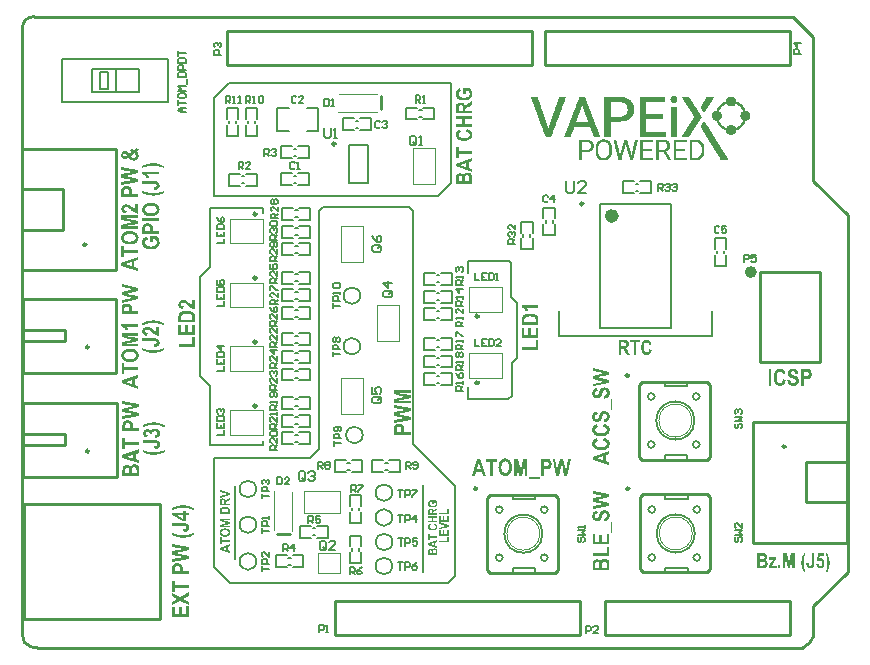
<source format=gto>
G04 Layer_Color=65535*
%FSLAX24Y24*%
%MOIN*%
G70*
G01*
G75*
%ADD32C,0.0118*%
%ADD36C,0.0100*%
%ADD49C,0.0098*%
%ADD50C,0.0059*%
%ADD51C,0.0236*%
%ADD52C,0.0079*%
%ADD53C,0.0039*%
%ADD54C,0.0200*%
%ADD55C,0.0010*%
%ADD56C,0.0060*%
%ADD57C,0.0070*%
G36*
X6961Y3414D02*
X6883Y3389D01*
Y3275D01*
X6961Y3252D01*
Y3191D01*
X6617Y3301D01*
Y3362D01*
X6961Y3475D01*
Y3414D01*
D02*
G37*
G36*
X6675Y3626D02*
X6961D01*
Y3569D01*
X6675D01*
Y3485D01*
X6617D01*
Y3710D01*
X6675D01*
Y3626D01*
D02*
G37*
G36*
X5541Y11265D02*
X5549D01*
X5557Y11265D01*
X5566D01*
X5586Y11262D01*
X5608Y11260D01*
X5630Y11255D01*
X5651Y11250D01*
X5651D01*
X5653Y11249D01*
X5656Y11248D01*
X5660Y11246D01*
X5670Y11243D01*
X5681Y11238D01*
X5696Y11232D01*
X5710Y11225D01*
X5724Y11216D01*
X5736Y11207D01*
X5738Y11206D01*
X5741Y11203D01*
X5747Y11197D01*
X5754Y11190D01*
X5761Y11181D01*
X5769Y11171D01*
X5776Y11160D01*
X5783Y11146D01*
X5784Y11145D01*
X5785Y11140D01*
X5788Y11132D01*
X5790Y11121D01*
X5794Y11108D01*
X5796Y11092D01*
X5798Y11074D01*
X5799Y11054D01*
Y10879D01*
X5236D01*
Y11049D01*
Y11050D01*
Y11051D01*
Y11055D01*
Y11060D01*
X5237Y11065D01*
Y11070D01*
X5237Y11085D01*
X5239Y11100D01*
X5242Y11116D01*
X5246Y11132D01*
X5251Y11145D01*
X5252Y11147D01*
X5253Y11151D01*
X5257Y11157D01*
X5262Y11165D01*
X5269Y11175D01*
X5277Y11185D01*
X5287Y11195D01*
X5299Y11206D01*
X5301Y11208D01*
X5305Y11211D01*
X5312Y11216D01*
X5323Y11222D01*
X5336Y11230D01*
X5351Y11237D01*
X5368Y11244D01*
X5388Y11250D01*
X5389D01*
X5391Y11251D01*
X5394Y11252D01*
X5398Y11253D01*
X5403Y11254D01*
X5410Y11255D01*
X5417Y11257D01*
X5426Y11259D01*
X5435Y11260D01*
X5445Y11261D01*
X5456Y11263D01*
X5468Y11264D01*
X5494Y11265D01*
X5523Y11266D01*
X5536D01*
X5541Y11265D01*
D02*
G37*
G36*
X5799Y11314D02*
X5796D01*
X5793Y11315D01*
X5789D01*
X5784Y11315D01*
X5778Y11317D01*
X5764Y11320D01*
X5748Y11323D01*
X5730Y11329D01*
X5711Y11335D01*
X5691Y11344D01*
X5691D01*
X5689Y11345D01*
X5686Y11346D01*
X5682Y11349D01*
X5677Y11352D01*
X5671Y11355D01*
X5664Y11360D01*
X5656Y11366D01*
X5646Y11372D01*
X5636Y11379D01*
X5626Y11387D01*
X5613Y11396D01*
X5601Y11406D01*
X5587Y11418D01*
X5572Y11429D01*
X5557Y11443D01*
X5556Y11444D01*
X5554Y11445D01*
X5551Y11449D01*
X5546Y11452D01*
X5541Y11457D01*
X5535Y11462D01*
X5521Y11474D01*
X5506Y11486D01*
X5491Y11498D01*
X5478Y11508D01*
X5472Y11512D01*
X5467Y11515D01*
X5466Y11516D01*
X5461Y11519D01*
X5455Y11522D01*
X5446Y11525D01*
X5436Y11529D01*
X5424Y11532D01*
X5411Y11534D01*
X5399Y11535D01*
X5393D01*
X5386Y11534D01*
X5378Y11534D01*
X5369Y11531D01*
X5360Y11529D01*
X5351Y11524D01*
X5343Y11519D01*
X5342Y11518D01*
X5340Y11515D01*
X5337Y11512D01*
X5333Y11507D01*
X5330Y11501D01*
X5327Y11494D01*
X5325Y11484D01*
X5324Y11475D01*
Y11474D01*
Y11473D01*
X5325Y11469D01*
X5326Y11466D01*
X5329Y11456D01*
X5332Y11451D01*
X5335Y11445D01*
X5340Y11439D01*
X5346Y11434D01*
X5352Y11429D01*
X5361Y11424D01*
X5371Y11419D01*
X5383Y11416D01*
X5396Y11414D01*
X5412Y11412D01*
X5401Y11324D01*
X5400D01*
X5396Y11325D01*
X5392D01*
X5386Y11325D01*
X5380Y11327D01*
X5371Y11328D01*
X5362Y11330D01*
X5352Y11333D01*
X5332Y11339D01*
X5312Y11347D01*
X5292Y11358D01*
X5283Y11364D01*
X5275Y11371D01*
X5274Y11372D01*
X5273Y11373D01*
X5271Y11375D01*
X5268Y11379D01*
X5266Y11383D01*
X5262Y11387D01*
X5254Y11399D01*
X5247Y11414D01*
X5241Y11433D01*
X5236Y11454D01*
X5235Y11465D01*
X5234Y11477D01*
Y11478D01*
Y11480D01*
Y11484D01*
X5235Y11489D01*
X5236Y11495D01*
X5237Y11502D01*
X5240Y11519D01*
X5246Y11536D01*
X5249Y11545D01*
X5254Y11554D01*
X5260Y11564D01*
X5266Y11572D01*
X5273Y11579D01*
X5282Y11587D01*
X5282Y11588D01*
X5284Y11589D01*
X5287Y11590D01*
X5290Y11593D01*
X5294Y11595D01*
X5300Y11599D01*
X5313Y11606D01*
X5329Y11613D01*
X5347Y11619D01*
X5367Y11623D01*
X5378Y11624D01*
X5396D01*
X5402Y11624D01*
X5411D01*
X5421Y11622D01*
X5433Y11620D01*
X5445Y11618D01*
X5457Y11614D01*
X5459D01*
X5463Y11613D01*
X5469Y11610D01*
X5477Y11608D01*
X5487Y11604D01*
X5498Y11599D01*
X5510Y11592D01*
X5522Y11585D01*
X5524Y11584D01*
X5528Y11582D01*
X5536Y11577D01*
X5545Y11570D01*
X5557Y11561D01*
X5571Y11549D01*
X5588Y11536D01*
X5606Y11520D01*
X5607Y11519D01*
X5608Y11519D01*
X5611Y11516D01*
X5614Y11514D01*
X5622Y11506D01*
X5632Y11498D01*
X5643Y11489D01*
X5653Y11479D01*
X5662Y11472D01*
X5670Y11466D01*
X5671Y11465D01*
X5672Y11464D01*
X5676Y11462D01*
X5679Y11459D01*
X5688Y11454D01*
X5699Y11448D01*
Y11624D01*
X5799D01*
Y11314D01*
D02*
G37*
G36*
X6804Y4730D02*
X6808D01*
X6814Y4729D01*
X6819D01*
X6831Y4727D01*
X6845Y4726D01*
X6858Y4723D01*
X6871Y4720D01*
X6871D01*
X6872Y4719D01*
X6874Y4719D01*
X6876Y4718D01*
X6882Y4716D01*
X6890Y4713D01*
X6898Y4709D01*
X6907Y4705D01*
X6916Y4699D01*
X6923Y4694D01*
X6924Y4693D01*
X6926Y4691D01*
X6930Y4688D01*
X6934Y4684D01*
X6938Y4678D01*
X6943Y4672D01*
X6948Y4665D01*
X6952Y4657D01*
X6952Y4656D01*
X6953Y4652D01*
X6955Y4648D01*
X6956Y4641D01*
X6958Y4633D01*
X6960Y4623D01*
X6961Y4612D01*
X6961Y4600D01*
Y4493D01*
X6617D01*
Y4597D01*
Y4597D01*
Y4598D01*
Y4600D01*
Y4604D01*
X6617Y4607D01*
Y4610D01*
X6618Y4619D01*
X6619Y4629D01*
X6621Y4638D01*
X6623Y4648D01*
X6626Y4656D01*
X6626Y4657D01*
X6627Y4660D01*
X6630Y4663D01*
X6633Y4668D01*
X6637Y4674D01*
X6642Y4681D01*
X6648Y4687D01*
X6655Y4693D01*
X6656Y4694D01*
X6659Y4696D01*
X6664Y4699D01*
X6670Y4703D01*
X6678Y4708D01*
X6687Y4712D01*
X6698Y4716D01*
X6710Y4720D01*
X6711D01*
X6712Y4721D01*
X6714Y4721D01*
X6716Y4722D01*
X6719Y4722D01*
X6723Y4723D01*
X6728Y4724D01*
X6733Y4725D01*
X6739Y4726D01*
X6745Y4727D01*
X6751Y4728D01*
X6759Y4728D01*
X6775Y4730D01*
X6793Y4730D01*
X6800D01*
X6804Y4730D01*
D02*
G37*
G36*
X6961Y4964D02*
X6886Y4923D01*
X6886D01*
X6884Y4922D01*
X6882Y4921D01*
X6880Y4919D01*
X6877Y4917D01*
X6873Y4915D01*
X6865Y4911D01*
X6856Y4905D01*
X6848Y4900D01*
X6844Y4898D01*
X6841Y4896D01*
X6838Y4894D01*
X6836Y4892D01*
X6835Y4892D01*
X6834Y4891D01*
X6832Y4889D01*
X6830Y4887D01*
X6826Y4882D01*
X6823Y4879D01*
X6822Y4875D01*
Y4875D01*
X6821Y4874D01*
X6820Y4872D01*
X6820Y4869D01*
X6819Y4865D01*
X6818Y4860D01*
X6818Y4854D01*
Y4847D01*
Y4836D01*
X6961D01*
Y4778D01*
X6617D01*
Y4899D01*
Y4899D01*
Y4901D01*
Y4903D01*
Y4906D01*
X6617Y4910D01*
Y4915D01*
X6618Y4924D01*
X6619Y4935D01*
X6621Y4946D01*
X6623Y4956D01*
X6625Y4961D01*
X6626Y4965D01*
X6627Y4966D01*
X6628Y4968D01*
X6630Y4972D01*
X6634Y4976D01*
X6638Y4981D01*
X6644Y4987D01*
X6650Y4992D01*
X6658Y4997D01*
X6660Y4998D01*
X6663Y4999D01*
X6668Y5001D01*
X6674Y5004D01*
X6682Y5006D01*
X6692Y5008D01*
X6702Y5009D01*
X6714Y5010D01*
X6718D01*
X6720Y5009D01*
X6724D01*
X6728Y5009D01*
X6737Y5007D01*
X6747Y5005D01*
X6758Y5002D01*
X6769Y4997D01*
X6779Y4990D01*
X6779D01*
X6780Y4989D01*
X6783Y4987D01*
X6787Y4982D01*
X6792Y4976D01*
X6797Y4968D01*
X6802Y4958D01*
X6806Y4948D01*
X6809Y4935D01*
X6810Y4936D01*
X6812Y4938D01*
X6815Y4942D01*
X6818Y4946D01*
X6822Y4950D01*
X6827Y4955D01*
X6833Y4961D01*
X6839Y4965D01*
X6839Y4966D01*
X6842Y4967D01*
X6846Y4970D01*
X6851Y4974D01*
X6859Y4978D01*
X6863Y4981D01*
X6869Y4984D01*
X6874Y4987D01*
X6880Y4991D01*
X6887Y4994D01*
X6895Y4998D01*
X6961Y5032D01*
Y4964D01*
D02*
G37*
G36*
X6803Y4009D02*
X6810Y4008D01*
X6819Y4007D01*
X6828Y4006D01*
X6839Y4004D01*
X6849Y4002D01*
X6860Y4000D01*
X6871Y3996D01*
X6882Y3992D01*
X6894Y3987D01*
X6904Y3982D01*
X6914Y3976D01*
X6924Y3969D01*
X6925Y3968D01*
X6926Y3967D01*
X6928Y3965D01*
X6931Y3962D01*
X6934Y3958D01*
X6938Y3954D01*
X6942Y3949D01*
X6946Y3943D01*
X6950Y3936D01*
X6953Y3929D01*
X6957Y3922D01*
X6960Y3913D01*
X6963Y3904D01*
X6965Y3894D01*
X6967Y3883D01*
X6967Y3872D01*
Y3872D01*
Y3870D01*
X6967Y3866D01*
Y3862D01*
X6966Y3857D01*
X6965Y3851D01*
X6963Y3844D01*
X6962Y3837D01*
X6959Y3829D01*
X6957Y3822D01*
X6953Y3814D01*
X6949Y3805D01*
X6944Y3798D01*
X6938Y3790D01*
X6932Y3782D01*
X6925Y3775D01*
X6924Y3775D01*
X6923Y3774D01*
X6920Y3772D01*
X6916Y3769D01*
X6911Y3766D01*
X6905Y3763D01*
X6898Y3759D01*
X6890Y3755D01*
X6881Y3751D01*
X6871Y3748D01*
X6860Y3744D01*
X6848Y3741D01*
X6835Y3739D01*
X6822Y3737D01*
X6807Y3736D01*
X6792Y3735D01*
X6785D01*
X6781Y3736D01*
X6776D01*
X6770Y3736D01*
X6763Y3737D01*
X6756Y3737D01*
X6740Y3740D01*
X6723Y3743D01*
X6706Y3747D01*
X6698Y3750D01*
X6690Y3753D01*
X6690D01*
X6689Y3754D01*
X6687Y3755D01*
X6683Y3756D01*
X6680Y3758D01*
X6676Y3760D01*
X6668Y3766D01*
X6658Y3773D01*
X6648Y3780D01*
X6639Y3790D01*
X6631Y3800D01*
Y3801D01*
X6630Y3802D01*
X6629Y3803D01*
X6628Y3805D01*
X6626Y3808D01*
X6625Y3812D01*
X6623Y3816D01*
X6621Y3820D01*
X6617Y3831D01*
X6614Y3843D01*
X6612Y3857D01*
X6611Y3872D01*
Y3873D01*
Y3875D01*
X6612Y3878D01*
Y3882D01*
X6613Y3887D01*
X6614Y3894D01*
X6615Y3900D01*
X6617Y3907D01*
X6619Y3915D01*
X6622Y3923D01*
X6626Y3931D01*
X6630Y3940D01*
X6636Y3948D01*
X6642Y3956D01*
X6649Y3963D01*
X6657Y3971D01*
X6658Y3972D01*
X6660Y3973D01*
X6662Y3975D01*
X6666Y3977D01*
X6671Y3980D01*
X6677Y3983D01*
X6683Y3987D01*
X6691Y3991D01*
X6700Y3994D01*
X6710Y3997D01*
X6721Y4001D01*
X6732Y4003D01*
X6745Y4006D01*
X6759Y4008D01*
X6774Y4009D01*
X6789Y4009D01*
X6797D01*
X6803Y4009D01*
D02*
G37*
G36*
X6961Y4274D02*
X6690D01*
X6961Y4217D01*
Y4162D01*
X6690Y4106D01*
X6961D01*
Y4053D01*
X6617D01*
Y4138D01*
X6853Y4190D01*
X6617Y4241D01*
Y4327D01*
X6961D01*
Y4274D01*
D02*
G37*
G36*
X17237Y9963D02*
X16678D01*
Y10056D01*
X17142D01*
Y10288D01*
X17237D01*
Y9963D01*
D02*
G37*
G36*
Y10355D02*
X16674D01*
Y10699D01*
X16769D01*
Y10449D01*
X16894D01*
Y10681D01*
X16989D01*
Y10449D01*
X17142D01*
Y10707D01*
X17237D01*
Y10355D01*
D02*
G37*
G36*
X5476Y4529D02*
X5589D01*
Y4443D01*
X5476D01*
Y4254D01*
X5382D01*
X5025Y4454D01*
Y4529D01*
X5381D01*
Y4587D01*
X5476D01*
Y4529D01*
D02*
G37*
G36*
X5404Y4782D02*
X5414Y4781D01*
X5426Y4780D01*
X5439Y4779D01*
X5452Y4778D01*
X5467Y4776D01*
X5482Y4774D01*
X5499Y4772D01*
X5534Y4765D01*
X5569Y4757D01*
X5570D01*
X5574Y4756D01*
X5579Y4754D01*
X5586Y4752D01*
X5594Y4749D01*
X5604Y4746D01*
X5616Y4742D01*
X5629Y4738D01*
X5643Y4733D01*
X5657Y4727D01*
X5688Y4715D01*
X5722Y4700D01*
X5755Y4683D01*
Y4623D01*
X5754Y4624D01*
X5751Y4625D01*
X5746Y4627D01*
X5738Y4629D01*
X5730Y4632D01*
X5720Y4636D01*
X5709Y4639D01*
X5698Y4643D01*
X5671Y4652D01*
X5643Y4661D01*
X5614Y4668D01*
X5587Y4675D01*
X5586D01*
X5582Y4676D01*
X5577Y4677D01*
X5569Y4678D01*
X5559Y4680D01*
X5549Y4682D01*
X5536Y4684D01*
X5523Y4687D01*
X5508Y4688D01*
X5492Y4690D01*
X5459Y4694D01*
X5424Y4697D01*
X5388Y4697D01*
X5373D01*
X5364Y4697D01*
X5355D01*
X5344Y4696D01*
X5333D01*
X5320Y4695D01*
X5306Y4693D01*
X5278Y4691D01*
X5248Y4687D01*
X5217Y4682D01*
X5216D01*
X5214Y4681D01*
X5209Y4680D01*
X5203Y4678D01*
X5195Y4677D01*
X5185Y4674D01*
X5174Y4672D01*
X5161Y4668D01*
X5148Y4665D01*
X5133Y4660D01*
X5116Y4656D01*
X5098Y4650D01*
X5080Y4644D01*
X5060Y4637D01*
X5038Y4630D01*
X5016Y4622D01*
Y4682D01*
X5017Y4683D01*
X5020Y4685D01*
X5025Y4687D01*
X5031Y4691D01*
X5040Y4695D01*
X5049Y4699D01*
X5060Y4705D01*
X5071Y4710D01*
X5085Y4716D01*
X5099Y4722D01*
X5114Y4728D01*
X5129Y4734D01*
X5162Y4747D01*
X5196Y4757D01*
X5197D01*
X5200Y4757D01*
X5205Y4759D01*
X5212Y4761D01*
X5220Y4762D01*
X5230Y4765D01*
X5241Y4767D01*
X5254Y4770D01*
X5267Y4772D01*
X5281Y4774D01*
X5313Y4778D01*
X5346Y4782D01*
X5380Y4782D01*
X5396D01*
X5404Y4782D01*
D02*
G37*
G36*
X5799Y10057D02*
X5240D01*
Y10150D01*
X5704D01*
Y10382D01*
X5799D01*
Y10057D01*
D02*
G37*
G36*
Y10449D02*
X5236D01*
Y10792D01*
X5331D01*
Y10542D01*
X5456D01*
Y10775D01*
X5551D01*
Y10542D01*
X5704D01*
Y10801D01*
X5799D01*
Y10449D01*
D02*
G37*
G36*
X16980Y11172D02*
X16987D01*
X16995Y11171D01*
X17005D01*
X17025Y11168D01*
X17046Y11166D01*
X17068Y11162D01*
X17089Y11156D01*
X17090D01*
X17091Y11155D01*
X17094Y11154D01*
X17098Y11153D01*
X17108Y11149D01*
X17120Y11144D01*
X17134Y11138D01*
X17148Y11131D01*
X17162Y11123D01*
X17175Y11113D01*
X17176Y11113D01*
X17180Y11109D01*
X17185Y11103D01*
X17192Y11097D01*
X17200Y11088D01*
X17207Y11078D01*
X17215Y11066D01*
X17221Y11053D01*
X17222Y11051D01*
X17224Y11046D01*
X17226Y11038D01*
X17229Y11028D01*
X17232Y11014D01*
X17235Y10998D01*
X17236Y10980D01*
X17237Y10960D01*
Y10785D01*
X16674D01*
Y10955D01*
Y10956D01*
Y10958D01*
Y10961D01*
Y10966D01*
X16675Y10971D01*
Y10977D01*
X16676Y10991D01*
X16677Y11007D01*
X16681Y11023D01*
X16684Y11038D01*
X16689Y11052D01*
X16690Y11053D01*
X16691Y11058D01*
X16696Y11063D01*
X16701Y11072D01*
X16707Y11081D01*
X16716Y11092D01*
X16726Y11102D01*
X16737Y11113D01*
X16739Y11114D01*
X16743Y11118D01*
X16751Y11123D01*
X16761Y11128D01*
X16774Y11136D01*
X16789Y11143D01*
X16806Y11150D01*
X16826Y11157D01*
X16827D01*
X16829Y11158D01*
X16832Y11158D01*
X16836Y11159D01*
X16841Y11160D01*
X16848Y11162D01*
X16855Y11163D01*
X16864Y11165D01*
X16873Y11166D01*
X16883Y11168D01*
X16894Y11169D01*
X16906Y11170D01*
X16932Y11172D01*
X16961Y11173D01*
X16974D01*
X16980Y11172D01*
D02*
G37*
G36*
X17237Y11370D02*
X16830D01*
X16831Y11369D01*
X16832Y11367D01*
X16835Y11365D01*
X16839Y11361D01*
X16843Y11357D01*
X16849Y11351D01*
X16855Y11344D01*
X16860Y11337D01*
X16874Y11320D01*
X16888Y11301D01*
X16900Y11278D01*
X16911Y11255D01*
X16813D01*
Y11256D01*
X16812Y11257D01*
X16811Y11262D01*
X16806Y11268D01*
X16801Y11278D01*
X16794Y11290D01*
X16785Y11302D01*
X16774Y11317D01*
X16761Y11332D01*
X16760Y11332D01*
X16759Y11333D01*
X16754Y11338D01*
X16746Y11345D01*
X16735Y11353D01*
X16722Y11362D01*
X16707Y11372D01*
X16691Y11380D01*
X16672Y11387D01*
Y11459D01*
X17237D01*
Y11370D01*
D02*
G37*
G36*
X6961Y5197D02*
Y5135D01*
X6617Y5034D01*
Y5096D01*
X6872Y5168D01*
X6617Y5236D01*
Y5298D01*
X6961Y5197D01*
D02*
G37*
G36*
X25774Y2690D02*
X25698D01*
Y3079D01*
X25617Y2690D01*
X25539D01*
X25459Y3079D01*
Y2690D01*
X25383D01*
Y3183D01*
X25505D01*
X25578Y2846D01*
X25651Y3183D01*
X25774D01*
Y2690D01*
D02*
G37*
G36*
X14880Y15872D02*
X14886D01*
X14891Y15871D01*
X14905Y15869D01*
X14921Y15865D01*
X14938Y15860D01*
X14954Y15853D01*
X14970Y15844D01*
X14971D01*
X14972Y15842D01*
X14977Y15839D01*
X14984Y15832D01*
X14992Y15824D01*
X15001Y15815D01*
X15009Y15803D01*
X15016Y15790D01*
X15021Y15776D01*
Y15775D01*
X15022Y15773D01*
Y15771D01*
X15022Y15767D01*
Y15763D01*
X15023Y15757D01*
X15024Y15751D01*
X15025Y15743D01*
Y15734D01*
X15026Y15724D01*
X15027Y15711D01*
Y15699D01*
X15027Y15684D01*
Y15668D01*
Y15651D01*
Y15500D01*
X14486D01*
Y15678D01*
Y15679D01*
Y15681D01*
Y15685D01*
Y15690D01*
Y15695D01*
X14487Y15703D01*
X14487Y15718D01*
X14489Y15735D01*
X14491Y15752D01*
X14495Y15768D01*
X14497Y15774D01*
X14499Y15780D01*
X14500Y15782D01*
X14502Y15785D01*
X14506Y15791D01*
X14511Y15798D01*
X14517Y15805D01*
X14525Y15814D01*
X14535Y15822D01*
X14547Y15830D01*
X14548Y15831D01*
X14552Y15833D01*
X14560Y15836D01*
X14568Y15840D01*
X14580Y15844D01*
X14592Y15848D01*
X14607Y15850D01*
X14622Y15851D01*
X14628D01*
X14636Y15850D01*
X14645Y15848D01*
X14656Y15847D01*
X14668Y15844D01*
X14681Y15839D01*
X14693Y15833D01*
X14695Y15832D01*
X14698Y15830D01*
X14704Y15826D01*
X14711Y15821D01*
X14718Y15814D01*
X14726Y15807D01*
X14733Y15798D01*
X14740Y15788D01*
Y15788D01*
X14741Y15789D01*
X14742Y15794D01*
X14746Y15801D01*
X14751Y15811D01*
X14757Y15820D01*
X14765Y15831D01*
X14776Y15841D01*
X14788Y15850D01*
X14789Y15851D01*
X14793Y15853D01*
X14801Y15857D01*
X14811Y15861D01*
X14823Y15865D01*
X14837Y15869D01*
X14853Y15872D01*
X14870Y15872D01*
X14876D01*
X14880Y15872D01*
D02*
G37*
G36*
X26751Y3088D02*
X26605D01*
X26592Y3004D01*
X26594Y3005D01*
X26597Y3007D01*
X26602Y3009D01*
X26609Y3013D01*
X26617Y3015D01*
X26626Y3018D01*
X26635Y3020D01*
X26645Y3021D01*
X26650D01*
X26653Y3020D01*
X26658Y3019D01*
X26662Y3018D01*
X26674Y3016D01*
X26686Y3011D01*
X26700Y3005D01*
X26707Y3000D01*
X26714Y2995D01*
X26721Y2989D01*
X26727Y2983D01*
X26728Y2982D01*
X26729Y2980D01*
X26731Y2978D01*
X26734Y2974D01*
X26737Y2969D01*
X26740Y2963D01*
X26745Y2956D01*
X26748Y2949D01*
X26752Y2940D01*
X26756Y2931D01*
X26760Y2920D01*
X26763Y2909D01*
X26766Y2897D01*
X26768Y2884D01*
X26769Y2870D01*
X26769Y2856D01*
Y2855D01*
Y2853D01*
Y2849D01*
X26769Y2845D01*
Y2839D01*
X26767Y2833D01*
X26766Y2825D01*
X26765Y2816D01*
X26761Y2798D01*
X26754Y2778D01*
X26750Y2768D01*
X26745Y2757D01*
X26739Y2746D01*
X26733Y2736D01*
X26732Y2736D01*
X26731Y2734D01*
X26729Y2731D01*
X26726Y2728D01*
X26723Y2724D01*
X26718Y2720D01*
X26713Y2714D01*
X26707Y2709D01*
X26700Y2704D01*
X26692Y2699D01*
X26684Y2695D01*
X26675Y2691D01*
X26665Y2687D01*
X26654Y2685D01*
X26643Y2683D01*
X26631Y2682D01*
X26626D01*
X26622Y2683D01*
X26618D01*
X26612Y2685D01*
X26600Y2687D01*
X26586Y2691D01*
X26570Y2697D01*
X26556Y2706D01*
X26548Y2711D01*
X26541Y2717D01*
X26540Y2718D01*
X26540Y2719D01*
X26538Y2721D01*
X26535Y2724D01*
X26532Y2728D01*
X26530Y2732D01*
X26526Y2737D01*
X26522Y2743D01*
X26519Y2749D01*
X26515Y2757D01*
X26511Y2765D01*
X26508Y2774D01*
X26505Y2784D01*
X26502Y2795D01*
X26498Y2817D01*
X26575Y2827D01*
Y2826D01*
X26576Y2822D01*
X26578Y2816D01*
X26579Y2808D01*
X26581Y2800D01*
X26585Y2792D01*
X26589Y2784D01*
X26595Y2776D01*
X26596Y2776D01*
X26598Y2773D01*
X26602Y2771D01*
X26606Y2768D01*
X26611Y2764D01*
X26618Y2761D01*
X26624Y2759D01*
X26632Y2758D01*
X26632D01*
X26636Y2759D01*
X26640Y2760D01*
X26645Y2761D01*
X26652Y2764D01*
X26659Y2768D01*
X26666Y2773D01*
X26672Y2781D01*
X26673Y2783D01*
X26675Y2786D01*
X26678Y2792D01*
X26681Y2799D01*
X26684Y2809D01*
X26687Y2822D01*
X26689Y2837D01*
X26690Y2854D01*
Y2854D01*
Y2856D01*
Y2858D01*
Y2862D01*
X26689Y2870D01*
X26688Y2880D01*
X26686Y2891D01*
X26683Y2902D01*
X26678Y2913D01*
X26672Y2922D01*
X26672Y2923D01*
X26669Y2926D01*
X26666Y2929D01*
X26661Y2934D01*
X26655Y2937D01*
X26647Y2941D01*
X26639Y2944D01*
X26629Y2945D01*
X26628D01*
X26624Y2944D01*
X26618Y2943D01*
X26610Y2940D01*
X26600Y2936D01*
X26590Y2929D01*
X26585Y2926D01*
X26580Y2921D01*
X26575Y2916D01*
X26570Y2909D01*
X26507Y2920D01*
X26546Y3177D01*
X26751D01*
Y3088D01*
D02*
G37*
G36*
X26427Y2871D02*
Y2870D01*
Y2867D01*
Y2864D01*
Y2859D01*
X26426Y2852D01*
Y2845D01*
X26425Y2837D01*
X26425Y2829D01*
X26423Y2810D01*
X26420Y2792D01*
X26417Y2773D01*
X26414Y2765D01*
X26411Y2758D01*
Y2757D01*
X26411Y2757D01*
X26409Y2752D01*
X26405Y2746D01*
X26400Y2738D01*
X26393Y2728D01*
X26386Y2719D01*
X26376Y2710D01*
X26365Y2702D01*
X26364Y2701D01*
X26360Y2699D01*
X26354Y2695D01*
X26345Y2693D01*
X26334Y2689D01*
X26322Y2685D01*
X26308Y2683D01*
X26292Y2682D01*
X26286D01*
X26282Y2683D01*
X26277Y2684D01*
X26271Y2685D01*
X26258Y2687D01*
X26244Y2692D01*
X26229Y2699D01*
X26221Y2704D01*
X26214Y2709D01*
X26207Y2715D01*
X26201Y2722D01*
Y2723D01*
X26199Y2725D01*
X26198Y2727D01*
X26196Y2730D01*
X26193Y2734D01*
X26191Y2739D01*
X26188Y2746D01*
X26185Y2752D01*
X26181Y2760D01*
X26178Y2770D01*
X26175Y2779D01*
X26173Y2790D01*
X26171Y2802D01*
X26169Y2815D01*
X26169Y2829D01*
X26168Y2843D01*
X26245Y2854D01*
Y2854D01*
Y2852D01*
Y2850D01*
Y2847D01*
X26246Y2840D01*
X26247Y2830D01*
X26248Y2820D01*
X26250Y2810D01*
X26253Y2800D01*
X26256Y2792D01*
X26257Y2792D01*
X26258Y2789D01*
X26262Y2784D01*
X26266Y2780D01*
X26271Y2776D01*
X26278Y2771D01*
X26286Y2768D01*
X26295Y2768D01*
X26299D01*
X26304Y2768D01*
X26309Y2770D01*
X26315Y2772D01*
X26322Y2775D01*
X26328Y2779D01*
X26333Y2785D01*
X26333Y2786D01*
X26335Y2789D01*
X26336Y2794D01*
X26339Y2802D01*
X26340Y2807D01*
X26341Y2813D01*
X26342Y2819D01*
X26343Y2827D01*
X26344Y2835D01*
X26344Y2843D01*
X26345Y2854D01*
Y2865D01*
Y3183D01*
X26427D01*
Y2871D01*
D02*
G37*
G36*
X14865Y17318D02*
X14870Y17316D01*
X14876Y17314D01*
X14883Y17312D01*
X14892Y17309D01*
X14902Y17306D01*
X14912Y17302D01*
X14934Y17293D01*
X14956Y17281D01*
X14977Y17267D01*
X14986Y17259D01*
X14994Y17250D01*
X14995Y17249D01*
X14996Y17248D01*
X14998Y17245D01*
X15001Y17241D01*
X15004Y17237D01*
X15007Y17232D01*
X15011Y17225D01*
X15015Y17218D01*
X15019Y17210D01*
X15023Y17201D01*
X15030Y17181D01*
X15035Y17159D01*
X15035Y17147D01*
X15036Y17134D01*
Y17133D01*
Y17130D01*
X15035Y17126D01*
Y17120D01*
X15034Y17112D01*
X15033Y17104D01*
X15031Y17094D01*
X15028Y17084D01*
X15024Y17072D01*
X15020Y17061D01*
X15014Y17050D01*
X15008Y17038D01*
X15000Y17026D01*
X14991Y17015D01*
X14982Y17004D01*
X14970Y16993D01*
X14969Y16992D01*
X14966Y16991D01*
X14962Y16987D01*
X14955Y16983D01*
X14948Y16979D01*
X14938Y16974D01*
X14927Y16968D01*
X14914Y16963D01*
X14901Y16956D01*
X14885Y16951D01*
X14868Y16946D01*
X14849Y16941D01*
X14829Y16937D01*
X14808Y16934D01*
X14785Y16932D01*
X14761Y16931D01*
X14755D01*
X14748Y16932D01*
X14739D01*
X14727Y16933D01*
X14713Y16935D01*
X14699Y16937D01*
X14683Y16939D01*
X14665Y16943D01*
X14648Y16947D01*
X14630Y16951D01*
X14612Y16958D01*
X14594Y16965D01*
X14577Y16973D01*
X14560Y16983D01*
X14545Y16994D01*
X14544Y16995D01*
X14542Y16996D01*
X14539Y16999D01*
X14535Y17004D01*
X14529Y17009D01*
X14523Y17016D01*
X14517Y17024D01*
X14511Y17032D01*
X14505Y17042D01*
X14499Y17053D01*
X14493Y17065D01*
X14487Y17078D01*
X14483Y17092D01*
X14480Y17107D01*
X14478Y17123D01*
X14477Y17140D01*
Y17140D01*
Y17143D01*
Y17147D01*
X14478Y17152D01*
X14479Y17159D01*
X14479Y17166D01*
X14481Y17174D01*
X14483Y17183D01*
X14490Y17203D01*
X14494Y17213D01*
X14499Y17224D01*
X14505Y17234D01*
X14512Y17245D01*
X14520Y17255D01*
X14529Y17265D01*
Y17265D01*
X14531Y17266D01*
X14533Y17268D01*
X14535Y17270D01*
X14540Y17273D01*
X14544Y17277D01*
X14550Y17281D01*
X14556Y17285D01*
X14564Y17289D01*
X14571Y17293D01*
X14580Y17297D01*
X14589Y17302D01*
X14600Y17306D01*
X14612Y17310D01*
X14624Y17314D01*
X14636Y17318D01*
X14662Y17229D01*
X14661D01*
X14660Y17228D01*
X14658D01*
X14655Y17227D01*
X14647Y17225D01*
X14637Y17221D01*
X14626Y17217D01*
X14615Y17210D01*
X14604Y17203D01*
X14595Y17194D01*
X14594Y17193D01*
X14591Y17190D01*
X14587Y17185D01*
X14583Y17177D01*
X14578Y17169D01*
X14575Y17159D01*
X14572Y17148D01*
X14571Y17135D01*
Y17134D01*
Y17132D01*
Y17130D01*
X14572Y17127D01*
X14573Y17118D01*
X14576Y17107D01*
X14581Y17094D01*
X14589Y17080D01*
X14594Y17074D01*
X14600Y17068D01*
X14606Y17061D01*
X14614Y17055D01*
X14615D01*
X14616Y17053D01*
X14619Y17052D01*
X14622Y17050D01*
X14627Y17048D01*
X14632Y17045D01*
X14640Y17043D01*
X14648Y17040D01*
X14656Y17036D01*
X14667Y17034D01*
X14679Y17032D01*
X14692Y17029D01*
X14705Y17028D01*
X14721Y17026D01*
X14737Y17024D01*
X14765D01*
X14772Y17025D01*
X14780D01*
X14789Y17026D01*
X14800Y17027D01*
X14811Y17028D01*
X14835Y17032D01*
X14859Y17037D01*
X14870Y17040D01*
X14882Y17044D01*
X14891Y17049D01*
X14900Y17054D01*
X14901D01*
X14902Y17056D01*
X14906Y17060D01*
X14914Y17066D01*
X14921Y17076D01*
X14929Y17087D01*
X14936Y17100D01*
X14941Y17116D01*
X14942Y17124D01*
X14942Y17132D01*
Y17133D01*
Y17134D01*
X14942Y17138D01*
X14941Y17145D01*
X14939Y17153D01*
X14936Y17163D01*
X14931Y17173D01*
X14924Y17184D01*
X14915Y17193D01*
X14914Y17194D01*
X14910Y17197D01*
X14903Y17202D01*
X14894Y17208D01*
X14882Y17214D01*
X14866Y17220D01*
X14849Y17226D01*
X14827Y17231D01*
X14861Y17318D01*
X14862D01*
X14865Y17318D01*
D02*
G37*
G36*
X15027Y17660D02*
X14790D01*
Y17485D01*
X15027D01*
Y17395D01*
X14486D01*
Y17485D01*
X14699D01*
Y17660D01*
X14486D01*
Y17750D01*
X15027D01*
Y17660D01*
D02*
G37*
G36*
Y16252D02*
X14905Y16214D01*
Y16034D01*
X15027Y15998D01*
Y15903D01*
X14486Y16075D01*
Y16170D01*
X15027Y16349D01*
Y16252D01*
D02*
G37*
G36*
X14577Y16586D02*
X15027D01*
Y16496D01*
X14577D01*
Y16364D01*
X14486D01*
Y16718D01*
X14577D01*
Y16586D01*
D02*
G37*
G36*
X20860Y10299D02*
X20866Y10298D01*
X20873Y10297D01*
X20880Y10296D01*
X20888Y10293D01*
X20906Y10288D01*
X20916Y10284D01*
X20925Y10280D01*
X20935Y10274D01*
X20944Y10267D01*
X20954Y10260D01*
X20962Y10252D01*
X20963D01*
X20964Y10250D01*
X20965Y10248D01*
X20967Y10246D01*
X20970Y10242D01*
X20973Y10238D01*
X20977Y10233D01*
X20981Y10227D01*
X20984Y10221D01*
X20989Y10214D01*
X20992Y10206D01*
X20997Y10197D01*
X21000Y10187D01*
X21004Y10177D01*
X21007Y10166D01*
X21010Y10154D01*
X20929Y10131D01*
Y10132D01*
X20929Y10132D01*
Y10134D01*
X20928Y10137D01*
X20926Y10145D01*
X20923Y10153D01*
X20919Y10164D01*
X20913Y10174D01*
X20906Y10183D01*
X20898Y10192D01*
X20897Y10193D01*
X20894Y10196D01*
X20889Y10199D01*
X20883Y10203D01*
X20875Y10207D01*
X20866Y10210D01*
X20856Y10213D01*
X20844Y10214D01*
X20840D01*
X20837Y10213D01*
X20829Y10212D01*
X20819Y10209D01*
X20807Y10204D01*
X20795Y10197D01*
X20789Y10193D01*
X20783Y10188D01*
X20777Y10182D01*
X20771Y10175D01*
Y10174D01*
X20770Y10173D01*
X20769Y10170D01*
X20767Y10167D01*
X20765Y10163D01*
X20763Y10158D01*
X20760Y10151D01*
X20757Y10144D01*
X20755Y10136D01*
X20752Y10126D01*
X20750Y10116D01*
X20748Y10104D01*
X20746Y10091D01*
X20745Y10078D01*
X20744Y10062D01*
Y10046D01*
Y10046D01*
Y10042D01*
Y10038D01*
X20744Y10031D01*
Y10024D01*
X20745Y10015D01*
X20746Y10005D01*
X20747Y9995D01*
X20750Y9973D01*
X20755Y9952D01*
X20758Y9941D01*
X20762Y9931D01*
X20766Y9922D01*
X20771Y9914D01*
Y9914D01*
X20772Y9913D01*
X20776Y9909D01*
X20781Y9902D01*
X20790Y9895D01*
X20800Y9888D01*
X20812Y9882D01*
X20827Y9877D01*
X20834Y9876D01*
X20842Y9876D01*
X20843D01*
X20847Y9876D01*
X20854Y9877D01*
X20861Y9879D01*
X20870Y9882D01*
X20879Y9886D01*
X20889Y9892D01*
X20897Y9900D01*
X20898Y9902D01*
X20901Y9906D01*
X20905Y9911D01*
X20911Y9920D01*
X20916Y9931D01*
X20921Y9945D01*
X20927Y9961D01*
X20932Y9981D01*
X21011Y9950D01*
Y9949D01*
X21010Y9946D01*
X21009Y9942D01*
X21007Y9936D01*
X21005Y9930D01*
X21003Y9922D01*
X21000Y9913D01*
X20997Y9903D01*
X20988Y9884D01*
X20977Y9863D01*
X20964Y9844D01*
X20957Y9836D01*
X20949Y9828D01*
X20948Y9828D01*
X20947Y9827D01*
X20945Y9825D01*
X20941Y9822D01*
X20937Y9820D01*
X20932Y9817D01*
X20927Y9813D01*
X20920Y9809D01*
X20913Y9806D01*
X20905Y9802D01*
X20886Y9796D01*
X20866Y9792D01*
X20855Y9791D01*
X20843Y9790D01*
X20840D01*
X20836Y9791D01*
X20830D01*
X20824Y9793D01*
X20816Y9793D01*
X20807Y9796D01*
X20798Y9798D01*
X20787Y9801D01*
X20777Y9805D01*
X20767Y9810D01*
X20756Y9816D01*
X20745Y9823D01*
X20735Y9831D01*
X20725Y9840D01*
X20715Y9851D01*
X20714Y9852D01*
X20713Y9854D01*
X20710Y9858D01*
X20706Y9864D01*
X20702Y9871D01*
X20698Y9879D01*
X20693Y9890D01*
X20687Y9901D01*
X20682Y9914D01*
X20677Y9928D01*
X20672Y9944D01*
X20668Y9960D01*
X20664Y9978D01*
X20661Y9998D01*
X20660Y10019D01*
X20659Y10040D01*
Y10041D01*
Y10042D01*
Y10046D01*
X20660Y10053D01*
Y10061D01*
X20660Y10072D01*
X20662Y10084D01*
X20664Y10097D01*
X20666Y10112D01*
X20669Y10128D01*
X20673Y10144D01*
X20677Y10160D01*
X20683Y10177D01*
X20690Y10193D01*
X20697Y10208D01*
X20706Y10223D01*
X20716Y10237D01*
X20717Y10238D01*
X20718Y10240D01*
X20721Y10243D01*
X20725Y10247D01*
X20730Y10252D01*
X20736Y10257D01*
X20743Y10263D01*
X20751Y10269D01*
X20760Y10274D01*
X20770Y10280D01*
X20781Y10285D01*
X20792Y10290D01*
X20806Y10293D01*
X20819Y10296D01*
X20833Y10299D01*
X20849Y10299D01*
X20855D01*
X20860Y10299D01*
D02*
G37*
G36*
X26139Y3190D02*
X26138Y3188D01*
X26136Y3182D01*
X26133Y3174D01*
X26130Y3166D01*
X26126Y3155D01*
X26123Y3143D01*
X26118Y3131D01*
X26114Y3117D01*
X26110Y3103D01*
X26101Y3074D01*
X26094Y3044D01*
X26090Y3030D01*
X26087Y3016D01*
Y3015D01*
X26086Y3013D01*
X26086Y3009D01*
X26085Y3004D01*
X26084Y2997D01*
X26083Y2990D01*
X26082Y2981D01*
X26080Y2971D01*
X26079Y2960D01*
X26078Y2948D01*
X26077Y2936D01*
X26076Y2924D01*
X26075Y2896D01*
X26074Y2867D01*
Y2866D01*
Y2863D01*
Y2859D01*
Y2853D01*
X26075Y2845D01*
Y2836D01*
X26075Y2826D01*
X26076Y2814D01*
X26078Y2802D01*
X26078Y2789D01*
X26080Y2774D01*
X26082Y2760D01*
X26086Y2728D01*
X26093Y2694D01*
Y2693D01*
X26094Y2691D01*
X26094Y2687D01*
X26096Y2683D01*
X26097Y2677D01*
X26099Y2670D01*
X26101Y2661D01*
X26104Y2652D01*
X26107Y2642D01*
X26110Y2630D01*
X26113Y2618D01*
X26118Y2605D01*
X26123Y2591D01*
X26127Y2577D01*
X26139Y2545D01*
X26086D01*
X26086Y2546D01*
X26084Y2549D01*
X26082Y2553D01*
X26079Y2558D01*
X26076Y2566D01*
X26072Y2574D01*
X26067Y2583D01*
X26062Y2593D01*
X26057Y2605D01*
X26052Y2617D01*
X26046Y2631D01*
X26041Y2644D01*
X26031Y2674D01*
X26021Y2705D01*
Y2706D01*
X26021Y2709D01*
X26019Y2713D01*
X26018Y2720D01*
X26016Y2727D01*
X26015Y2736D01*
X26013Y2746D01*
X26010Y2757D01*
X26008Y2769D01*
X26007Y2782D01*
X26003Y2810D01*
X26000Y2839D01*
X26000Y2869D01*
Y2870D01*
Y2873D01*
Y2878D01*
X26000Y2884D01*
Y2892D01*
X26001Y2900D01*
X26002Y2911D01*
X26002Y2922D01*
X26003Y2935D01*
X26005Y2948D01*
X26009Y2976D01*
X26014Y3006D01*
X26021Y3037D01*
Y3037D01*
X26022Y3040D01*
X26024Y3045D01*
X26026Y3050D01*
X26028Y3058D01*
X26031Y3067D01*
X26035Y3076D01*
X26038Y3087D01*
X26043Y3098D01*
X26048Y3110D01*
X26059Y3137D01*
X26072Y3164D01*
X26087Y3192D01*
X26140D01*
X26139Y3190D01*
D02*
G37*
G36*
X20109Y10290D02*
X20116D01*
X20130Y10290D01*
X20145Y10288D01*
X20160Y10285D01*
X20175Y10282D01*
X20182Y10280D01*
X20187Y10277D01*
X20189Y10277D01*
X20192Y10275D01*
X20198Y10272D01*
X20204Y10266D01*
X20211Y10261D01*
X20219Y10253D01*
X20227Y10243D01*
X20234Y10231D01*
X20235Y10230D01*
X20237Y10226D01*
X20240Y10218D01*
X20243Y10210D01*
X20246Y10198D01*
X20249Y10184D01*
X20252Y10169D01*
X20252Y10153D01*
Y10152D01*
Y10151D01*
Y10147D01*
X20252Y10143D01*
Y10138D01*
X20251Y10132D01*
X20249Y10119D01*
X20246Y10105D01*
X20241Y10089D01*
X20233Y10074D01*
X20224Y10059D01*
Y10059D01*
X20222Y10058D01*
X20219Y10054D01*
X20212Y10048D01*
X20203Y10041D01*
X20192Y10033D01*
X20179Y10026D01*
X20163Y10020D01*
X20145Y10016D01*
X20147Y10015D01*
X20149Y10012D01*
X20155Y10008D01*
X20160Y10003D01*
X20167Y9997D01*
X20174Y9990D01*
X20182Y9982D01*
X20188Y9974D01*
X20189Y9973D01*
X20191Y9970D01*
X20195Y9964D01*
X20200Y9956D01*
X20207Y9945D01*
X20211Y9938D01*
X20215Y9931D01*
X20219Y9923D01*
X20225Y9914D01*
X20230Y9904D01*
X20235Y9894D01*
X20284Y9798D01*
X20186D01*
X20128Y9906D01*
Y9906D01*
X20126Y9909D01*
X20125Y9911D01*
X20122Y9915D01*
X20120Y9919D01*
X20117Y9925D01*
X20110Y9936D01*
X20103Y9949D01*
X20095Y9961D01*
X20093Y9966D01*
X20089Y9970D01*
X20086Y9975D01*
X20084Y9978D01*
X20083Y9978D01*
X20082Y9980D01*
X20079Y9983D01*
X20077Y9986D01*
X20069Y9992D01*
X20065Y9996D01*
X20060Y9998D01*
X20059D01*
X20058Y9999D01*
X20055Y10000D01*
X20050Y10001D01*
X20044Y10003D01*
X20037Y10003D01*
X20029Y10004D01*
X20003D01*
Y9798D01*
X19921D01*
Y10291D01*
X20104D01*
X20109Y10290D01*
D02*
G37*
G36*
X20621Y10208D02*
X20502D01*
Y9798D01*
X20420D01*
Y10208D01*
X20300D01*
Y10291D01*
X20621D01*
Y10208D01*
D02*
G37*
G36*
X25166Y2980D02*
X25053Y2823D01*
X25013Y2771D01*
X25015D01*
X25018Y2771D01*
X25024D01*
X25031Y2772D01*
X25037Y2773D01*
X25044D01*
X25050Y2773D01*
X25174D01*
Y2690D01*
X24913D01*
Y2764D01*
X25023Y2917D01*
Y2918D01*
X25024Y2919D01*
X25027Y2923D01*
X25032Y2929D01*
X25038Y2937D01*
X25044Y2946D01*
X25050Y2955D01*
X25057Y2964D01*
X25062Y2970D01*
X25053D01*
X25047Y2970D01*
X25026D01*
X24924Y2969D01*
Y3048D01*
X25166D01*
Y2980D01*
D02*
G37*
G36*
X25303Y2690D02*
X25226D01*
Y2785D01*
X25303D01*
Y2690D01*
D02*
G37*
G36*
X26858Y3191D02*
X26860Y3188D01*
X26862Y3185D01*
X26865Y3179D01*
X26869Y3171D01*
X26872Y3163D01*
X26877Y3154D01*
X26882Y3144D01*
X26887Y3132D01*
X26893Y3120D01*
X26898Y3107D01*
X26903Y3093D01*
X26914Y3064D01*
X26922Y3034D01*
Y3034D01*
X26923Y3031D01*
X26925Y3026D01*
X26926Y3021D01*
X26928Y3013D01*
X26930Y3005D01*
X26932Y2995D01*
X26934Y2984D01*
X26936Y2972D01*
X26938Y2960D01*
X26941Y2932D01*
X26944Y2903D01*
X26945Y2873D01*
Y2873D01*
Y2870D01*
Y2865D01*
Y2859D01*
X26944Y2852D01*
X26944Y2843D01*
X26943Y2833D01*
X26942Y2822D01*
X26941Y2811D01*
X26939Y2798D01*
X26938Y2784D01*
X26936Y2770D01*
X26930Y2739D01*
X26922Y2708D01*
Y2707D01*
X26922Y2704D01*
X26920Y2700D01*
X26918Y2693D01*
X26916Y2686D01*
X26913Y2677D01*
X26910Y2667D01*
X26906Y2656D01*
X26902Y2644D01*
X26897Y2631D01*
X26886Y2604D01*
X26873Y2574D01*
X26858Y2545D01*
X26806D01*
X26807Y2546D01*
X26807Y2549D01*
X26809Y2553D01*
X26811Y2560D01*
X26814Y2567D01*
X26817Y2576D01*
X26820Y2585D01*
X26823Y2596D01*
X26831Y2619D01*
X26839Y2644D01*
X26845Y2668D01*
X26851Y2693D01*
Y2693D01*
X26852Y2697D01*
X26853Y2701D01*
X26854Y2708D01*
X26855Y2717D01*
X26858Y2726D01*
X26859Y2737D01*
X26861Y2749D01*
X26863Y2762D01*
X26864Y2776D01*
X26868Y2805D01*
X26870Y2835D01*
X26871Y2867D01*
Y2867D01*
Y2870D01*
Y2875D01*
Y2880D01*
X26870Y2887D01*
Y2895D01*
X26869Y2905D01*
Y2915D01*
X26869Y2926D01*
X26867Y2938D01*
X26865Y2963D01*
X26861Y2989D01*
X26857Y3016D01*
Y3017D01*
X26856Y3019D01*
X26855Y3024D01*
X26854Y3029D01*
X26852Y3036D01*
X26850Y3044D01*
X26848Y3054D01*
X26845Y3065D01*
X26842Y3077D01*
X26838Y3090D01*
X26834Y3104D01*
X26829Y3120D01*
X26824Y3137D01*
X26818Y3154D01*
X26812Y3173D01*
X26805Y3192D01*
X26858D01*
X26858Y3191D01*
D02*
G37*
G36*
X24721Y3182D02*
X24735Y3182D01*
X24750Y3180D01*
X24765Y3178D01*
X24780Y3175D01*
X24786Y3173D01*
X24792Y3171D01*
X24793Y3170D01*
X24796Y3169D01*
X24801Y3165D01*
X24808Y3161D01*
X24814Y3155D01*
X24822Y3147D01*
X24829Y3139D01*
X24837Y3128D01*
X24838Y3126D01*
X24840Y3123D01*
X24843Y3116D01*
X24846Y3108D01*
X24850Y3098D01*
X24853Y3086D01*
X24855Y3073D01*
X24856Y3059D01*
Y3058D01*
Y3058D01*
Y3053D01*
X24855Y3046D01*
X24854Y3038D01*
X24852Y3028D01*
X24849Y3017D01*
X24845Y3005D01*
X24840Y2994D01*
X24839Y2993D01*
X24837Y2990D01*
X24833Y2985D01*
X24829Y2978D01*
X24822Y2972D01*
X24816Y2964D01*
X24808Y2958D01*
X24798Y2952D01*
X24799D01*
X24800Y2951D01*
X24804Y2950D01*
X24811Y2946D01*
X24819Y2942D01*
X24828Y2936D01*
X24838Y2929D01*
X24847Y2919D01*
X24855Y2908D01*
X24856Y2907D01*
X24858Y2903D01*
X24862Y2897D01*
X24865Y2887D01*
X24869Y2876D01*
X24873Y2864D01*
X24875Y2849D01*
X24875Y2833D01*
Y2833D01*
Y2831D01*
Y2828D01*
X24875Y2824D01*
Y2819D01*
X24874Y2814D01*
X24873Y2802D01*
X24869Y2787D01*
X24864Y2772D01*
X24858Y2757D01*
X24849Y2742D01*
Y2741D01*
X24848Y2741D01*
X24845Y2736D01*
X24839Y2730D01*
X24832Y2722D01*
X24823Y2714D01*
X24812Y2707D01*
X24800Y2701D01*
X24788Y2696D01*
X24786D01*
X24785Y2695D01*
X24783D01*
X24779Y2695D01*
X24776D01*
X24770Y2694D01*
X24765Y2693D01*
X24757Y2693D01*
X24749D01*
X24740Y2692D01*
X24729Y2691D01*
X24717D01*
X24704Y2690D01*
X24536D01*
Y3183D01*
X24714D01*
X24721Y3182D01*
D02*
G37*
G36*
X5404Y4189D02*
X5413D01*
X5422Y4188D01*
X5431Y4188D01*
X5453Y4186D01*
X5474Y4183D01*
X5494Y4178D01*
X5504Y4176D01*
X5512Y4173D01*
X5513D01*
X5514Y4172D01*
X5519Y4169D01*
X5526Y4165D01*
X5535Y4159D01*
X5546Y4152D01*
X5557Y4143D01*
X5567Y4133D01*
X5576Y4120D01*
X5577Y4118D01*
X5579Y4114D01*
X5584Y4107D01*
X5587Y4097D01*
X5591Y4084D01*
X5595Y4070D01*
X5598Y4054D01*
X5599Y4036D01*
Y4035D01*
Y4033D01*
Y4029D01*
X5598Y4025D01*
X5597Y4019D01*
X5596Y4013D01*
X5593Y3998D01*
X5588Y3981D01*
X5579Y3964D01*
X5574Y3955D01*
X5568Y3947D01*
X5561Y3939D01*
X5553Y3932D01*
X5552D01*
X5550Y3930D01*
X5548Y3929D01*
X5544Y3926D01*
X5539Y3924D01*
X5534Y3920D01*
X5526Y3917D01*
X5519Y3914D01*
X5509Y3909D01*
X5499Y3906D01*
X5488Y3903D01*
X5475Y3900D01*
X5462Y3898D01*
X5447Y3896D01*
X5431Y3895D01*
X5414Y3894D01*
X5402Y3983D01*
X5410D01*
X5419Y3983D01*
X5429Y3984D01*
X5441Y3986D01*
X5453Y3988D01*
X5464Y3991D01*
X5473Y3995D01*
X5474Y3996D01*
X5477Y3998D01*
X5482Y4002D01*
X5487Y4006D01*
X5492Y4013D01*
X5497Y4020D01*
X5500Y4029D01*
X5501Y4039D01*
Y4041D01*
Y4044D01*
X5500Y4049D01*
X5499Y4056D01*
X5496Y4063D01*
X5493Y4070D01*
X5488Y4077D01*
X5481Y4083D01*
X5480Y4083D01*
X5477Y4085D01*
X5471Y4087D01*
X5462Y4090D01*
X5456Y4091D01*
X5449Y4093D01*
X5442Y4093D01*
X5434Y4094D01*
X5424Y4095D01*
X5414Y4096D01*
X5403Y4097D01*
X5026D01*
Y4190D01*
X5397D01*
X5404Y4189D01*
D02*
G37*
G36*
X19450Y3001D02*
X19456D01*
X19462Y3000D01*
X19476Y2998D01*
X19493Y2994D01*
X19510Y2989D01*
X19528Y2982D01*
X19544Y2972D01*
X19545D01*
X19546Y2970D01*
X19551Y2967D01*
X19559Y2960D01*
X19567Y2952D01*
X19576Y2942D01*
X19584Y2929D01*
X19592Y2916D01*
X19597Y2902D01*
Y2900D01*
X19598Y2898D01*
Y2896D01*
X19599Y2892D01*
Y2887D01*
X19599Y2882D01*
X19600Y2875D01*
X19601Y2867D01*
Y2857D01*
X19602Y2847D01*
X19603Y2834D01*
Y2821D01*
X19604Y2806D01*
Y2789D01*
Y2771D01*
Y2614D01*
X19040D01*
Y2799D01*
Y2800D01*
Y2802D01*
Y2807D01*
Y2812D01*
Y2817D01*
X19041Y2825D01*
X19042Y2841D01*
X19044Y2858D01*
X19046Y2876D01*
X19050Y2892D01*
X19052Y2899D01*
X19055Y2906D01*
X19055Y2907D01*
X19057Y2911D01*
X19061Y2917D01*
X19066Y2924D01*
X19073Y2932D01*
X19081Y2941D01*
X19091Y2949D01*
X19104Y2957D01*
X19105Y2958D01*
X19110Y2961D01*
X19117Y2964D01*
X19126Y2968D01*
X19138Y2972D01*
X19151Y2976D01*
X19166Y2978D01*
X19182Y2979D01*
X19189D01*
X19197Y2978D01*
X19206Y2977D01*
X19218Y2975D01*
X19230Y2972D01*
X19244Y2967D01*
X19256Y2961D01*
X19258Y2960D01*
X19261Y2957D01*
X19267Y2953D01*
X19274Y2948D01*
X19282Y2941D01*
X19290Y2933D01*
X19298Y2924D01*
X19304Y2913D01*
Y2914D01*
X19305Y2915D01*
X19307Y2920D01*
X19311Y2927D01*
X19316Y2937D01*
X19323Y2947D01*
X19331Y2958D01*
X19342Y2969D01*
X19354Y2978D01*
X19356Y2979D01*
X19360Y2982D01*
X19368Y2986D01*
X19379Y2990D01*
X19391Y2994D01*
X19405Y2998D01*
X19422Y3001D01*
X19440Y3002D01*
X19446D01*
X19450Y3001D01*
D02*
G37*
G36*
X19604Y3082D02*
X19045D01*
Y3176D01*
X19509D01*
Y3407D01*
X19604D01*
Y3082D01*
D02*
G37*
G36*
X19453Y8709D02*
X19459Y8708D01*
X19466Y8707D01*
X19474Y8705D01*
X19483Y8704D01*
X19503Y8699D01*
X19524Y8690D01*
X19534Y8685D01*
X19544Y8679D01*
X19554Y8672D01*
X19564Y8664D01*
X19564Y8663D01*
X19566Y8661D01*
X19568Y8659D01*
X19571Y8656D01*
X19575Y8651D01*
X19579Y8645D01*
X19584Y8637D01*
X19588Y8630D01*
X19593Y8621D01*
X19597Y8610D01*
X19601Y8598D01*
X19605Y8586D01*
X19609Y8571D01*
X19610Y8556D01*
X19612Y8541D01*
X19613Y8523D01*
Y8522D01*
Y8521D01*
Y8519D01*
Y8516D01*
X19611Y8507D01*
X19609Y8496D01*
X19607Y8483D01*
X19603Y8468D01*
X19597Y8452D01*
X19589Y8436D01*
X19579Y8419D01*
X19565Y8402D01*
X19550Y8386D01*
X19541Y8379D01*
X19531Y8371D01*
X19520Y8365D01*
X19509Y8359D01*
X19497Y8353D01*
X19484Y8347D01*
X19469Y8343D01*
X19454Y8339D01*
X19437Y8336D01*
X19419Y8334D01*
X19409Y8425D01*
X19409D01*
X19414Y8426D01*
X19419Y8426D01*
X19425Y8428D01*
X19434Y8431D01*
X19443Y8434D01*
X19453Y8438D01*
X19463Y8443D01*
X19473Y8449D01*
X19483Y8456D01*
X19492Y8464D01*
X19500Y8474D01*
X19507Y8485D01*
X19512Y8496D01*
X19516Y8511D01*
X19517Y8526D01*
Y8526D01*
Y8527D01*
Y8532D01*
X19516Y8540D01*
X19514Y8550D01*
X19512Y8560D01*
X19508Y8571D01*
X19503Y8581D01*
X19495Y8591D01*
X19494Y8592D01*
X19491Y8596D01*
X19486Y8600D01*
X19480Y8604D01*
X19472Y8609D01*
X19463Y8612D01*
X19452Y8616D01*
X19440Y8616D01*
X19437D01*
X19434Y8616D01*
X19429D01*
X19419Y8612D01*
X19413Y8611D01*
X19408Y8607D01*
X19407D01*
X19405Y8606D01*
X19400Y8601D01*
X19397Y8597D01*
X19393Y8593D01*
X19389Y8587D01*
X19386Y8581D01*
X19385Y8581D01*
X19384Y8578D01*
X19382Y8572D01*
X19379Y8565D01*
X19377Y8560D01*
X19375Y8554D01*
X19373Y8547D01*
X19370Y8539D01*
X19367Y8531D01*
X19364Y8521D01*
X19360Y8510D01*
X19357Y8498D01*
Y8497D01*
X19356Y8496D01*
X19355Y8492D01*
X19354Y8488D01*
X19352Y8483D01*
X19350Y8478D01*
X19345Y8465D01*
X19339Y8451D01*
X19333Y8436D01*
X19325Y8422D01*
X19318Y8411D01*
X19317Y8410D01*
X19314Y8406D01*
X19309Y8401D01*
X19303Y8395D01*
X19295Y8388D01*
X19286Y8381D01*
X19275Y8373D01*
X19263Y8366D01*
X19261Y8366D01*
X19257Y8364D01*
X19250Y8361D01*
X19240Y8359D01*
X19230Y8356D01*
X19217Y8353D01*
X19203Y8351D01*
X19189Y8351D01*
X19181D01*
X19172Y8351D01*
X19161Y8353D01*
X19149Y8356D01*
X19135Y8360D01*
X19120Y8365D01*
X19106Y8371D01*
X19105D01*
X19105Y8372D01*
X19100Y8376D01*
X19094Y8380D01*
X19085Y8386D01*
X19076Y8395D01*
X19067Y8405D01*
X19058Y8416D01*
X19050Y8429D01*
Y8430D01*
X19050Y8431D01*
X19047Y8436D01*
X19045Y8444D01*
X19040Y8455D01*
X19037Y8468D01*
X19035Y8483D01*
X19032Y8501D01*
X19031Y8521D01*
Y8521D01*
Y8524D01*
Y8528D01*
X19032Y8534D01*
X19033Y8541D01*
X19034Y8549D01*
X19035Y8557D01*
X19037Y8567D01*
X19042Y8587D01*
X19050Y8609D01*
X19055Y8619D01*
X19061Y8630D01*
X19068Y8639D01*
X19076Y8648D01*
X19077Y8649D01*
X19078Y8650D01*
X19081Y8652D01*
X19085Y8656D01*
X19089Y8659D01*
X19095Y8663D01*
X19101Y8667D01*
X19109Y8671D01*
X19117Y8676D01*
X19126Y8680D01*
X19137Y8685D01*
X19148Y8688D01*
X19160Y8691D01*
X19173Y8694D01*
X19187Y8696D01*
X19202Y8697D01*
X19207Y8604D01*
X19205D01*
X19203Y8603D01*
X19200Y8602D01*
X19192Y8601D01*
X19182Y8598D01*
X19172Y8594D01*
X19161Y8590D01*
X19152Y8584D01*
X19144Y8576D01*
X19143Y8576D01*
X19141Y8573D01*
X19138Y8568D01*
X19135Y8561D01*
X19131Y8553D01*
X19128Y8543D01*
X19126Y8531D01*
X19125Y8518D01*
Y8516D01*
Y8512D01*
X19126Y8505D01*
X19127Y8496D01*
X19130Y8487D01*
X19132Y8478D01*
X19136Y8468D01*
X19141Y8460D01*
X19142Y8459D01*
X19144Y8456D01*
X19147Y8453D01*
X19152Y8450D01*
X19158Y8446D01*
X19165Y8443D01*
X19172Y8441D01*
X19180Y8440D01*
X19184D01*
X19188Y8441D01*
X19194Y8442D01*
X19200Y8444D01*
X19205Y8447D01*
X19212Y8452D01*
X19218Y8458D01*
X19219Y8459D01*
X19220Y8462D01*
X19224Y8467D01*
X19228Y8476D01*
X19230Y8481D01*
X19234Y8487D01*
X19236Y8494D01*
X19240Y8502D01*
X19243Y8511D01*
X19246Y8521D01*
X19250Y8531D01*
X19253Y8543D01*
Y8544D01*
X19254Y8546D01*
X19255Y8550D01*
X19256Y8555D01*
X19259Y8561D01*
X19260Y8567D01*
X19266Y8582D01*
X19273Y8599D01*
X19280Y8616D01*
X19288Y8631D01*
X19292Y8639D01*
X19296Y8645D01*
X19297Y8646D01*
X19300Y8650D01*
X19304Y8656D01*
X19311Y8663D01*
X19319Y8670D01*
X19329Y8679D01*
X19341Y8686D01*
X19354Y8693D01*
X19355Y8694D01*
X19360Y8695D01*
X19368Y8698D01*
X19378Y8701D01*
X19390Y8705D01*
X19405Y8707D01*
X19422Y8709D01*
X19440Y8710D01*
X19447D01*
X19453Y8709D01*
D02*
G37*
G36*
X19604Y9237D02*
Y9138D01*
X19183Y9045D01*
X19604Y8954D01*
Y8852D01*
X19040Y8743D01*
Y8838D01*
X19428Y8907D01*
X19040Y8991D01*
Y9102D01*
X19434Y9184D01*
X19040Y9254D01*
Y9349D01*
X19604Y9237D01*
D02*
G37*
G36*
X19453Y4615D02*
X19459Y4614D01*
X19466Y4613D01*
X19474Y4612D01*
X19483Y4610D01*
X19503Y4605D01*
X19524Y4597D01*
X19534Y4592D01*
X19544Y4585D01*
X19554Y4578D01*
X19564Y4570D01*
X19564Y4569D01*
X19566Y4568D01*
X19568Y4565D01*
X19571Y4562D01*
X19575Y4557D01*
X19579Y4551D01*
X19584Y4543D01*
X19588Y4536D01*
X19593Y4527D01*
X19597Y4516D01*
X19601Y4504D01*
X19605Y4492D01*
X19609Y4478D01*
X19610Y4463D01*
X19612Y4447D01*
X19613Y4429D01*
Y4428D01*
Y4428D01*
Y4425D01*
Y4422D01*
X19611Y4413D01*
X19609Y4403D01*
X19607Y4389D01*
X19603Y4374D01*
X19597Y4358D01*
X19589Y4342D01*
X19579Y4325D01*
X19565Y4308D01*
X19550Y4293D01*
X19541Y4285D01*
X19531Y4278D01*
X19520Y4271D01*
X19509Y4265D01*
X19497Y4259D01*
X19484Y4254D01*
X19469Y4249D01*
X19454Y4245D01*
X19437Y4243D01*
X19419Y4240D01*
X19409Y4331D01*
X19409D01*
X19414Y4332D01*
X19419Y4333D01*
X19425Y4334D01*
X19434Y4337D01*
X19443Y4340D01*
X19453Y4344D01*
X19463Y4349D01*
X19473Y4355D01*
X19483Y4362D01*
X19492Y4370D01*
X19500Y4380D01*
X19507Y4391D01*
X19512Y4403D01*
X19516Y4417D01*
X19517Y4432D01*
Y4433D01*
Y4433D01*
Y4438D01*
X19516Y4446D01*
X19514Y4456D01*
X19512Y4466D01*
X19508Y4477D01*
X19503Y4488D01*
X19495Y4498D01*
X19494Y4498D01*
X19491Y4502D01*
X19486Y4506D01*
X19480Y4510D01*
X19472Y4515D01*
X19463Y4518D01*
X19452Y4522D01*
X19440Y4523D01*
X19437D01*
X19434Y4522D01*
X19429D01*
X19419Y4518D01*
X19413Y4517D01*
X19408Y4513D01*
X19407D01*
X19405Y4512D01*
X19400Y4507D01*
X19397Y4503D01*
X19393Y4499D01*
X19389Y4493D01*
X19386Y4488D01*
X19385Y4487D01*
X19384Y4484D01*
X19382Y4478D01*
X19379Y4471D01*
X19377Y4466D01*
X19375Y4460D01*
X19373Y4453D01*
X19370Y4445D01*
X19367Y4437D01*
X19364Y4427D01*
X19360Y4416D01*
X19357Y4404D01*
Y4403D01*
X19356Y4402D01*
X19355Y4398D01*
X19354Y4394D01*
X19352Y4389D01*
X19350Y4384D01*
X19345Y4371D01*
X19339Y4357D01*
X19333Y4342D01*
X19325Y4328D01*
X19318Y4317D01*
X19317Y4316D01*
X19314Y4313D01*
X19309Y4308D01*
X19303Y4301D01*
X19295Y4294D01*
X19286Y4287D01*
X19275Y4279D01*
X19263Y4273D01*
X19261Y4272D01*
X19257Y4270D01*
X19250Y4268D01*
X19240Y4265D01*
X19230Y4262D01*
X19217Y4259D01*
X19203Y4258D01*
X19189Y4257D01*
X19181D01*
X19172Y4258D01*
X19161Y4259D01*
X19149Y4262D01*
X19135Y4266D01*
X19120Y4271D01*
X19106Y4278D01*
X19105D01*
X19105Y4279D01*
X19100Y4282D01*
X19094Y4286D01*
X19085Y4293D01*
X19076Y4301D01*
X19067Y4311D01*
X19058Y4322D01*
X19050Y4335D01*
Y4336D01*
X19050Y4337D01*
X19047Y4342D01*
X19045Y4350D01*
X19040Y4361D01*
X19037Y4374D01*
X19035Y4389D01*
X19032Y4408D01*
X19031Y4427D01*
Y4428D01*
Y4430D01*
Y4434D01*
X19032Y4440D01*
X19033Y4447D01*
X19034Y4455D01*
X19035Y4463D01*
X19037Y4473D01*
X19042Y4493D01*
X19050Y4515D01*
X19055Y4525D01*
X19061Y4536D01*
X19068Y4545D01*
X19076Y4554D01*
X19077Y4555D01*
X19078Y4556D01*
X19081Y4558D01*
X19085Y4562D01*
X19089Y4565D01*
X19095Y4569D01*
X19101Y4573D01*
X19109Y4578D01*
X19117Y4582D01*
X19126Y4587D01*
X19137Y4591D01*
X19148Y4594D01*
X19160Y4598D01*
X19173Y4600D01*
X19187Y4603D01*
X19202Y4603D01*
X19207Y4510D01*
X19205D01*
X19203Y4509D01*
X19200Y4508D01*
X19192Y4507D01*
X19182Y4504D01*
X19172Y4500D01*
X19161Y4496D01*
X19152Y4490D01*
X19144Y4483D01*
X19143Y4482D01*
X19141Y4479D01*
X19138Y4474D01*
X19135Y4468D01*
X19131Y4459D01*
X19128Y4449D01*
X19126Y4438D01*
X19125Y4424D01*
Y4423D01*
Y4418D01*
X19126Y4411D01*
X19127Y4403D01*
X19130Y4393D01*
X19132Y4384D01*
X19136Y4374D01*
X19141Y4366D01*
X19142Y4365D01*
X19144Y4363D01*
X19147Y4359D01*
X19152Y4356D01*
X19158Y4353D01*
X19165Y4349D01*
X19172Y4347D01*
X19180Y4346D01*
X19184D01*
X19188Y4347D01*
X19194Y4348D01*
X19200Y4350D01*
X19205Y4353D01*
X19212Y4358D01*
X19218Y4364D01*
X19219Y4365D01*
X19220Y4368D01*
X19224Y4373D01*
X19228Y4382D01*
X19230Y4388D01*
X19234Y4393D01*
X19236Y4400D01*
X19240Y4408D01*
X19243Y4417D01*
X19246Y4427D01*
X19250Y4438D01*
X19253Y4449D01*
Y4450D01*
X19254Y4453D01*
X19255Y4456D01*
X19256Y4461D01*
X19259Y4467D01*
X19260Y4473D01*
X19266Y4488D01*
X19273Y4505D01*
X19280Y4522D01*
X19288Y4538D01*
X19292Y4545D01*
X19296Y4551D01*
X19297Y4553D01*
X19300Y4556D01*
X19304Y4562D01*
X19311Y4569D01*
X19319Y4577D01*
X19329Y4585D01*
X19341Y4593D01*
X19354Y4599D01*
X19355Y4600D01*
X19360Y4602D01*
X19368Y4604D01*
X19378Y4608D01*
X19390Y4611D01*
X19405Y4613D01*
X19422Y4615D01*
X19440Y4616D01*
X19447D01*
X19453Y4615D01*
D02*
G37*
G36*
X19604Y5143D02*
Y5044D01*
X19183Y4952D01*
X19604Y4860D01*
Y4758D01*
X19040Y4649D01*
Y4744D01*
X19428Y4813D01*
X19040Y4897D01*
Y5008D01*
X19434Y5090D01*
X19040Y5161D01*
Y5255D01*
X19604Y5143D01*
D02*
G37*
G36*
Y3475D02*
X19040D01*
Y3818D01*
X19135D01*
Y3568D01*
X19260D01*
Y3800D01*
X19355D01*
Y3568D01*
X19509D01*
Y3826D01*
X19604D01*
Y3475D01*
D02*
G37*
G36*
X19702Y3853D02*
X19663D01*
Y4222D01*
X19702D01*
Y3853D01*
D02*
G37*
G36*
X12976Y8536D02*
X12532D01*
X12976Y8443D01*
Y8354D01*
X12532Y8262D01*
X12976D01*
Y8176D01*
X12413D01*
Y8315D01*
X12799Y8399D01*
X12413Y8482D01*
Y8623D01*
X12976D01*
Y8536D01*
D02*
G37*
G36*
X19604Y6487D02*
X19476Y6447D01*
Y6261D01*
X19604Y6223D01*
Y6124D01*
X19040Y6303D01*
Y6402D01*
X19604Y6588D01*
Y6487D01*
D02*
G37*
G36*
X12602Y7490D02*
X12609D01*
X12623Y7489D01*
X12639Y7485D01*
X12657Y7481D01*
X12673Y7475D01*
X12690Y7468D01*
X12691D01*
X12691Y7467D01*
X12696Y7464D01*
X12704Y7459D01*
X12712Y7452D01*
X12721Y7444D01*
X12731Y7434D01*
X12740Y7422D01*
X12747Y7409D01*
X12748Y7408D01*
X12749Y7406D01*
X12750Y7403D01*
X12751Y7399D01*
X12752Y7394D01*
X12754Y7389D01*
X12756Y7382D01*
X12757Y7374D01*
X12759Y7365D01*
X12760Y7356D01*
X12761Y7345D01*
X12762Y7334D01*
X12763Y7320D01*
X12764Y7306D01*
Y7291D01*
Y7230D01*
X12976D01*
Y7137D01*
X12413D01*
Y7286D01*
Y7287D01*
Y7289D01*
Y7294D01*
Y7299D01*
Y7306D01*
Y7314D01*
X12414Y7331D01*
X12415Y7350D01*
X12417Y7368D01*
X12417Y7376D01*
X12419Y7384D01*
X12420Y7390D01*
X12422Y7396D01*
Y7397D01*
X12422Y7398D01*
X12424Y7403D01*
X12428Y7410D01*
X12433Y7420D01*
X12441Y7430D01*
X12451Y7442D01*
X12462Y7453D01*
X12477Y7464D01*
X12478D01*
X12479Y7464D01*
X12482Y7466D01*
X12485Y7468D01*
X12489Y7470D01*
X12494Y7472D01*
X12500Y7474D01*
X12507Y7478D01*
X12523Y7483D01*
X12542Y7487D01*
X12563Y7490D01*
X12587Y7491D01*
X12597D01*
X12602Y7490D01*
D02*
G37*
G36*
X12976Y8017D02*
Y7918D01*
X12556Y7825D01*
X12976Y7733D01*
Y7632D01*
X12413Y7523D01*
Y7618D01*
X12801Y7687D01*
X12413Y7771D01*
Y7882D01*
X12807Y7963D01*
X12413Y8034D01*
Y8128D01*
X12976Y8017D01*
D02*
G37*
G36*
X19453Y7919D02*
X19459Y7918D01*
X19466Y7917D01*
X19474Y7916D01*
X19483Y7914D01*
X19503Y7909D01*
X19524Y7901D01*
X19534Y7896D01*
X19544Y7889D01*
X19554Y7882D01*
X19564Y7874D01*
X19564Y7873D01*
X19566Y7872D01*
X19568Y7869D01*
X19571Y7866D01*
X19575Y7861D01*
X19579Y7855D01*
X19584Y7847D01*
X19588Y7840D01*
X19593Y7831D01*
X19597Y7820D01*
X19601Y7808D01*
X19605Y7796D01*
X19609Y7782D01*
X19610Y7767D01*
X19612Y7751D01*
X19613Y7733D01*
Y7733D01*
Y7732D01*
Y7729D01*
Y7726D01*
X19611Y7718D01*
X19609Y7707D01*
X19607Y7693D01*
X19603Y7678D01*
X19597Y7663D01*
X19589Y7646D01*
X19579Y7629D01*
X19565Y7613D01*
X19550Y7597D01*
X19541Y7589D01*
X19531Y7582D01*
X19520Y7575D01*
X19509Y7569D01*
X19497Y7563D01*
X19484Y7558D01*
X19469Y7553D01*
X19454Y7549D01*
X19437Y7547D01*
X19419Y7544D01*
X19409Y7635D01*
X19409D01*
X19414Y7636D01*
X19419Y7637D01*
X19425Y7638D01*
X19434Y7641D01*
X19443Y7644D01*
X19453Y7648D01*
X19463Y7653D01*
X19473Y7659D01*
X19483Y7666D01*
X19492Y7674D01*
X19500Y7684D01*
X19507Y7695D01*
X19512Y7707D01*
X19516Y7721D01*
X19517Y7736D01*
Y7737D01*
Y7738D01*
Y7743D01*
X19516Y7750D01*
X19514Y7760D01*
X19512Y7770D01*
X19508Y7781D01*
X19503Y7792D01*
X19495Y7802D01*
X19494Y7803D01*
X19491Y7806D01*
X19486Y7810D01*
X19480Y7814D01*
X19472Y7819D01*
X19463Y7823D01*
X19452Y7826D01*
X19440Y7827D01*
X19437D01*
X19434Y7826D01*
X19429D01*
X19419Y7823D01*
X19413Y7821D01*
X19408Y7818D01*
X19407D01*
X19405Y7816D01*
X19400Y7811D01*
X19397Y7808D01*
X19393Y7803D01*
X19389Y7798D01*
X19386Y7792D01*
X19385Y7791D01*
X19384Y7788D01*
X19382Y7783D01*
X19379Y7775D01*
X19377Y7770D01*
X19375Y7764D01*
X19373Y7758D01*
X19370Y7749D01*
X19367Y7741D01*
X19364Y7731D01*
X19360Y7720D01*
X19357Y7708D01*
Y7708D01*
X19356Y7706D01*
X19355Y7703D01*
X19354Y7698D01*
X19352Y7693D01*
X19350Y7688D01*
X19345Y7675D01*
X19339Y7661D01*
X19333Y7646D01*
X19325Y7633D01*
X19318Y7621D01*
X19317Y7620D01*
X19314Y7617D01*
X19309Y7612D01*
X19303Y7605D01*
X19295Y7598D01*
X19286Y7591D01*
X19275Y7583D01*
X19263Y7577D01*
X19261Y7576D01*
X19257Y7574D01*
X19250Y7572D01*
X19240Y7569D01*
X19230Y7566D01*
X19217Y7563D01*
X19203Y7562D01*
X19189Y7561D01*
X19181D01*
X19172Y7562D01*
X19161Y7563D01*
X19149Y7566D01*
X19135Y7570D01*
X19120Y7575D01*
X19106Y7582D01*
X19105D01*
X19105Y7583D01*
X19100Y7586D01*
X19094Y7590D01*
X19085Y7597D01*
X19076Y7605D01*
X19067Y7615D01*
X19058Y7626D01*
X19050Y7639D01*
Y7640D01*
X19050Y7641D01*
X19047Y7646D01*
X19045Y7654D01*
X19040Y7665D01*
X19037Y7678D01*
X19035Y7693D01*
X19032Y7712D01*
X19031Y7731D01*
Y7732D01*
Y7734D01*
Y7738D01*
X19032Y7744D01*
X19033Y7751D01*
X19034Y7759D01*
X19035Y7768D01*
X19037Y7778D01*
X19042Y7798D01*
X19050Y7819D01*
X19055Y7829D01*
X19061Y7840D01*
X19068Y7849D01*
X19076Y7858D01*
X19077Y7859D01*
X19078Y7860D01*
X19081Y7862D01*
X19085Y7866D01*
X19089Y7869D01*
X19095Y7873D01*
X19101Y7877D01*
X19109Y7882D01*
X19117Y7886D01*
X19126Y7891D01*
X19137Y7895D01*
X19148Y7898D01*
X19160Y7902D01*
X19173Y7904D01*
X19187Y7907D01*
X19202Y7907D01*
X19207Y7814D01*
X19205D01*
X19203Y7813D01*
X19200Y7813D01*
X19192Y7811D01*
X19182Y7808D01*
X19172Y7804D01*
X19161Y7800D01*
X19152Y7794D01*
X19144Y7787D01*
X19143Y7786D01*
X19141Y7783D01*
X19138Y7778D01*
X19135Y7772D01*
X19131Y7763D01*
X19128Y7753D01*
X19126Y7742D01*
X19125Y7728D01*
Y7727D01*
Y7723D01*
X19126Y7715D01*
X19127Y7707D01*
X19130Y7698D01*
X19132Y7688D01*
X19136Y7678D01*
X19141Y7670D01*
X19142Y7669D01*
X19144Y7667D01*
X19147Y7663D01*
X19152Y7660D01*
X19158Y7657D01*
X19165Y7653D01*
X19172Y7651D01*
X19180Y7650D01*
X19184D01*
X19188Y7651D01*
X19194Y7653D01*
X19200Y7654D01*
X19205Y7658D01*
X19212Y7663D01*
X19218Y7668D01*
X19219Y7669D01*
X19220Y7673D01*
X19224Y7678D01*
X19228Y7686D01*
X19230Y7692D01*
X19234Y7698D01*
X19236Y7704D01*
X19240Y7713D01*
X19243Y7721D01*
X19246Y7731D01*
X19250Y7742D01*
X19253Y7753D01*
Y7754D01*
X19254Y7757D01*
X19255Y7760D01*
X19256Y7765D01*
X19259Y7771D01*
X19260Y7778D01*
X19266Y7793D01*
X19273Y7809D01*
X19280Y7826D01*
X19288Y7842D01*
X19292Y7849D01*
X19296Y7855D01*
X19297Y7857D01*
X19300Y7860D01*
X19304Y7866D01*
X19311Y7873D01*
X19319Y7881D01*
X19329Y7889D01*
X19341Y7897D01*
X19354Y7903D01*
X19355Y7904D01*
X19360Y7906D01*
X19368Y7908D01*
X19378Y7912D01*
X19390Y7915D01*
X19405Y7917D01*
X19422Y7919D01*
X19440Y7920D01*
X19447D01*
X19453Y7919D01*
D02*
G37*
G36*
X19702Y7947D02*
X19663D01*
Y8316D01*
X19702D01*
Y7947D01*
D02*
G37*
G36*
X19434Y7022D02*
X19439Y7020D01*
X19446Y7019D01*
X19454Y7016D01*
X19463Y7014D01*
X19473Y7010D01*
X19484Y7006D01*
X19506Y6996D01*
X19529Y6984D01*
X19551Y6970D01*
X19560Y6961D01*
X19569Y6952D01*
X19570Y6951D01*
X19571Y6950D01*
X19574Y6947D01*
X19576Y6943D01*
X19579Y6939D01*
X19583Y6933D01*
X19587Y6926D01*
X19591Y6919D01*
X19595Y6910D01*
X19599Y6901D01*
X19606Y6880D01*
X19611Y6857D01*
X19612Y6845D01*
X19613Y6831D01*
Y6830D01*
Y6827D01*
X19612Y6823D01*
Y6816D01*
X19610Y6809D01*
X19609Y6800D01*
X19607Y6790D01*
X19604Y6779D01*
X19600Y6767D01*
X19596Y6755D01*
X19590Y6744D01*
X19584Y6731D01*
X19575Y6719D01*
X19566Y6707D01*
X19556Y6695D01*
X19544Y6685D01*
X19543Y6684D01*
X19540Y6682D01*
X19535Y6679D01*
X19529Y6675D01*
X19521Y6670D01*
X19511Y6665D01*
X19499Y6659D01*
X19486Y6653D01*
X19472Y6646D01*
X19455Y6640D01*
X19438Y6635D01*
X19419Y6630D01*
X19398Y6626D01*
X19375Y6623D01*
X19352Y6621D01*
X19327Y6620D01*
X19320D01*
X19313Y6621D01*
X19304D01*
X19291Y6622D01*
X19277Y6624D01*
X19262Y6626D01*
X19245Y6629D01*
X19227Y6632D01*
X19209Y6636D01*
X19190Y6641D01*
X19171Y6648D01*
X19153Y6655D01*
X19135Y6664D01*
X19118Y6674D01*
X19102Y6685D01*
X19101Y6686D01*
X19099Y6688D01*
X19095Y6691D01*
X19091Y6695D01*
X19085Y6701D01*
X19080Y6708D01*
X19073Y6716D01*
X19066Y6725D01*
X19060Y6735D01*
X19054Y6747D01*
X19048Y6760D01*
X19042Y6773D01*
X19038Y6788D01*
X19035Y6803D01*
X19032Y6820D01*
X19031Y6837D01*
Y6838D01*
Y6840D01*
Y6845D01*
X19032Y6850D01*
X19033Y6857D01*
X19034Y6865D01*
X19035Y6873D01*
X19038Y6882D01*
X19045Y6903D01*
X19049Y6914D01*
X19054Y6925D01*
X19060Y6935D01*
X19068Y6946D01*
X19076Y6957D01*
X19085Y6967D01*
Y6968D01*
X19087Y6969D01*
X19090Y6970D01*
X19092Y6973D01*
X19096Y6976D01*
X19101Y6980D01*
X19107Y6984D01*
X19114Y6988D01*
X19121Y6992D01*
X19129Y6997D01*
X19138Y7001D01*
X19148Y7006D01*
X19160Y7010D01*
X19171Y7014D01*
X19184Y7019D01*
X19197Y7022D01*
X19224Y6930D01*
X19223D01*
X19222Y6929D01*
X19220D01*
X19216Y6928D01*
X19208Y6925D01*
X19198Y6922D01*
X19186Y6917D01*
X19175Y6910D01*
X19164Y6903D01*
X19154Y6894D01*
X19153Y6893D01*
X19150Y6890D01*
X19145Y6884D01*
X19141Y6876D01*
X19136Y6867D01*
X19133Y6857D01*
X19130Y6845D01*
X19129Y6832D01*
Y6831D01*
Y6830D01*
Y6827D01*
X19130Y6824D01*
X19131Y6815D01*
X19135Y6803D01*
X19140Y6790D01*
X19148Y6775D01*
X19153Y6769D01*
X19159Y6762D01*
X19165Y6755D01*
X19174Y6749D01*
X19175D01*
X19175Y6747D01*
X19179Y6746D01*
X19182Y6744D01*
X19187Y6741D01*
X19193Y6739D01*
X19200Y6736D01*
X19209Y6733D01*
X19218Y6730D01*
X19229Y6727D01*
X19241Y6725D01*
X19255Y6722D01*
X19269Y6720D01*
X19284Y6719D01*
X19302Y6717D01*
X19330D01*
X19338Y6718D01*
X19346D01*
X19356Y6719D01*
X19367Y6720D01*
X19379Y6721D01*
X19404Y6725D01*
X19429Y6730D01*
X19440Y6734D01*
X19452Y6738D01*
X19462Y6743D01*
X19471Y6748D01*
X19472D01*
X19473Y6750D01*
X19478Y6754D01*
X19485Y6760D01*
X19493Y6770D01*
X19501Y6782D01*
X19509Y6795D01*
X19514Y6812D01*
X19514Y6820D01*
X19515Y6830D01*
Y6830D01*
Y6831D01*
X19514Y6835D01*
X19514Y6843D01*
X19512Y6851D01*
X19509Y6861D01*
X19504Y6872D01*
X19496Y6883D01*
X19487Y6893D01*
X19485Y6894D01*
X19481Y6897D01*
X19474Y6902D01*
X19464Y6908D01*
X19452Y6915D01*
X19436Y6920D01*
X19418Y6927D01*
X19395Y6932D01*
X19430Y7023D01*
X19431D01*
X19434Y7022D01*
D02*
G37*
G36*
Y7488D02*
X19439Y7486D01*
X19446Y7484D01*
X19454Y7482D01*
X19463Y7479D01*
X19473Y7476D01*
X19484Y7472D01*
X19506Y7462D01*
X19529Y7449D01*
X19551Y7435D01*
X19560Y7427D01*
X19569Y7418D01*
X19570Y7417D01*
X19571Y7415D01*
X19574Y7413D01*
X19576Y7409D01*
X19579Y7404D01*
X19583Y7399D01*
X19587Y7392D01*
X19591Y7384D01*
X19595Y7376D01*
X19599Y7367D01*
X19606Y7346D01*
X19611Y7323D01*
X19612Y7310D01*
X19613Y7297D01*
Y7296D01*
Y7293D01*
X19612Y7289D01*
Y7282D01*
X19610Y7274D01*
X19609Y7265D01*
X19607Y7255D01*
X19604Y7244D01*
X19600Y7233D01*
X19596Y7221D01*
X19590Y7209D01*
X19584Y7197D01*
X19575Y7184D01*
X19566Y7173D01*
X19556Y7161D01*
X19544Y7150D01*
X19543Y7149D01*
X19540Y7148D01*
X19535Y7144D01*
X19529Y7140D01*
X19521Y7135D01*
X19511Y7130D01*
X19499Y7124D01*
X19486Y7119D01*
X19472Y7112D01*
X19455Y7106D01*
X19438Y7101D01*
X19419Y7096D01*
X19398Y7092D01*
X19375Y7089D01*
X19352Y7087D01*
X19327Y7086D01*
X19320D01*
X19313Y7087D01*
X19304D01*
X19291Y7088D01*
X19277Y7089D01*
X19262Y7092D01*
X19245Y7094D01*
X19227Y7098D01*
X19209Y7102D01*
X19190Y7107D01*
X19171Y7114D01*
X19153Y7121D01*
X19135Y7129D01*
X19118Y7139D01*
X19102Y7151D01*
X19101Y7152D01*
X19099Y7154D01*
X19095Y7157D01*
X19091Y7161D01*
X19085Y7167D01*
X19080Y7174D01*
X19073Y7182D01*
X19066Y7191D01*
X19060Y7201D01*
X19054Y7213D01*
X19048Y7225D01*
X19042Y7239D01*
X19038Y7254D01*
X19035Y7269D01*
X19032Y7285D01*
X19031Y7303D01*
Y7304D01*
Y7306D01*
Y7310D01*
X19032Y7316D01*
X19033Y7323D01*
X19034Y7330D01*
X19035Y7339D01*
X19038Y7348D01*
X19045Y7369D01*
X19049Y7379D01*
X19054Y7390D01*
X19060Y7401D01*
X19068Y7412D01*
X19076Y7423D01*
X19085Y7433D01*
Y7434D01*
X19087Y7434D01*
X19090Y7436D01*
X19092Y7438D01*
X19096Y7442D01*
X19101Y7445D01*
X19107Y7449D01*
X19114Y7453D01*
X19121Y7458D01*
X19129Y7463D01*
X19138Y7467D01*
X19148Y7472D01*
X19160Y7476D01*
X19171Y7480D01*
X19184Y7484D01*
X19197Y7488D01*
X19224Y7395D01*
X19223D01*
X19222Y7394D01*
X19220D01*
X19216Y7394D01*
X19208Y7391D01*
X19198Y7388D01*
X19186Y7383D01*
X19175Y7376D01*
X19164Y7369D01*
X19154Y7359D01*
X19153Y7359D01*
X19150Y7355D01*
X19145Y7349D01*
X19141Y7342D01*
X19136Y7333D01*
X19133Y7323D01*
X19130Y7311D01*
X19129Y7298D01*
Y7297D01*
Y7295D01*
Y7293D01*
X19130Y7289D01*
X19131Y7280D01*
X19135Y7269D01*
X19140Y7255D01*
X19148Y7241D01*
X19153Y7234D01*
X19159Y7228D01*
X19165Y7221D01*
X19174Y7214D01*
X19175D01*
X19175Y7213D01*
X19179Y7212D01*
X19182Y7209D01*
X19187Y7207D01*
X19193Y7204D01*
X19200Y7202D01*
X19209Y7199D01*
X19218Y7195D01*
X19229Y7193D01*
X19241Y7190D01*
X19255Y7188D01*
X19269Y7186D01*
X19284Y7184D01*
X19302Y7183D01*
X19330D01*
X19338Y7184D01*
X19346D01*
X19356Y7184D01*
X19367Y7185D01*
X19379Y7187D01*
X19404Y7190D01*
X19429Y7196D01*
X19440Y7199D01*
X19452Y7204D01*
X19462Y7209D01*
X19471Y7214D01*
X19472D01*
X19473Y7215D01*
X19478Y7219D01*
X19485Y7226D01*
X19493Y7236D01*
X19501Y7248D01*
X19509Y7261D01*
X19514Y7278D01*
X19514Y7286D01*
X19515Y7295D01*
Y7296D01*
Y7297D01*
X19514Y7301D01*
X19514Y7309D01*
X19512Y7317D01*
X19509Y7327D01*
X19504Y7338D01*
X19496Y7349D01*
X19487Y7359D01*
X19485Y7359D01*
X19481Y7363D01*
X19474Y7368D01*
X19464Y7374D01*
X19452Y7380D01*
X19436Y7386D01*
X19418Y7393D01*
X19395Y7398D01*
X19430Y7488D01*
X19431D01*
X19434Y7488D01*
D02*
G37*
G36*
X17280Y5673D02*
X16911D01*
Y5712D01*
X17280D01*
Y5673D01*
D02*
G37*
G36*
X5589Y1063D02*
X5026D01*
Y1406D01*
X5121D01*
Y1156D01*
X5246D01*
Y1389D01*
X5341D01*
Y1156D01*
X5494D01*
Y1415D01*
X5589D01*
Y1063D01*
D02*
G37*
G36*
Y1764D02*
X5398Y1661D01*
X5589Y1558D01*
Y1446D01*
X5296Y1606D01*
X5026Y1461D01*
Y1569D01*
X5195Y1661D01*
X5026Y1753D01*
Y1861D01*
X5296Y1716D01*
X5589Y1876D01*
Y1764D01*
D02*
G37*
G36*
X25307Y9339D02*
X25314Y9339D01*
X25321Y9338D01*
X25329Y9336D01*
X25338Y9334D01*
X25359Y9327D01*
X25370Y9323D01*
X25381Y9318D01*
X25392Y9311D01*
X25403Y9304D01*
X25413Y9295D01*
X25423Y9286D01*
X25424D01*
X25425Y9284D01*
X25427Y9282D01*
X25429Y9279D01*
X25433Y9275D01*
X25436Y9270D01*
X25440Y9264D01*
X25444Y9258D01*
X25448Y9250D01*
X25453Y9243D01*
X25458Y9234D01*
X25463Y9224D01*
X25467Y9212D01*
X25471Y9200D01*
X25475Y9188D01*
X25478Y9175D01*
X25386Y9148D01*
Y9149D01*
X25385Y9150D01*
Y9152D01*
X25384Y9155D01*
X25382Y9164D01*
X25378Y9174D01*
X25373Y9185D01*
X25367Y9197D01*
X25359Y9208D01*
X25350Y9218D01*
X25349Y9219D01*
X25346Y9222D01*
X25340Y9226D01*
X25333Y9230D01*
X25324Y9235D01*
X25314Y9239D01*
X25302Y9242D01*
X25289Y9243D01*
X25284D01*
X25280Y9242D01*
X25271Y9240D01*
X25259Y9237D01*
X25246Y9232D01*
X25232Y9224D01*
X25225Y9219D01*
X25219Y9213D01*
X25212Y9206D01*
X25205Y9198D01*
Y9197D01*
X25204Y9196D01*
X25203Y9193D01*
X25200Y9190D01*
X25198Y9185D01*
X25195Y9179D01*
X25193Y9171D01*
X25189Y9163D01*
X25186Y9154D01*
X25184Y9143D01*
X25181Y9130D01*
X25179Y9117D01*
X25177Y9103D01*
X25175Y9087D01*
X25174Y9070D01*
Y9051D01*
Y9050D01*
Y9046D01*
Y9041D01*
X25174Y9034D01*
Y9025D01*
X25175Y9015D01*
X25176Y9005D01*
X25178Y8993D01*
X25181Y8968D01*
X25187Y8943D01*
X25190Y8931D01*
X25194Y8920D01*
X25199Y8910D01*
X25204Y8900D01*
Y8900D01*
X25206Y8899D01*
X25210Y8894D01*
X25217Y8886D01*
X25227Y8879D01*
X25239Y8870D01*
X25252Y8863D01*
X25269Y8858D01*
X25277Y8857D01*
X25286Y8856D01*
X25288D01*
X25292Y8857D01*
X25299Y8858D01*
X25308Y8860D01*
X25318Y8863D01*
X25329Y8868D01*
X25339Y8875D01*
X25349Y8885D01*
X25350Y8886D01*
X25353Y8890D01*
X25358Y8897D01*
X25364Y8907D01*
X25371Y8920D01*
X25377Y8935D01*
X25383Y8954D01*
X25388Y8976D01*
X25479Y8941D01*
Y8940D01*
X25478Y8937D01*
X25477Y8932D01*
X25475Y8925D01*
X25473Y8918D01*
X25470Y8909D01*
X25467Y8899D01*
X25463Y8888D01*
X25453Y8865D01*
X25440Y8842D01*
X25426Y8820D01*
X25418Y8811D01*
X25408Y8802D01*
X25408Y8801D01*
X25406Y8801D01*
X25403Y8798D01*
X25399Y8796D01*
X25395Y8792D01*
X25389Y8789D01*
X25383Y8785D01*
X25375Y8781D01*
X25367Y8776D01*
X25358Y8772D01*
X25337Y8766D01*
X25314Y8761D01*
X25301Y8760D01*
X25288Y8759D01*
X25284D01*
X25279Y8760D01*
X25273D01*
X25265Y8761D01*
X25256Y8762D01*
X25246Y8765D01*
X25235Y8767D01*
X25224Y8771D01*
X25212Y8776D01*
X25200Y8781D01*
X25188Y8788D01*
X25175Y8796D01*
X25164Y8806D01*
X25152Y8816D01*
X25141Y8828D01*
X25140Y8829D01*
X25139Y8831D01*
X25135Y8836D01*
X25131Y8843D01*
X25126Y8850D01*
X25121Y8860D01*
X25115Y8872D01*
X25109Y8885D01*
X25103Y8900D01*
X25097Y8916D01*
X25092Y8934D01*
X25087Y8953D01*
X25083Y8974D01*
X25079Y8996D01*
X25078Y9020D01*
X25077Y9045D01*
Y9045D01*
Y9046D01*
Y9051D01*
X25078Y9059D01*
Y9068D01*
X25079Y9080D01*
X25080Y9095D01*
X25083Y9110D01*
X25085Y9126D01*
X25089Y9145D01*
X25093Y9163D01*
X25098Y9181D01*
X25104Y9200D01*
X25112Y9219D01*
X25120Y9236D01*
X25130Y9254D01*
X25142Y9269D01*
X25143Y9270D01*
X25144Y9273D01*
X25148Y9276D01*
X25152Y9280D01*
X25158Y9286D01*
X25164Y9292D01*
X25173Y9299D01*
X25182Y9305D01*
X25192Y9311D01*
X25204Y9318D01*
X25216Y9324D01*
X25229Y9329D01*
X25244Y9334D01*
X25259Y9337D01*
X25276Y9339D01*
X25294Y9340D01*
X25301D01*
X25307Y9339D01*
D02*
G37*
G36*
X25735D02*
X25742Y9339D01*
X25750Y9338D01*
X25758Y9337D01*
X25768Y9334D01*
X25788Y9329D01*
X25810Y9321D01*
X25820Y9316D01*
X25831Y9310D01*
X25840Y9304D01*
X25849Y9295D01*
X25850Y9294D01*
X25851Y9294D01*
X25853Y9290D01*
X25857Y9287D01*
X25860Y9283D01*
X25864Y9277D01*
X25868Y9270D01*
X25872Y9263D01*
X25877Y9254D01*
X25882Y9245D01*
X25886Y9234D01*
X25889Y9224D01*
X25892Y9211D01*
X25895Y9199D01*
X25897Y9185D01*
X25898Y9170D01*
X25805Y9165D01*
Y9165D01*
Y9166D01*
X25804Y9169D01*
X25803Y9172D01*
X25802Y9180D01*
X25799Y9190D01*
X25795Y9200D01*
X25791Y9210D01*
X25785Y9219D01*
X25777Y9228D01*
X25777Y9229D01*
X25774Y9230D01*
X25769Y9234D01*
X25763Y9237D01*
X25754Y9240D01*
X25744Y9244D01*
X25733Y9245D01*
X25719Y9246D01*
X25713D01*
X25706Y9245D01*
X25698Y9244D01*
X25688Y9242D01*
X25679Y9239D01*
X25669Y9235D01*
X25661Y9230D01*
X25660Y9230D01*
X25658Y9228D01*
X25654Y9225D01*
X25651Y9219D01*
X25648Y9214D01*
X25644Y9207D01*
X25642Y9200D01*
X25641Y9191D01*
Y9190D01*
Y9188D01*
X25642Y9184D01*
X25643Y9178D01*
X25645Y9172D01*
X25648Y9166D01*
X25653Y9160D01*
X25659Y9154D01*
X25660Y9153D01*
X25663Y9151D01*
X25668Y9148D01*
X25677Y9144D01*
X25683Y9141D01*
X25688Y9138D01*
X25695Y9135D01*
X25703Y9132D01*
X25712Y9129D01*
X25722Y9125D01*
X25733Y9122D01*
X25744Y9119D01*
X25745D01*
X25747Y9118D01*
X25751Y9117D01*
X25756Y9115D01*
X25762Y9113D01*
X25768Y9111D01*
X25783Y9105D01*
X25800Y9099D01*
X25817Y9092D01*
X25832Y9084D01*
X25840Y9080D01*
X25846Y9075D01*
X25847Y9075D01*
X25851Y9071D01*
X25857Y9067D01*
X25864Y9060D01*
X25872Y9052D01*
X25880Y9042D01*
X25887Y9030D01*
X25894Y9018D01*
X25895Y9016D01*
X25897Y9011D01*
X25899Y9004D01*
X25902Y8994D01*
X25906Y8981D01*
X25908Y8966D01*
X25910Y8950D01*
X25911Y8931D01*
Y8930D01*
Y8928D01*
Y8925D01*
X25910Y8919D01*
X25909Y8913D01*
X25908Y8905D01*
X25907Y8897D01*
X25905Y8889D01*
X25900Y8869D01*
X25892Y8848D01*
X25887Y8838D01*
X25880Y8828D01*
X25873Y8818D01*
X25865Y8808D01*
X25864Y8807D01*
X25862Y8806D01*
X25860Y8804D01*
X25857Y8801D01*
X25852Y8796D01*
X25846Y8792D01*
X25838Y8788D01*
X25831Y8784D01*
X25822Y8779D01*
X25811Y8775D01*
X25799Y8771D01*
X25787Y8766D01*
X25772Y8763D01*
X25758Y8761D01*
X25742Y8760D01*
X25724Y8759D01*
X25717D01*
X25708Y8761D01*
X25698Y8762D01*
X25684Y8765D01*
X25669Y8769D01*
X25653Y8775D01*
X25637Y8783D01*
X25620Y8793D01*
X25603Y8806D01*
X25588Y8821D01*
X25580Y8830D01*
X25573Y8840D01*
X25566Y8851D01*
X25560Y8862D01*
X25554Y8875D01*
X25548Y8888D01*
X25544Y8903D01*
X25540Y8918D01*
X25538Y8935D01*
X25535Y8952D01*
X25626Y8963D01*
Y8962D01*
X25627Y8958D01*
X25628Y8953D01*
X25629Y8946D01*
X25632Y8938D01*
X25635Y8929D01*
X25639Y8919D01*
X25644Y8909D01*
X25650Y8899D01*
X25657Y8889D01*
X25665Y8880D01*
X25675Y8871D01*
X25686Y8865D01*
X25698Y8860D01*
X25712Y8855D01*
X25727Y8855D01*
X25733D01*
X25741Y8855D01*
X25751Y8857D01*
X25761Y8860D01*
X25772Y8864D01*
X25782Y8869D01*
X25792Y8876D01*
X25793Y8877D01*
X25797Y8880D01*
X25801Y8885D01*
X25805Y8891D01*
X25810Y8900D01*
X25813Y8909D01*
X25817Y8920D01*
X25817Y8931D01*
Y8932D01*
Y8935D01*
X25817Y8938D01*
Y8943D01*
X25813Y8953D01*
X25812Y8959D01*
X25808Y8964D01*
Y8965D01*
X25807Y8966D01*
X25802Y8971D01*
X25798Y8975D01*
X25794Y8979D01*
X25788Y8982D01*
X25782Y8985D01*
X25782Y8986D01*
X25779Y8987D01*
X25773Y8990D01*
X25766Y8993D01*
X25761Y8995D01*
X25755Y8996D01*
X25748Y8999D01*
X25740Y9001D01*
X25732Y9005D01*
X25722Y9008D01*
X25711Y9011D01*
X25699Y9015D01*
X25698D01*
X25697Y9015D01*
X25693Y9016D01*
X25689Y9018D01*
X25684Y9020D01*
X25679Y9021D01*
X25666Y9026D01*
X25652Y9032D01*
X25637Y9039D01*
X25623Y9046D01*
X25612Y9054D01*
X25611Y9055D01*
X25608Y9058D01*
X25603Y9062D01*
X25596Y9069D01*
X25589Y9076D01*
X25582Y9085D01*
X25574Y9096D01*
X25568Y9109D01*
X25567Y9110D01*
X25565Y9115D01*
X25563Y9122D01*
X25560Y9131D01*
X25557Y9142D01*
X25554Y9155D01*
X25553Y9169D01*
X25552Y9183D01*
Y9184D01*
Y9185D01*
Y9187D01*
Y9190D01*
X25553Y9200D01*
X25554Y9210D01*
X25557Y9223D01*
X25561Y9237D01*
X25566Y9251D01*
X25573Y9265D01*
Y9266D01*
X25573Y9267D01*
X25577Y9271D01*
X25581Y9278D01*
X25588Y9286D01*
X25596Y9295D01*
X25606Y9304D01*
X25617Y9314D01*
X25630Y9321D01*
X25631D01*
X25632Y9322D01*
X25637Y9324D01*
X25645Y9327D01*
X25656Y9331D01*
X25669Y9334D01*
X25684Y9337D01*
X25703Y9339D01*
X25722Y9340D01*
X25729D01*
X25735Y9339D01*
D02*
G37*
G36*
X5589Y3376D02*
Y3277D01*
X5169Y3185D01*
X5589Y3093D01*
Y2991D01*
X5026Y2882D01*
Y2977D01*
X5414Y3046D01*
X5026Y3131D01*
Y3241D01*
X5420Y3323D01*
X5026Y3394D01*
Y3488D01*
X5589Y3376D01*
D02*
G37*
G36*
X5018Y3861D02*
X5021Y3860D01*
X5028Y3858D01*
X5036Y3854D01*
X5046Y3851D01*
X5059Y3847D01*
X5072Y3843D01*
X5086Y3838D01*
X5102Y3833D01*
X5118Y3828D01*
X5151Y3818D01*
X5185Y3809D01*
X5201Y3805D01*
X5217Y3802D01*
X5218D01*
X5220Y3801D01*
X5225Y3800D01*
X5231Y3799D01*
X5239Y3799D01*
X5247Y3797D01*
X5257Y3796D01*
X5269Y3794D01*
X5281Y3793D01*
X5294Y3792D01*
X5309Y3790D01*
X5323Y3789D01*
X5354Y3788D01*
X5388Y3787D01*
X5404D01*
X5413Y3788D01*
X5423D01*
X5434Y3789D01*
X5448Y3789D01*
X5462Y3791D01*
X5477Y3792D01*
X5494Y3794D01*
X5510Y3796D01*
X5547Y3801D01*
X5585Y3809D01*
X5586D01*
X5589Y3809D01*
X5593Y3810D01*
X5598Y3812D01*
X5605Y3814D01*
X5613Y3815D01*
X5623Y3818D01*
X5634Y3821D01*
X5645Y3824D01*
X5659Y3828D01*
X5672Y3832D01*
X5687Y3837D01*
X5703Y3843D01*
X5719Y3848D01*
X5755Y3861D01*
Y3801D01*
X5754Y3800D01*
X5751Y3799D01*
X5747Y3796D01*
X5740Y3793D01*
X5732Y3789D01*
X5723Y3784D01*
X5712Y3779D01*
X5700Y3774D01*
X5687Y3768D01*
X5673Y3762D01*
X5658Y3755D01*
X5642Y3749D01*
X5608Y3738D01*
X5573Y3727D01*
X5572D01*
X5569Y3726D01*
X5564Y3724D01*
X5556Y3723D01*
X5548Y3721D01*
X5538Y3719D01*
X5526Y3717D01*
X5513Y3714D01*
X5499Y3712D01*
X5484Y3710D01*
X5453Y3706D01*
X5419Y3703D01*
X5385Y3702D01*
X5375D01*
X5369Y3703D01*
X5359D01*
X5349Y3704D01*
X5338Y3704D01*
X5324Y3705D01*
X5310Y3706D01*
X5295Y3708D01*
X5263Y3713D01*
X5229Y3719D01*
X5194Y3727D01*
X5193D01*
X5190Y3728D01*
X5185Y3729D01*
X5178Y3732D01*
X5170Y3734D01*
X5160Y3738D01*
X5149Y3742D01*
X5136Y3746D01*
X5124Y3751D01*
X5110Y3757D01*
X5080Y3769D01*
X5048Y3784D01*
X5016Y3802D01*
Y3862D01*
X5018Y3861D01*
D02*
G37*
G36*
X5121Y2122D02*
X5589D01*
Y2028D01*
X5121D01*
Y1891D01*
X5026D01*
Y2258D01*
X5121D01*
Y2122D01*
D02*
G37*
G36*
X5215Y2850D02*
X5222D01*
X5236Y2848D01*
X5252Y2845D01*
X5270Y2841D01*
X5286Y2835D01*
X5303Y2827D01*
X5304D01*
X5304Y2826D01*
X5309Y2823D01*
X5317Y2818D01*
X5325Y2811D01*
X5334Y2803D01*
X5344Y2793D01*
X5353Y2781D01*
X5360Y2769D01*
X5361Y2767D01*
X5362Y2766D01*
X5363Y2762D01*
X5364Y2758D01*
X5365Y2754D01*
X5367Y2748D01*
X5369Y2741D01*
X5370Y2734D01*
X5372Y2725D01*
X5373Y2716D01*
X5374Y2705D01*
X5375Y2693D01*
X5376Y2680D01*
X5377Y2666D01*
Y2651D01*
Y2590D01*
X5589D01*
Y2497D01*
X5026D01*
Y2646D01*
Y2647D01*
Y2649D01*
Y2654D01*
Y2659D01*
Y2666D01*
Y2674D01*
X5027Y2691D01*
X5028Y2710D01*
X5030Y2727D01*
X5030Y2736D01*
X5032Y2743D01*
X5033Y2750D01*
X5035Y2756D01*
Y2756D01*
X5035Y2757D01*
X5037Y2762D01*
X5041Y2770D01*
X5046Y2780D01*
X5054Y2790D01*
X5064Y2801D01*
X5075Y2812D01*
X5090Y2823D01*
X5091D01*
X5092Y2824D01*
X5095Y2826D01*
X5098Y2827D01*
X5102Y2830D01*
X5107Y2831D01*
X5113Y2834D01*
X5120Y2837D01*
X5136Y2842D01*
X5155Y2846D01*
X5176Y2850D01*
X5200Y2851D01*
X5210D01*
X5215Y2850D01*
D02*
G37*
G36*
X15863Y6239D02*
X15726D01*
Y5771D01*
X15633D01*
Y6239D01*
X15496D01*
Y6334D01*
X15863D01*
Y6239D01*
D02*
G37*
G36*
X17516Y6334D02*
X17535Y6333D01*
X17552Y6331D01*
X17561Y6330D01*
X17568Y6329D01*
X17575Y6328D01*
X17581Y6326D01*
X17581D01*
X17582Y6325D01*
X17587Y6324D01*
X17595Y6319D01*
X17605Y6314D01*
X17615Y6307D01*
X17626Y6297D01*
X17637Y6285D01*
X17648Y6270D01*
Y6269D01*
X17649Y6269D01*
X17651Y6266D01*
X17652Y6263D01*
X17655Y6259D01*
X17656Y6254D01*
X17659Y6248D01*
X17662Y6240D01*
X17667Y6224D01*
X17671Y6206D01*
X17675Y6184D01*
X17676Y6160D01*
Y6159D01*
Y6158D01*
Y6154D01*
Y6150D01*
X17675Y6145D01*
Y6139D01*
X17673Y6124D01*
X17670Y6109D01*
X17666Y6091D01*
X17660Y6074D01*
X17652Y6058D01*
Y6057D01*
X17651Y6056D01*
X17648Y6051D01*
X17643Y6044D01*
X17636Y6035D01*
X17628Y6026D01*
X17618Y6016D01*
X17606Y6008D01*
X17594Y6000D01*
X17592Y6000D01*
X17591Y5999D01*
X17587Y5998D01*
X17583Y5996D01*
X17579Y5995D01*
X17573Y5994D01*
X17566Y5992D01*
X17559Y5990D01*
X17550Y5989D01*
X17541Y5988D01*
X17530Y5986D01*
X17518Y5985D01*
X17505Y5985D01*
X17491Y5984D01*
X17415D01*
Y5771D01*
X17322D01*
Y6334D01*
X17499D01*
X17516Y6334D01*
D02*
G37*
G36*
X16138Y6343D02*
X16144D01*
X16153Y6341D01*
X16163Y6339D01*
X16174Y6337D01*
X16185Y6334D01*
X16198Y6330D01*
X16211Y6325D01*
X16224Y6319D01*
X16238Y6312D01*
X16251Y6303D01*
X16264Y6293D01*
X16277Y6281D01*
X16289Y6268D01*
X16290Y6267D01*
X16292Y6264D01*
X16295Y6260D01*
X16299Y6254D01*
X16304Y6246D01*
X16309Y6236D01*
X16315Y6225D01*
X16321Y6213D01*
X16327Y6198D01*
X16332Y6182D01*
X16338Y6164D01*
X16342Y6145D01*
X16346Y6124D01*
X16349Y6102D01*
X16351Y6078D01*
X16352Y6053D01*
Y6051D01*
Y6047D01*
Y6040D01*
X16351Y6029D01*
X16350Y6018D01*
X16349Y6004D01*
X16346Y5989D01*
X16344Y5972D01*
X16340Y5955D01*
X16336Y5937D01*
X16330Y5919D01*
X16324Y5900D01*
X16316Y5882D01*
X16307Y5865D01*
X16297Y5848D01*
X16285Y5832D01*
X16284Y5831D01*
X16283Y5829D01*
X16279Y5825D01*
X16274Y5821D01*
X16269Y5816D01*
X16262Y5810D01*
X16254Y5804D01*
X16244Y5797D01*
X16233Y5790D01*
X16221Y5785D01*
X16209Y5779D01*
X16194Y5773D01*
X16179Y5769D01*
X16163Y5765D01*
X16146Y5763D01*
X16128Y5762D01*
X16124D01*
X16118Y5763D01*
X16111D01*
X16103Y5765D01*
X16093Y5765D01*
X16082Y5768D01*
X16070Y5770D01*
X16058Y5775D01*
X16045Y5779D01*
X16032Y5785D01*
X16019Y5791D01*
X16006Y5800D01*
X15993Y5809D01*
X15981Y5819D01*
X15970Y5831D01*
X15969Y5832D01*
X15967Y5835D01*
X15964Y5840D01*
X15960Y5845D01*
X15955Y5854D01*
X15949Y5864D01*
X15943Y5875D01*
X15937Y5888D01*
X15930Y5903D01*
X15925Y5920D01*
X15919Y5937D01*
X15914Y5956D01*
X15910Y5977D01*
X15906Y6000D01*
X15905Y6024D01*
X15904Y6049D01*
Y6049D01*
Y6053D01*
Y6059D01*
X15905Y6065D01*
Y6074D01*
X15905Y6084D01*
X15906Y6095D01*
X15907Y6107D01*
X15911Y6134D01*
X15916Y6161D01*
X15923Y6189D01*
X15928Y6202D01*
X15933Y6214D01*
Y6215D01*
X15935Y6217D01*
X15936Y6220D01*
X15939Y6225D01*
X15941Y6230D01*
X15945Y6237D01*
X15954Y6251D01*
X15965Y6267D01*
X15978Y6283D01*
X15994Y6298D01*
X16010Y6311D01*
X16011D01*
X16013Y6313D01*
X16015Y6314D01*
X16019Y6316D01*
X16024Y6319D01*
X16030Y6321D01*
X16036Y6324D01*
X16043Y6328D01*
X16060Y6334D01*
X16080Y6339D01*
X16103Y6342D01*
X16128Y6344D01*
X16132D01*
X16138Y6343D01*
D02*
G37*
G36*
X15480Y5771D02*
X15379D01*
X15339Y5899D01*
X15152D01*
X15115Y5771D01*
X15016D01*
X15195Y6334D01*
X15294D01*
X15480Y5771D01*
D02*
G37*
G36*
X25004Y8768D02*
X24911D01*
Y9331D01*
X25004D01*
Y8768D01*
D02*
G37*
G36*
X26183Y9330D02*
X26202Y9329D01*
X26220Y9328D01*
X26228Y9327D01*
X26236Y9325D01*
X26242Y9324D01*
X26248Y9323D01*
X26249D01*
X26250Y9322D01*
X26255Y9320D01*
X26262Y9316D01*
X26272Y9311D01*
X26282Y9304D01*
X26294Y9294D01*
X26305Y9282D01*
X26316Y9267D01*
Y9266D01*
X26316Y9265D01*
X26318Y9263D01*
X26320Y9259D01*
X26322Y9255D01*
X26324Y9250D01*
X26326Y9244D01*
X26330Y9237D01*
X26335Y9221D01*
X26339Y9203D01*
X26342Y9181D01*
X26343Y9157D01*
Y9156D01*
Y9155D01*
Y9151D01*
Y9147D01*
X26342Y9142D01*
Y9135D01*
X26341Y9121D01*
X26337Y9105D01*
X26333Y9088D01*
X26327Y9071D01*
X26320Y9055D01*
Y9054D01*
X26319Y9053D01*
X26316Y9048D01*
X26311Y9040D01*
X26304Y9032D01*
X26296Y9023D01*
X26286Y9013D01*
X26274Y9005D01*
X26261Y8997D01*
X26260Y8996D01*
X26258Y8995D01*
X26255Y8995D01*
X26251Y8993D01*
X26246Y8992D01*
X26241Y8990D01*
X26234Y8989D01*
X26226Y8987D01*
X26217Y8985D01*
X26208Y8985D01*
X26197Y8983D01*
X26186Y8982D01*
X26172Y8981D01*
X26158Y8980D01*
X26082D01*
Y8768D01*
X25989D01*
Y9331D01*
X26167D01*
X26183Y9330D01*
D02*
G37*
G36*
X18201Y5771D02*
X18102D01*
X18010Y6192D01*
X17918Y5771D01*
X17816D01*
X17707Y6334D01*
X17802D01*
X17871Y5947D01*
X17955Y6334D01*
X18066D01*
X18148Y5940D01*
X18219Y6334D01*
X18313D01*
X18201Y5771D01*
D02*
G37*
G36*
X16871D02*
X16784D01*
Y6215D01*
X16691Y5771D01*
X16602D01*
X16510Y6215D01*
Y5771D01*
X16424D01*
Y6334D01*
X16563D01*
X16647Y5949D01*
X16730Y6334D01*
X16871D01*
Y5771D01*
D02*
G37*
G36*
X15027Y18134D02*
X14910Y18070D01*
X14909D01*
X14906Y18068D01*
X14903Y18066D01*
X14899Y18064D01*
X14894Y18061D01*
X14889Y18058D01*
X14876Y18050D01*
X14862Y18042D01*
X14849Y18034D01*
X14843Y18031D01*
X14838Y18027D01*
X14833Y18024D01*
X14830Y18022D01*
X14829Y18021D01*
X14828Y18019D01*
X14825Y18017D01*
X14821Y18014D01*
X14814Y18006D01*
X14810Y18001D01*
X14808Y17995D01*
Y17994D01*
X14807Y17993D01*
X14805Y17990D01*
X14805Y17985D01*
X14803Y17978D01*
X14802Y17970D01*
X14801Y17961D01*
Y17950D01*
Y17933D01*
X15027D01*
Y17843D01*
X14486D01*
Y18032D01*
Y18033D01*
Y18035D01*
Y18039D01*
Y18044D01*
X14487Y18050D01*
Y18057D01*
X14487Y18072D01*
X14490Y18089D01*
X14492Y18106D01*
X14496Y18122D01*
X14499Y18129D01*
X14501Y18135D01*
X14502Y18137D01*
X14503Y18141D01*
X14507Y18147D01*
X14513Y18154D01*
X14519Y18162D01*
X14528Y18170D01*
X14539Y18179D01*
X14552Y18187D01*
X14553Y18187D01*
X14558Y18190D01*
X14566Y18193D01*
X14576Y18197D01*
X14588Y18200D01*
X14604Y18203D01*
X14620Y18206D01*
X14638Y18207D01*
X14644D01*
X14648Y18206D01*
X14654D01*
X14660Y18205D01*
X14675Y18203D01*
X14691Y18199D01*
X14708Y18194D01*
X14725Y18186D01*
X14741Y18175D01*
X14741D01*
X14742Y18174D01*
X14747Y18170D01*
X14753Y18163D01*
X14761Y18153D01*
X14769Y18141D01*
X14777Y18126D01*
X14784Y18109D01*
X14789Y18089D01*
X14789Y18090D01*
X14793Y18094D01*
X14797Y18099D01*
X14802Y18106D01*
X14809Y18113D01*
X14817Y18121D01*
X14825Y18129D01*
X14834Y18136D01*
X14835Y18137D01*
X14839Y18139D01*
X14845Y18144D01*
X14854Y18150D01*
X14866Y18157D01*
X14874Y18161D01*
X14882Y18166D01*
X14890Y18171D01*
X14900Y18176D01*
X14911Y18182D01*
X14922Y18187D01*
X15027Y18242D01*
Y18134D01*
D02*
G37*
G36*
X3529Y11504D02*
X3536D01*
X3550Y11503D01*
X3566Y11499D01*
X3583Y11495D01*
X3600Y11489D01*
X3617Y11482D01*
X3617D01*
X3618Y11481D01*
X3623Y11478D01*
X3631Y11473D01*
X3639Y11466D01*
X3648Y11458D01*
X3658Y11448D01*
X3667Y11436D01*
X3674Y11423D01*
X3675Y11422D01*
X3676Y11420D01*
X3677Y11417D01*
X3678Y11413D01*
X3679Y11408D01*
X3681Y11403D01*
X3682Y11396D01*
X3684Y11388D01*
X3686Y11379D01*
X3687Y11370D01*
X3688Y11359D01*
X3689Y11348D01*
X3690Y11334D01*
X3691Y11320D01*
Y11305D01*
Y11244D01*
X3903D01*
Y11151D01*
X3340D01*
Y11300D01*
Y11301D01*
Y11303D01*
Y11308D01*
Y11313D01*
Y11320D01*
Y11328D01*
X3341Y11345D01*
X3342Y11364D01*
X3343Y11382D01*
X3344Y11390D01*
X3346Y11398D01*
X3347Y11404D01*
X3348Y11410D01*
Y11411D01*
X3349Y11412D01*
X3351Y11417D01*
X3355Y11424D01*
X3360Y11434D01*
X3368Y11444D01*
X3377Y11456D01*
X3389Y11467D01*
X3404Y11478D01*
X3405D01*
X3406Y11478D01*
X3408Y11480D01*
X3412Y11482D01*
X3416Y11484D01*
X3421Y11486D01*
X3427Y11488D01*
X3434Y11492D01*
X3450Y11497D01*
X3468Y11501D01*
X3490Y11504D01*
X3514Y11505D01*
X3524D01*
X3529Y11504D01*
D02*
G37*
G36*
X3903Y12031D02*
Y11932D01*
X3482Y11839D01*
X3903Y11747D01*
Y11646D01*
X3340Y11537D01*
Y11632D01*
X3727Y11701D01*
X3340Y11785D01*
Y11896D01*
X3734Y11977D01*
X3340Y12048D01*
Y12142D01*
X3903Y12031D01*
D02*
G37*
G36*
Y10732D02*
X3496D01*
X3497Y10731D01*
X3498Y10729D01*
X3501Y10727D01*
X3505Y10723D01*
X3509Y10719D01*
X3515Y10713D01*
X3521Y10706D01*
X3527Y10699D01*
X3540Y10682D01*
X3554Y10663D01*
X3567Y10640D01*
X3577Y10617D01*
X3479D01*
Y10618D01*
X3478Y10619D01*
X3477Y10624D01*
X3472Y10630D01*
X3467Y10640D01*
X3460Y10652D01*
X3451Y10665D01*
X3440Y10679D01*
X3427Y10694D01*
X3426Y10695D01*
X3425Y10695D01*
X3420Y10700D01*
X3412Y10707D01*
X3401Y10715D01*
X3388Y10724D01*
X3373Y10734D01*
X3357Y10742D01*
X3338Y10749D01*
Y10821D01*
X3903D01*
Y10732D01*
D02*
G37*
G36*
X4413Y10944D02*
X4423Y10943D01*
X4435Y10942D01*
X4447Y10941D01*
X4461Y10940D01*
X4476Y10938D01*
X4491Y10936D01*
X4507Y10934D01*
X4542Y10927D01*
X4578Y10919D01*
X4579D01*
X4582Y10918D01*
X4587Y10916D01*
X4595Y10914D01*
X4603Y10911D01*
X4613Y10908D01*
X4625Y10904D01*
X4637Y10900D01*
X4651Y10895D01*
X4665Y10889D01*
X4697Y10877D01*
X4730Y10862D01*
X4764Y10845D01*
Y10785D01*
X4763Y10786D01*
X4760Y10787D01*
X4755Y10789D01*
X4747Y10791D01*
X4739Y10794D01*
X4729Y10798D01*
X4718Y10801D01*
X4706Y10805D01*
X4680Y10814D01*
X4651Y10823D01*
X4623Y10830D01*
X4596Y10837D01*
X4595D01*
X4591Y10838D01*
X4586Y10839D01*
X4578Y10840D01*
X4568Y10842D01*
X4557Y10844D01*
X4545Y10846D01*
X4531Y10849D01*
X4516Y10850D01*
X4501Y10852D01*
X4467Y10856D01*
X4432Y10859D01*
X4396Y10859D01*
X4381D01*
X4373Y10859D01*
X4364D01*
X4353Y10858D01*
X4341D01*
X4329Y10857D01*
X4315Y10855D01*
X4286Y10853D01*
X4256Y10849D01*
X4226Y10844D01*
X4225D01*
X4222Y10843D01*
X4217Y10842D01*
X4211Y10840D01*
X4203Y10839D01*
X4194Y10836D01*
X4182Y10834D01*
X4170Y10830D01*
X4157Y10827D01*
X4142Y10822D01*
X4125Y10818D01*
X4107Y10812D01*
X4088Y10806D01*
X4068Y10799D01*
X4047Y10792D01*
X4025Y10784D01*
Y10844D01*
X4026Y10845D01*
X4029Y10847D01*
X4033Y10849D01*
X4040Y10853D01*
X4048Y10857D01*
X4057Y10861D01*
X4068Y10867D01*
X4080Y10872D01*
X4093Y10878D01*
X4107Y10884D01*
X4122Y10890D01*
X4137Y10896D01*
X4171Y10909D01*
X4205Y10919D01*
X4206D01*
X4209Y10919D01*
X4214Y10921D01*
X4221Y10923D01*
X4229Y10924D01*
X4239Y10927D01*
X4250Y10929D01*
X4262Y10932D01*
X4276Y10934D01*
X4290Y10936D01*
X4321Y10940D01*
X4355Y10944D01*
X4389Y10944D01*
X4405D01*
X4413Y10944D01*
D02*
G37*
G36*
X4048Y6625D02*
X4051Y6624D01*
X4058Y6622D01*
X4066Y6618D01*
X4076Y6615D01*
X4089Y6611D01*
X4102Y6607D01*
X4116Y6602D01*
X4132Y6597D01*
X4148Y6592D01*
X4181Y6582D01*
X4215Y6573D01*
X4231Y6569D01*
X4247Y6566D01*
X4248D01*
X4250Y6565D01*
X4255Y6564D01*
X4261Y6563D01*
X4269Y6563D01*
X4277Y6561D01*
X4287Y6560D01*
X4299Y6558D01*
X4311Y6557D01*
X4324Y6556D01*
X4339Y6554D01*
X4353Y6553D01*
X4384Y6552D01*
X4418Y6551D01*
X4434D01*
X4443Y6552D01*
X4453D01*
X4464Y6553D01*
X4478Y6553D01*
X4492Y6555D01*
X4507Y6556D01*
X4523Y6558D01*
X4540Y6560D01*
X4577Y6565D01*
X4615Y6573D01*
X4616D01*
X4618Y6573D01*
X4623Y6574D01*
X4628Y6576D01*
X4635Y6578D01*
X4643Y6579D01*
X4653Y6582D01*
X4663Y6585D01*
X4675Y6588D01*
X4688Y6592D01*
X4702Y6596D01*
X4717Y6601D01*
X4733Y6607D01*
X4749Y6612D01*
X4785Y6625D01*
Y6565D01*
X4784Y6564D01*
X4781Y6563D01*
X4777Y6560D01*
X4770Y6557D01*
X4762Y6553D01*
X4753Y6548D01*
X4742Y6543D01*
X4730Y6538D01*
X4717Y6532D01*
X4703Y6526D01*
X4688Y6519D01*
X4672Y6513D01*
X4638Y6502D01*
X4603Y6491D01*
X4602D01*
X4598Y6490D01*
X4593Y6488D01*
X4586Y6487D01*
X4578Y6485D01*
X4568Y6483D01*
X4556Y6481D01*
X4543Y6478D01*
X4529Y6476D01*
X4514Y6474D01*
X4483Y6470D01*
X4449Y6467D01*
X4415Y6466D01*
X4405D01*
X4399Y6467D01*
X4389D01*
X4379Y6468D01*
X4368Y6468D01*
X4354Y6469D01*
X4340Y6470D01*
X4325Y6472D01*
X4293Y6477D01*
X4259Y6483D01*
X4224Y6491D01*
X4223D01*
X4219Y6492D01*
X4214Y6493D01*
X4208Y6496D01*
X4199Y6498D01*
X4189Y6502D01*
X4179Y6506D01*
X4166Y6510D01*
X4154Y6515D01*
X4139Y6521D01*
X4109Y6533D01*
X4078Y6548D01*
X4046Y6566D01*
Y6626D01*
X4048Y6625D01*
D02*
G37*
G36*
X3465Y6888D02*
X3934D01*
Y6795D01*
X3465D01*
Y6657D01*
X3370D01*
Y7024D01*
X3465D01*
Y6888D01*
D02*
G37*
G36*
X3780Y6145D02*
X3786D01*
X3792Y6144D01*
X3806Y6142D01*
X3823Y6138D01*
X3840Y6133D01*
X3858Y6126D01*
X3874Y6116D01*
X3875D01*
X3876Y6114D01*
X3881Y6111D01*
X3889Y6104D01*
X3897Y6096D01*
X3906Y6086D01*
X3914Y6073D01*
X3922Y6060D01*
X3927Y6046D01*
Y6044D01*
X3928Y6042D01*
Y6040D01*
X3929Y6036D01*
Y6031D01*
X3929Y6026D01*
X3930Y6019D01*
X3931Y6011D01*
Y6001D01*
X3932Y5991D01*
X3933Y5978D01*
Y5965D01*
X3934Y5950D01*
Y5933D01*
Y5915D01*
Y5758D01*
X3370D01*
Y5943D01*
Y5944D01*
Y5947D01*
Y5951D01*
Y5956D01*
Y5962D01*
X3371Y5969D01*
X3372Y5985D01*
X3374Y6002D01*
X3376Y6020D01*
X3380Y6036D01*
X3382Y6043D01*
X3385Y6050D01*
X3385Y6051D01*
X3387Y6055D01*
X3391Y6061D01*
X3396Y6068D01*
X3403Y6076D01*
X3411Y6085D01*
X3421Y6093D01*
X3434Y6101D01*
X3435Y6102D01*
X3440Y6105D01*
X3447Y6108D01*
X3456Y6112D01*
X3468Y6116D01*
X3481Y6120D01*
X3496Y6122D01*
X3512Y6123D01*
X3519D01*
X3527Y6122D01*
X3536Y6121D01*
X3548Y6119D01*
X3560Y6116D01*
X3574Y6111D01*
X3586Y6105D01*
X3588Y6104D01*
X3591Y6101D01*
X3597Y6097D01*
X3605Y6092D01*
X3612Y6085D01*
X3620Y6077D01*
X3628Y6068D01*
X3634Y6057D01*
Y6058D01*
X3635Y6059D01*
X3637Y6064D01*
X3641Y6071D01*
X3646Y6081D01*
X3653Y6091D01*
X3661Y6102D01*
X3672Y6113D01*
X3684Y6122D01*
X3686Y6123D01*
X3690Y6126D01*
X3698Y6130D01*
X3709Y6134D01*
X3721Y6138D01*
X3735Y6142D01*
X3752Y6145D01*
X3770Y6146D01*
X3776D01*
X3780Y6145D01*
D02*
G37*
G36*
X3934Y6540D02*
X3806Y6500D01*
Y6314D01*
X3934Y6276D01*
Y6177D01*
X3370Y6356D01*
Y6455D01*
X3934Y6641D01*
Y6540D01*
D02*
G37*
G36*
X3435Y9377D02*
X3903D01*
Y9283D01*
X3435D01*
Y9146D01*
X3340D01*
Y9513D01*
X3435D01*
Y9377D01*
D02*
G37*
G36*
X3645Y10001D02*
X3657Y10001D01*
X3671Y9999D01*
X3686Y9996D01*
X3702Y9994D01*
X3720Y9991D01*
X3737Y9986D01*
X3756Y9981D01*
X3774Y9974D01*
X3792Y9966D01*
X3810Y9957D01*
X3826Y9947D01*
X3842Y9936D01*
X3843Y9935D01*
X3846Y9933D01*
X3849Y9930D01*
X3853Y9925D01*
X3858Y9919D01*
X3865Y9912D01*
X3871Y9904D01*
X3877Y9894D01*
X3884Y9883D01*
X3890Y9871D01*
X3896Y9859D01*
X3901Y9845D01*
X3906Y9830D01*
X3909Y9813D01*
X3911Y9797D01*
X3912Y9778D01*
Y9777D01*
Y9774D01*
X3911Y9768D01*
Y9762D01*
X3910Y9753D01*
X3909Y9743D01*
X3906Y9732D01*
X3904Y9721D01*
X3900Y9708D01*
X3896Y9696D01*
X3890Y9682D01*
X3883Y9669D01*
X3875Y9657D01*
X3866Y9643D01*
X3856Y9632D01*
X3843Y9620D01*
X3842Y9619D01*
X3840Y9617D01*
X3835Y9614D01*
X3829Y9610D01*
X3821Y9605D01*
X3811Y9599D01*
X3799Y9593D01*
X3787Y9587D01*
X3772Y9581D01*
X3755Y9575D01*
X3737Y9569D01*
X3718Y9564D01*
X3697Y9560D01*
X3675Y9557D01*
X3651Y9555D01*
X3626Y9554D01*
X3616D01*
X3609Y9555D01*
X3601D01*
X3591Y9556D01*
X3579Y9557D01*
X3567Y9557D01*
X3541Y9562D01*
X3513Y9567D01*
X3486Y9573D01*
X3472Y9578D01*
X3460Y9583D01*
X3459D01*
X3457Y9585D01*
X3454Y9587D01*
X3449Y9589D01*
X3444Y9592D01*
X3437Y9595D01*
X3423Y9604D01*
X3407Y9616D01*
X3392Y9628D01*
X3377Y9644D01*
X3363Y9661D01*
Y9662D01*
X3362Y9663D01*
X3360Y9666D01*
X3358Y9669D01*
X3356Y9674D01*
X3353Y9680D01*
X3350Y9687D01*
X3347Y9693D01*
X3341Y9711D01*
X3336Y9731D01*
X3333Y9753D01*
X3331Y9778D01*
Y9779D01*
Y9782D01*
X3332Y9788D01*
Y9795D01*
X3333Y9803D01*
X3335Y9813D01*
X3338Y9824D01*
X3340Y9836D01*
X3344Y9848D01*
X3349Y9862D01*
X3356Y9875D01*
X3363Y9888D01*
X3372Y9901D01*
X3382Y9915D01*
X3393Y9927D01*
X3407Y9940D01*
X3407Y9941D01*
X3410Y9942D01*
X3414Y9946D01*
X3421Y9950D01*
X3428Y9954D01*
X3438Y9960D01*
X3449Y9966D01*
X3462Y9971D01*
X3477Y9977D01*
X3492Y9982D01*
X3510Y9988D01*
X3529Y9992D01*
X3550Y9996D01*
X3572Y10000D01*
X3597Y10001D01*
X3622Y10002D01*
X3635D01*
X3645Y10001D01*
D02*
G37*
G36*
X3912Y16645D02*
Y16644D01*
X3911Y16643D01*
X3908Y16638D01*
X3902Y16631D01*
X3896Y16621D01*
X3886Y16609D01*
X3875Y16597D01*
X3862Y16583D01*
X3847Y16569D01*
X3849Y16567D01*
X3852Y16564D01*
X3858Y16558D01*
X3865Y16551D01*
X3872Y16542D01*
X3880Y16531D01*
X3887Y16520D01*
X3893Y16508D01*
X3894Y16507D01*
X3895Y16502D01*
X3897Y16496D01*
X3900Y16487D01*
X3902Y16477D01*
X3904Y16464D01*
X3906Y16450D01*
X3906Y16435D01*
Y16434D01*
Y16432D01*
Y16427D01*
X3906Y16422D01*
X3905Y16414D01*
X3904Y16407D01*
X3902Y16397D01*
X3900Y16388D01*
X3894Y16368D01*
X3890Y16358D01*
X3886Y16347D01*
X3880Y16338D01*
X3873Y16328D01*
X3866Y16320D01*
X3856Y16312D01*
X3856Y16311D01*
X3854Y16310D01*
X3851Y16308D01*
X3847Y16306D01*
X3843Y16302D01*
X3837Y16299D01*
X3831Y16296D01*
X3823Y16292D01*
X3806Y16284D01*
X3787Y16278D01*
X3766Y16273D01*
X3755Y16272D01*
X3743Y16272D01*
X3738D01*
X3732Y16272D01*
X3725Y16273D01*
X3716Y16275D01*
X3706Y16277D01*
X3693Y16281D01*
X3681Y16285D01*
X3667Y16290D01*
X3653Y16297D01*
X3639Y16306D01*
X3624Y16316D01*
X3610Y16328D01*
X3597Y16342D01*
X3583Y16358D01*
X3571Y16377D01*
X3570Y16376D01*
X3567Y16375D01*
X3564Y16372D01*
X3559Y16369D01*
X3553Y16366D01*
X3547Y16362D01*
X3538Y16357D01*
X3530Y16353D01*
X3511Y16345D01*
X3490Y16337D01*
X3469Y16332D01*
X3458Y16331D01*
X3447Y16330D01*
X3442D01*
X3438Y16331D01*
X3434D01*
X3428Y16332D01*
X3416Y16334D01*
X3402Y16338D01*
X3388Y16345D01*
X3372Y16353D01*
X3359Y16365D01*
X3358Y16367D01*
X3354Y16372D01*
X3348Y16379D01*
X3342Y16390D01*
X3336Y16403D01*
X3330Y16419D01*
X3327Y16437D01*
X3325Y16458D01*
Y16459D01*
Y16461D01*
Y16464D01*
X3326Y16467D01*
Y16472D01*
X3327Y16478D01*
X3329Y16491D01*
X3333Y16506D01*
X3340Y16522D01*
X3349Y16537D01*
X3354Y16544D01*
X3361Y16551D01*
Y16552D01*
X3363Y16552D01*
X3368Y16557D01*
X3375Y16562D01*
X3386Y16569D01*
X3399Y16575D01*
X3415Y16581D01*
X3433Y16585D01*
X3443Y16587D01*
X3459D01*
X3467Y16586D01*
X3475Y16584D01*
X3485Y16582D01*
X3497Y16579D01*
X3508Y16574D01*
X3520Y16568D01*
X3522Y16567D01*
X3525Y16565D01*
X3532Y16560D01*
X3540Y16553D01*
X3550Y16544D01*
X3561Y16532D01*
X3574Y16518D01*
X3587Y16502D01*
X3691Y16566D01*
X3690Y16567D01*
X3687Y16567D01*
X3681Y16570D01*
X3673Y16572D01*
X3664Y16576D01*
X3653Y16579D01*
X3641Y16582D01*
X3627Y16586D01*
X3649Y16666D01*
X3650D01*
X3652Y16665D01*
X3657Y16664D01*
X3662Y16662D01*
X3669Y16661D01*
X3677Y16659D01*
X3694Y16654D01*
X3713Y16648D01*
X3732Y16641D01*
X3751Y16634D01*
X3758Y16630D01*
X3765Y16626D01*
X3766Y16626D01*
X3767Y16628D01*
X3772Y16631D01*
X3776Y16636D01*
X3782Y16641D01*
X3787Y16647D01*
X3795Y16655D01*
X3802Y16663D01*
X3803Y16664D01*
X3806Y16667D01*
X3809Y16671D01*
X3813Y16676D01*
X3822Y16688D01*
X3826Y16694D01*
X3829Y16699D01*
X3912Y16645D01*
D02*
G37*
G36*
X3903Y9029D02*
X3776Y8989D01*
Y8803D01*
X3903Y8765D01*
Y8666D01*
X3340Y8845D01*
Y8944D01*
X3903Y9130D01*
Y9029D01*
D02*
G37*
G36*
Y10435D02*
X3459D01*
X3903Y10341D01*
Y10252D01*
X3459Y10161D01*
X3903D01*
Y10074D01*
X3340D01*
Y10213D01*
X3726Y10297D01*
X3340Y10380D01*
Y10521D01*
X3903D01*
Y10435D01*
D02*
G37*
G36*
X4598Y10420D02*
X4596D01*
X4592Y10421D01*
X4588D01*
X4583Y10422D01*
X4577Y10424D01*
X4563Y10426D01*
X4547Y10430D01*
X4529Y10435D01*
X4510Y10442D01*
X4491Y10450D01*
X4490D01*
X4488Y10452D01*
X4486Y10453D01*
X4481Y10455D01*
X4476Y10459D01*
X4470Y10462D01*
X4463Y10467D01*
X4455Y10473D01*
X4446Y10479D01*
X4436Y10486D01*
X4425Y10494D01*
X4412Y10503D01*
X4400Y10513D01*
X4386Y10525D01*
X4371Y10536D01*
X4356Y10550D01*
X4356Y10550D01*
X4353Y10552D01*
X4350Y10555D01*
X4346Y10559D01*
X4341Y10564D01*
X4334Y10569D01*
X4320Y10580D01*
X4305Y10593D01*
X4291Y10605D01*
X4277Y10615D01*
X4271Y10619D01*
X4266Y10622D01*
X4265Y10623D01*
X4261Y10625D01*
X4254Y10629D01*
X4245Y10632D01*
X4235Y10635D01*
X4223Y10639D01*
X4211Y10641D01*
X4198Y10642D01*
X4192D01*
X4186Y10641D01*
X4177Y10640D01*
X4168Y10638D01*
X4159Y10635D01*
X4150Y10631D01*
X4142Y10625D01*
X4142Y10625D01*
X4139Y10622D01*
X4137Y10619D01*
X4132Y10614D01*
X4129Y10608D01*
X4127Y10600D01*
X4124Y10591D01*
X4123Y10582D01*
Y10581D01*
Y10580D01*
X4124Y10576D01*
X4125Y10573D01*
X4128Y10563D01*
X4131Y10558D01*
X4134Y10552D01*
X4139Y10546D01*
X4145Y10540D01*
X4152Y10535D01*
X4161Y10530D01*
X4171Y10526D01*
X4182Y10523D01*
X4196Y10520D01*
X4211Y10519D01*
X4200Y10430D01*
X4199D01*
X4196Y10431D01*
X4192D01*
X4186Y10432D01*
X4179Y10434D01*
X4171Y10435D01*
X4162Y10437D01*
X4152Y10440D01*
X4132Y10445D01*
X4111Y10454D01*
X4091Y10465D01*
X4082Y10470D01*
X4074Y10478D01*
X4073Y10479D01*
X4072Y10480D01*
X4070Y10482D01*
X4067Y10485D01*
X4065Y10490D01*
X4061Y10494D01*
X4053Y10506D01*
X4046Y10521D01*
X4040Y10540D01*
X4035Y10560D01*
X4034Y10572D01*
X4033Y10584D01*
Y10585D01*
Y10587D01*
Y10590D01*
X4034Y10595D01*
X4035Y10602D01*
X4036Y10609D01*
X4039Y10625D01*
X4045Y10643D01*
X4048Y10652D01*
X4053Y10661D01*
X4059Y10670D01*
X4065Y10679D01*
X4072Y10686D01*
X4081Y10694D01*
X4082Y10695D01*
X4083Y10695D01*
X4086Y10697D01*
X4089Y10699D01*
X4093Y10702D01*
X4099Y10705D01*
X4112Y10713D01*
X4128Y10719D01*
X4147Y10725D01*
X4167Y10729D01*
X4177Y10731D01*
X4195D01*
X4202Y10730D01*
X4211D01*
X4221Y10729D01*
X4232Y10727D01*
X4244Y10724D01*
X4256Y10721D01*
X4258D01*
X4262Y10719D01*
X4268Y10717D01*
X4276Y10714D01*
X4286Y10710D01*
X4297Y10705D01*
X4309Y10699D01*
X4321Y10692D01*
X4323Y10691D01*
X4327Y10689D01*
X4335Y10684D01*
X4344Y10677D01*
X4356Y10668D01*
X4371Y10656D01*
X4387Y10643D01*
X4406Y10627D01*
X4406Y10626D01*
X4407Y10625D01*
X4410Y10623D01*
X4413Y10620D01*
X4421Y10613D01*
X4431Y10605D01*
X4442Y10595D01*
X4452Y10586D01*
X4461Y10579D01*
X4469Y10573D01*
X4470Y10572D01*
X4471Y10571D01*
X4475Y10569D01*
X4478Y10566D01*
X4487Y10560D01*
X4498Y10555D01*
Y10731D01*
X4598D01*
Y10420D01*
D02*
G37*
G36*
X4027Y10023D02*
X4030Y10022D01*
X4037Y10020D01*
X4045Y10016D01*
X4055Y10013D01*
X4067Y10009D01*
X4081Y10005D01*
X4095Y10000D01*
X4111Y9995D01*
X4127Y9990D01*
X4160Y9980D01*
X4194Y9971D01*
X4210Y9967D01*
X4226Y9964D01*
X4226D01*
X4229Y9963D01*
X4234Y9962D01*
X4240Y9961D01*
X4247Y9961D01*
X4256Y9959D01*
X4266Y9958D01*
X4277Y9956D01*
X4290Y9955D01*
X4303Y9954D01*
X4317Y9952D01*
X4331Y9951D01*
X4363Y9950D01*
X4396Y9949D01*
X4412D01*
X4421Y9950D01*
X4431D01*
X4443Y9951D01*
X4456Y9951D01*
X4471Y9953D01*
X4486Y9954D01*
X4502Y9956D01*
X4519Y9958D01*
X4556Y9963D01*
X4594Y9971D01*
X4595D01*
X4597Y9971D01*
X4601Y9972D01*
X4606Y9974D01*
X4614Y9976D01*
X4621Y9977D01*
X4631Y9980D01*
X4642Y9983D01*
X4654Y9986D01*
X4667Y9990D01*
X4680Y9994D01*
X4695Y9999D01*
X4711Y10005D01*
X4728Y10010D01*
X4764Y10023D01*
Y9963D01*
X4763Y9962D01*
X4760Y9961D01*
X4755Y9958D01*
X4749Y9955D01*
X4740Y9951D01*
X4731Y9946D01*
X4720Y9941D01*
X4709Y9936D01*
X4695Y9930D01*
X4681Y9924D01*
X4666Y9917D01*
X4650Y9911D01*
X4616Y9900D01*
X4581Y9889D01*
X4581D01*
X4577Y9888D01*
X4572Y9886D01*
X4565Y9885D01*
X4556Y9883D01*
X4546Y9881D01*
X4535Y9879D01*
X4521Y9876D01*
X4508Y9874D01*
X4493Y9872D01*
X4461Y9868D01*
X4428Y9865D01*
X4394Y9864D01*
X4384D01*
X4377Y9865D01*
X4368D01*
X4358Y9866D01*
X4346Y9866D01*
X4333Y9867D01*
X4319Y9868D01*
X4304Y9870D01*
X4271Y9875D01*
X4237Y9881D01*
X4202Y9889D01*
X4202D01*
X4198Y9890D01*
X4193Y9891D01*
X4187Y9894D01*
X4178Y9896D01*
X4168Y9900D01*
X4157Y9904D01*
X4145Y9908D01*
X4132Y9913D01*
X4118Y9919D01*
X4088Y9931D01*
X4057Y9946D01*
X4025Y9964D01*
Y10024D01*
X4027Y10023D01*
D02*
G37*
G36*
X4413Y10351D02*
X4421D01*
X4431Y10350D01*
X4440Y10350D01*
X4461Y10348D01*
X4482Y10345D01*
X4503Y10340D01*
X4512Y10338D01*
X4521Y10335D01*
X4521D01*
X4522Y10334D01*
X4527Y10331D01*
X4535Y10327D01*
X4544Y10321D01*
X4555Y10314D01*
X4566Y10305D01*
X4576Y10295D01*
X4585Y10282D01*
X4586Y10280D01*
X4588Y10276D01*
X4592Y10269D01*
X4596Y10259D01*
X4600Y10246D01*
X4604Y10232D01*
X4606Y10216D01*
X4607Y10198D01*
Y10197D01*
Y10196D01*
Y10191D01*
X4606Y10187D01*
X4606Y10181D01*
X4605Y10175D01*
X4601Y10160D01*
X4596Y10143D01*
X4588Y10126D01*
X4582Y10117D01*
X4576Y10109D01*
X4570Y10101D01*
X4561Y10094D01*
X4561D01*
X4559Y10092D01*
X4556Y10091D01*
X4553Y10088D01*
X4548Y10086D01*
X4542Y10082D01*
X4535Y10079D01*
X4527Y10076D01*
X4518Y10071D01*
X4507Y10068D01*
X4496Y10065D01*
X4484Y10062D01*
X4471Y10060D01*
X4456Y10058D01*
X4440Y10057D01*
X4423Y10056D01*
X4411Y10145D01*
X4419D01*
X4427Y10146D01*
X4438Y10146D01*
X4450Y10148D01*
X4461Y10151D01*
X4472Y10153D01*
X4481Y10157D01*
X4482Y10158D01*
X4486Y10160D01*
X4491Y10164D01*
X4496Y10168D01*
X4501Y10175D01*
X4506Y10182D01*
X4509Y10191D01*
X4510Y10201D01*
Y10203D01*
Y10206D01*
X4509Y10211D01*
X4507Y10218D01*
X4505Y10225D01*
X4501Y10232D01*
X4496Y10239D01*
X4490Y10245D01*
X4489Y10246D01*
X4486Y10247D01*
X4480Y10249D01*
X4471Y10252D01*
X4465Y10253D01*
X4458Y10255D01*
X4451Y10256D01*
X4442Y10256D01*
X4433Y10257D01*
X4423Y10258D01*
X4411Y10259D01*
X4035D01*
Y10352D01*
X4406D01*
X4413Y10351D01*
D02*
G37*
G36*
X4434Y6953D02*
X4443D01*
X4452Y6952D01*
X4461Y6952D01*
X4483Y6950D01*
X4503Y6947D01*
X4524Y6942D01*
X4533Y6940D01*
X4542Y6937D01*
X4543D01*
X4543Y6936D01*
X4548Y6933D01*
X4556Y6929D01*
X4565Y6923D01*
X4576Y6916D01*
X4587Y6907D01*
X4597Y6897D01*
X4606Y6884D01*
X4607Y6882D01*
X4609Y6878D01*
X4613Y6871D01*
X4617Y6861D01*
X4621Y6848D01*
X4625Y6834D01*
X4628Y6818D01*
X4628Y6800D01*
Y6799D01*
Y6797D01*
Y6793D01*
X4628Y6789D01*
X4627Y6783D01*
X4626Y6777D01*
X4623Y6762D01*
X4618Y6745D01*
X4609Y6728D01*
X4603Y6719D01*
X4598Y6711D01*
X4591Y6703D01*
X4583Y6696D01*
X4582D01*
X4580Y6694D01*
X4578Y6692D01*
X4574Y6690D01*
X4569Y6687D01*
X4563Y6684D01*
X4556Y6681D01*
X4548Y6677D01*
X4539Y6673D01*
X4528Y6670D01*
X4518Y6667D01*
X4505Y6664D01*
X4492Y6662D01*
X4477Y6660D01*
X4461Y6659D01*
X4444Y6658D01*
X4432Y6747D01*
X4440D01*
X4449Y6747D01*
X4459Y6748D01*
X4471Y6750D01*
X4483Y6752D01*
X4493Y6755D01*
X4503Y6759D01*
X4503Y6760D01*
X4507Y6762D01*
X4512Y6766D01*
X4517Y6770D01*
X4522Y6777D01*
X4527Y6784D01*
X4530Y6793D01*
X4531Y6803D01*
Y6805D01*
Y6808D01*
X4530Y6813D01*
X4528Y6820D01*
X4526Y6827D01*
X4523Y6834D01*
X4518Y6841D01*
X4511Y6847D01*
X4510Y6847D01*
X4507Y6849D01*
X4501Y6851D01*
X4492Y6854D01*
X4486Y6855D01*
X4479Y6857D01*
X4472Y6857D01*
X4464Y6858D01*
X4454Y6859D01*
X4444Y6860D01*
X4433Y6861D01*
X4056D01*
Y6954D01*
X4427D01*
X4434Y6953D01*
D02*
G37*
G36*
X13772Y4166D02*
X13775Y4165D01*
X13779Y4164D01*
X13783Y4163D01*
X13788Y4162D01*
X13793Y4160D01*
X13799Y4158D01*
X13811Y4152D01*
X13824Y4145D01*
X13836Y4138D01*
X13841Y4133D01*
X13846Y4128D01*
X13846Y4128D01*
X13847Y4127D01*
X13848Y4125D01*
X13850Y4123D01*
X13851Y4121D01*
X13853Y4118D01*
X13855Y4114D01*
X13858Y4110D01*
X13860Y4105D01*
X13862Y4100D01*
X13866Y4089D01*
X13869Y4076D01*
X13869Y4069D01*
X13870Y4062D01*
Y4062D01*
Y4060D01*
X13869Y4058D01*
Y4054D01*
X13868Y4050D01*
X13868Y4045D01*
X13866Y4039D01*
X13865Y4033D01*
X13863Y4027D01*
X13860Y4021D01*
X13857Y4014D01*
X13854Y4008D01*
X13849Y4001D01*
X13844Y3994D01*
X13839Y3988D01*
X13832Y3982D01*
X13831Y3982D01*
X13830Y3981D01*
X13827Y3979D01*
X13824Y3977D01*
X13820Y3974D01*
X13814Y3971D01*
X13808Y3968D01*
X13800Y3965D01*
X13793Y3961D01*
X13784Y3958D01*
X13774Y3955D01*
X13764Y3952D01*
X13752Y3950D01*
X13740Y3948D01*
X13727Y3947D01*
X13713Y3947D01*
X13710D01*
X13706Y3947D01*
X13701D01*
X13694Y3948D01*
X13686Y3949D01*
X13678Y3950D01*
X13669Y3952D01*
X13659Y3953D01*
X13649Y3956D01*
X13639Y3958D01*
X13628Y3962D01*
X13618Y3966D01*
X13609Y3971D01*
X13599Y3976D01*
X13591Y3982D01*
X13590Y3983D01*
X13589Y3984D01*
X13587Y3986D01*
X13585Y3988D01*
X13582Y3991D01*
X13578Y3995D01*
X13575Y3999D01*
X13571Y4004D01*
X13568Y4010D01*
X13564Y4016D01*
X13561Y4023D01*
X13558Y4030D01*
X13556Y4038D01*
X13554Y4047D01*
X13552Y4056D01*
X13552Y4065D01*
Y4066D01*
Y4067D01*
Y4069D01*
X13552Y4073D01*
X13553Y4076D01*
X13553Y4080D01*
X13554Y4085D01*
X13556Y4090D01*
X13559Y4101D01*
X13562Y4107D01*
X13564Y4113D01*
X13568Y4119D01*
X13572Y4125D01*
X13577Y4131D01*
X13582Y4136D01*
Y4137D01*
X13582Y4137D01*
X13584Y4138D01*
X13585Y4139D01*
X13587Y4141D01*
X13590Y4143D01*
X13593Y4145D01*
X13597Y4148D01*
X13601Y4150D01*
X13605Y4153D01*
X13610Y4155D01*
X13616Y4158D01*
X13622Y4160D01*
X13628Y4162D01*
X13635Y4164D01*
X13643Y4166D01*
X13657Y4116D01*
X13657D01*
X13656Y4115D01*
X13655D01*
X13653Y4115D01*
X13648Y4114D01*
X13643Y4112D01*
X13637Y4109D01*
X13630Y4105D01*
X13624Y4101D01*
X13619Y4096D01*
X13618Y4096D01*
X13617Y4094D01*
X13614Y4091D01*
X13612Y4087D01*
X13609Y4082D01*
X13607Y4076D01*
X13606Y4070D01*
X13605Y4063D01*
Y4062D01*
Y4061D01*
Y4060D01*
X13606Y4058D01*
X13607Y4053D01*
X13608Y4047D01*
X13611Y4039D01*
X13616Y4032D01*
X13618Y4028D01*
X13622Y4024D01*
X13625Y4021D01*
X13630Y4017D01*
X13630D01*
X13631Y4016D01*
X13633Y4016D01*
X13634Y4014D01*
X13637Y4013D01*
X13640Y4012D01*
X13644Y4010D01*
X13649Y4008D01*
X13654Y4007D01*
X13660Y4005D01*
X13667Y4004D01*
X13674Y4002D01*
X13682Y4002D01*
X13690Y4001D01*
X13700Y4000D01*
X13715D01*
X13719Y4000D01*
X13724D01*
X13729Y4001D01*
X13735Y4001D01*
X13742Y4002D01*
X13755Y4004D01*
X13769Y4007D01*
X13775Y4009D01*
X13782Y4011D01*
X13787Y4014D01*
X13792Y4017D01*
X13793D01*
X13793Y4018D01*
X13796Y4020D01*
X13800Y4023D01*
X13804Y4029D01*
X13809Y4035D01*
X13813Y4043D01*
X13815Y4052D01*
X13816Y4056D01*
X13816Y4061D01*
Y4062D01*
Y4062D01*
X13816Y4064D01*
X13815Y4068D01*
X13815Y4073D01*
X13813Y4078D01*
X13810Y4084D01*
X13806Y4090D01*
X13801Y4096D01*
X13800Y4096D01*
X13798Y4098D01*
X13794Y4101D01*
X13789Y4104D01*
X13782Y4108D01*
X13773Y4111D01*
X13763Y4114D01*
X13751Y4117D01*
X13770Y4167D01*
X13770D01*
X13772Y4166D01*
D02*
G37*
G36*
X13865Y4361D02*
X13730D01*
Y4261D01*
X13865D01*
Y4210D01*
X13557D01*
Y4261D01*
X13678D01*
Y4361D01*
X13557D01*
Y4412D01*
X13865D01*
Y4361D01*
D02*
G37*
G36*
X14239Y3767D02*
X13931D01*
Y3955D01*
X13983D01*
Y3818D01*
X14051D01*
Y3945D01*
X14103D01*
Y3818D01*
X14187D01*
Y3959D01*
X14239D01*
Y3767D01*
D02*
G37*
G36*
Y4122D02*
Y4066D01*
X13931Y3977D01*
Y4032D01*
X14159Y4096D01*
X13931Y4157D01*
Y4212D01*
X14239Y4122D01*
D02*
G37*
G36*
X13865Y4630D02*
X13798Y4594D01*
X13797D01*
X13796Y4593D01*
X13794Y4592D01*
X13792Y4590D01*
X13789Y4589D01*
X13786Y4587D01*
X13779Y4583D01*
X13771Y4578D01*
X13763Y4574D01*
X13760Y4572D01*
X13757Y4569D01*
X13754Y4568D01*
X13753Y4566D01*
X13752Y4566D01*
X13751Y4565D01*
X13749Y4564D01*
X13748Y4562D01*
X13744Y4557D01*
X13741Y4554D01*
X13740Y4551D01*
Y4551D01*
X13739Y4550D01*
X13739Y4548D01*
X13738Y4545D01*
X13737Y4542D01*
X13737Y4537D01*
X13736Y4532D01*
Y4526D01*
Y4516D01*
X13865D01*
Y4465D01*
X13557D01*
Y4572D01*
Y4573D01*
Y4574D01*
Y4576D01*
Y4579D01*
X13557Y4582D01*
Y4586D01*
X13558Y4595D01*
X13559Y4604D01*
X13561Y4614D01*
X13563Y4623D01*
X13564Y4627D01*
X13566Y4631D01*
X13566Y4632D01*
X13567Y4634D01*
X13569Y4637D01*
X13572Y4641D01*
X13576Y4646D01*
X13581Y4650D01*
X13587Y4655D01*
X13594Y4660D01*
X13595Y4660D01*
X13598Y4662D01*
X13602Y4664D01*
X13608Y4666D01*
X13615Y4668D01*
X13624Y4670D01*
X13633Y4671D01*
X13643Y4671D01*
X13647D01*
X13649Y4671D01*
X13653D01*
X13656Y4670D01*
X13664Y4669D01*
X13673Y4667D01*
X13683Y4664D01*
X13693Y4660D01*
X13702Y4654D01*
X13702D01*
X13703Y4653D01*
X13705Y4650D01*
X13709Y4646D01*
X13713Y4641D01*
X13718Y4634D01*
X13723Y4625D01*
X13726Y4616D01*
X13729Y4604D01*
X13729Y4605D01*
X13731Y4607D01*
X13734Y4610D01*
X13737Y4614D01*
X13740Y4618D01*
X13745Y4623D01*
X13750Y4627D01*
X13755Y4631D01*
X13755Y4632D01*
X13758Y4633D01*
X13761Y4636D01*
X13766Y4639D01*
X13773Y4643D01*
X13777Y4645D01*
X13782Y4648D01*
X13787Y4651D01*
X13792Y4654D01*
X13799Y4657D01*
X13805Y4660D01*
X13865Y4691D01*
Y4630D01*
D02*
G37*
G36*
X13823Y4945D02*
X13825Y4943D01*
X13829Y4939D01*
X13834Y4934D01*
X13839Y4927D01*
X13845Y4919D01*
X13850Y4910D01*
X13856Y4899D01*
Y4898D01*
X13856Y4897D01*
X13857Y4896D01*
X13858Y4894D01*
X13859Y4891D01*
X13860Y4887D01*
X13863Y4880D01*
X13865Y4871D01*
X13867Y4860D01*
X13869Y4849D01*
X13870Y4838D01*
Y4837D01*
Y4836D01*
Y4834D01*
X13869Y4832D01*
Y4828D01*
X13869Y4825D01*
X13868Y4820D01*
X13867Y4816D01*
X13865Y4806D01*
X13862Y4794D01*
X13857Y4783D01*
X13851Y4772D01*
X13851Y4771D01*
X13850Y4771D01*
X13850Y4769D01*
X13848Y4767D01*
X13844Y4762D01*
X13838Y4756D01*
X13830Y4748D01*
X13820Y4740D01*
X13809Y4733D01*
X13797Y4726D01*
X13796D01*
X13795Y4725D01*
X13793Y4725D01*
X13790Y4724D01*
X13787Y4723D01*
X13783Y4721D01*
X13778Y4720D01*
X13772Y4718D01*
X13766Y4717D01*
X13759Y4715D01*
X13753Y4714D01*
X13745Y4713D01*
X13728Y4711D01*
X13711Y4710D01*
X13706D01*
X13702Y4710D01*
X13698D01*
X13693Y4711D01*
X13687Y4711D01*
X13681Y4712D01*
X13667Y4714D01*
X13653Y4717D01*
X13638Y4721D01*
X13624Y4727D01*
X13623D01*
X13622Y4728D01*
X13620Y4729D01*
X13618Y4730D01*
X13615Y4731D01*
X13612Y4734D01*
X13604Y4739D01*
X13595Y4745D01*
X13586Y4752D01*
X13577Y4761D01*
X13570Y4771D01*
Y4771D01*
X13569Y4772D01*
X13568Y4773D01*
X13567Y4776D01*
X13566Y4778D01*
X13564Y4781D01*
X13563Y4785D01*
X13561Y4789D01*
X13558Y4798D01*
X13555Y4809D01*
X13553Y4821D01*
X13552Y4835D01*
Y4836D01*
Y4837D01*
Y4840D01*
X13552Y4843D01*
X13553Y4847D01*
X13553Y4851D01*
X13554Y4856D01*
X13555Y4861D01*
X13557Y4873D01*
X13562Y4885D01*
X13564Y4891D01*
X13567Y4897D01*
X13571Y4902D01*
X13575Y4907D01*
X13576Y4908D01*
X13576Y4909D01*
X13577Y4910D01*
X13579Y4912D01*
X13582Y4914D01*
X13585Y4917D01*
X13588Y4919D01*
X13592Y4922D01*
X13597Y4925D01*
X13602Y4928D01*
X13607Y4931D01*
X13613Y4934D01*
X13620Y4937D01*
X13627Y4939D01*
X13635Y4941D01*
X13643Y4943D01*
X13654Y4892D01*
X13654D01*
X13653Y4892D01*
X13650Y4891D01*
X13646Y4890D01*
X13641Y4887D01*
X13635Y4885D01*
X13629Y4881D01*
X13623Y4877D01*
X13618Y4872D01*
X13617Y4871D01*
X13616Y4869D01*
X13614Y4866D01*
X13612Y4862D01*
X13609Y4856D01*
X13607Y4850D01*
X13606Y4843D01*
X13605Y4836D01*
Y4835D01*
Y4834D01*
Y4832D01*
X13606Y4830D01*
X13606Y4827D01*
X13607Y4824D01*
X13608Y4817D01*
X13612Y4808D01*
X13616Y4800D01*
X13619Y4795D01*
X13622Y4791D01*
X13626Y4787D01*
X13631Y4783D01*
X13631D01*
X13632Y4782D01*
X13633Y4781D01*
X13635Y4780D01*
X13638Y4778D01*
X13641Y4776D01*
X13645Y4775D01*
X13650Y4773D01*
X13655Y4771D01*
X13660Y4769D01*
X13667Y4767D01*
X13673Y4766D01*
X13681Y4765D01*
X13689Y4764D01*
X13698Y4763D01*
X13708Y4763D01*
X13713D01*
X13717Y4763D01*
X13721D01*
X13727Y4764D01*
X13733Y4765D01*
X13739Y4766D01*
X13752Y4768D01*
X13766Y4772D01*
X13780Y4777D01*
X13786Y4781D01*
X13792Y4784D01*
X13792Y4785D01*
X13793Y4785D01*
X13795Y4788D01*
X13799Y4792D01*
X13804Y4797D01*
X13809Y4805D01*
X13813Y4814D01*
X13815Y4824D01*
X13816Y4829D01*
X13816Y4835D01*
Y4836D01*
Y4838D01*
X13816Y4841D01*
X13815Y4844D01*
X13815Y4849D01*
X13814Y4854D01*
X13812Y4860D01*
X13809Y4866D01*
X13809Y4867D01*
X13808Y4868D01*
X13807Y4872D01*
X13804Y4876D01*
X13802Y4880D01*
X13799Y4885D01*
X13795Y4890D01*
X13790Y4895D01*
X13752D01*
Y4837D01*
X13700D01*
Y4946D01*
X13822D01*
X13823Y4945D01*
D02*
G37*
G36*
X14239Y4238D02*
X13931D01*
Y4425D01*
X13983D01*
Y4289D01*
X14051D01*
Y4416D01*
X14103D01*
Y4289D01*
X14187D01*
Y4430D01*
X14239D01*
Y4238D01*
D02*
G37*
G36*
Y4474D02*
X13933D01*
Y4525D01*
X14187D01*
Y4652D01*
X14239D01*
Y4474D01*
D02*
G37*
G36*
X4434Y7545D02*
X4444Y7545D01*
X4456Y7544D01*
X4469Y7543D01*
X4482Y7542D01*
X4497Y7540D01*
X4512Y7538D01*
X4528Y7535D01*
X4563Y7529D01*
X4599Y7520D01*
X4600D01*
X4603Y7520D01*
X4608Y7518D01*
X4616Y7515D01*
X4624Y7513D01*
X4634Y7510D01*
X4646Y7506D01*
X4658Y7502D01*
X4673Y7497D01*
X4687Y7491D01*
X4718Y7479D01*
X4752Y7464D01*
X4785Y7447D01*
Y7387D01*
X4784Y7388D01*
X4781Y7389D01*
X4776Y7391D01*
X4768Y7393D01*
X4760Y7396D01*
X4750Y7400D01*
X4739Y7403D01*
X4728Y7407D01*
X4701Y7416D01*
X4673Y7425D01*
X4644Y7432D01*
X4617Y7439D01*
X4616D01*
X4612Y7440D01*
X4607Y7441D01*
X4599Y7442D01*
X4589Y7444D01*
X4578Y7446D01*
X4566Y7448D01*
X4553Y7451D01*
X4538Y7452D01*
X4522Y7454D01*
X4488Y7458D01*
X4454Y7461D01*
X4418Y7461D01*
X4403D01*
X4394Y7461D01*
X4385D01*
X4374Y7460D01*
X4363D01*
X4350Y7459D01*
X4336Y7457D01*
X4308Y7455D01*
X4278Y7451D01*
X4247Y7446D01*
X4246D01*
X4244Y7445D01*
X4239Y7444D01*
X4233Y7442D01*
X4224Y7441D01*
X4215Y7438D01*
X4204Y7436D01*
X4191Y7432D01*
X4178Y7429D01*
X4163Y7424D01*
X4146Y7420D01*
X4128Y7414D01*
X4109Y7408D01*
X4089Y7401D01*
X4068Y7394D01*
X4046Y7386D01*
Y7446D01*
X4047Y7447D01*
X4050Y7449D01*
X4054Y7451D01*
X4061Y7455D01*
X4069Y7459D01*
X4079Y7463D01*
X4089Y7469D01*
X4101Y7474D01*
X4114Y7480D01*
X4129Y7486D01*
X4144Y7492D01*
X4159Y7498D01*
X4192Y7510D01*
X4226Y7520D01*
X4227D01*
X4230Y7521D01*
X4235Y7523D01*
X4242Y7525D01*
X4250Y7526D01*
X4260Y7529D01*
X4271Y7531D01*
X4284Y7534D01*
X4297Y7535D01*
X4311Y7538D01*
X4343Y7542D01*
X4376Y7545D01*
X4410Y7546D01*
X4426D01*
X4434Y7545D01*
D02*
G37*
G36*
X3934Y8142D02*
Y8043D01*
X3513Y7951D01*
X3934Y7859D01*
Y7757D01*
X3370Y7648D01*
Y7743D01*
X3758Y7812D01*
X3370Y7897D01*
Y8007D01*
X3764Y8089D01*
X3370Y8160D01*
Y8254D01*
X3934Y8142D01*
D02*
G37*
G36*
X4464Y7337D02*
X4470Y7336D01*
X4478Y7336D01*
X4486Y7334D01*
X4496Y7332D01*
X4516Y7326D01*
X4537Y7318D01*
X4548Y7313D01*
X4558Y7307D01*
X4568Y7300D01*
X4578Y7291D01*
X4579Y7291D01*
X4581Y7290D01*
X4583Y7286D01*
X4586Y7283D01*
X4590Y7279D01*
X4594Y7274D01*
X4603Y7261D01*
X4613Y7245D01*
X4621Y7226D01*
X4623Y7216D01*
X4626Y7205D01*
X4628Y7194D01*
X4628Y7182D01*
Y7181D01*
Y7180D01*
Y7176D01*
X4628Y7172D01*
X4627Y7167D01*
X4626Y7161D01*
X4623Y7146D01*
X4618Y7131D01*
X4610Y7113D01*
X4606Y7104D01*
X4600Y7096D01*
X4593Y7087D01*
X4586Y7079D01*
X4585Y7078D01*
X4584Y7077D01*
X4582Y7075D01*
X4578Y7072D01*
X4573Y7069D01*
X4568Y7066D01*
X4563Y7061D01*
X4555Y7057D01*
X4548Y7053D01*
X4538Y7049D01*
X4529Y7045D01*
X4518Y7041D01*
X4496Y7035D01*
X4469Y7031D01*
X4457Y7116D01*
X4459D01*
X4464Y7117D01*
X4470Y7118D01*
X4479Y7121D01*
X4489Y7123D01*
X4499Y7127D01*
X4509Y7132D01*
X4518Y7138D01*
X4518Y7139D01*
X4521Y7141D01*
X4524Y7146D01*
X4528Y7151D01*
X4532Y7156D01*
X4535Y7164D01*
X4538Y7172D01*
X4538Y7181D01*
Y7182D01*
Y7186D01*
X4537Y7191D01*
X4535Y7197D01*
X4533Y7205D01*
X4528Y7213D01*
X4523Y7221D01*
X4514Y7228D01*
X4513Y7229D01*
X4509Y7231D01*
X4504Y7234D01*
X4496Y7238D01*
X4487Y7241D01*
X4474Y7244D01*
X4461Y7246D01*
X4445Y7247D01*
X4439D01*
X4431Y7246D01*
X4422Y7245D01*
X4412Y7243D01*
X4401Y7240D01*
X4390Y7235D01*
X4381Y7229D01*
X4380Y7228D01*
X4377Y7226D01*
X4374Y7221D01*
X4369Y7216D01*
X4364Y7210D01*
X4360Y7202D01*
X4358Y7194D01*
X4357Y7185D01*
Y7184D01*
Y7181D01*
Y7178D01*
X4358Y7174D01*
X4359Y7168D01*
X4360Y7161D01*
X4363Y7153D01*
X4365Y7145D01*
X4277Y7154D01*
Y7156D01*
Y7160D01*
X4276Y7166D01*
X4275Y7174D01*
X4273Y7183D01*
X4270Y7192D01*
X4265Y7201D01*
X4259Y7209D01*
X4259Y7210D01*
X4256Y7212D01*
X4251Y7216D01*
X4245Y7219D01*
X4238Y7222D01*
X4229Y7226D01*
X4218Y7228D01*
X4205Y7229D01*
X4200D01*
X4195Y7228D01*
X4189Y7227D01*
X4182Y7226D01*
X4174Y7222D01*
X4167Y7219D01*
X4160Y7214D01*
X4159Y7213D01*
X4158Y7211D01*
X4155Y7208D01*
X4152Y7204D01*
X4149Y7199D01*
X4146Y7192D01*
X4144Y7185D01*
X4144Y7176D01*
Y7176D01*
Y7173D01*
X4144Y7168D01*
X4146Y7163D01*
X4149Y7157D01*
X4152Y7151D01*
X4156Y7144D01*
X4163Y7137D01*
X4164Y7136D01*
X4166Y7135D01*
X4171Y7132D01*
X4177Y7129D01*
X4184Y7126D01*
X4194Y7122D01*
X4205Y7120D01*
X4219Y7118D01*
X4202Y7037D01*
X4201D01*
X4199Y7037D01*
X4194Y7038D01*
X4189Y7039D01*
X4183Y7041D01*
X4176Y7042D01*
X4159Y7047D01*
X4141Y7054D01*
X4123Y7062D01*
X4105Y7073D01*
X4097Y7079D01*
X4090Y7086D01*
X4089Y7086D01*
X4089Y7087D01*
X4084Y7092D01*
X4079Y7101D01*
X4072Y7111D01*
X4066Y7125D01*
X4060Y7141D01*
X4056Y7160D01*
X4054Y7170D01*
Y7180D01*
Y7181D01*
Y7182D01*
Y7186D01*
X4055Y7191D01*
X4056Y7196D01*
X4057Y7201D01*
X4060Y7216D01*
X4065Y7232D01*
X4074Y7249D01*
X4079Y7257D01*
X4084Y7266D01*
X4091Y7273D01*
X4099Y7281D01*
X4100Y7281D01*
X4101Y7282D01*
X4104Y7284D01*
X4107Y7286D01*
X4111Y7289D01*
X4116Y7292D01*
X4129Y7300D01*
X4144Y7306D01*
X4160Y7312D01*
X4179Y7316D01*
X4189Y7318D01*
X4204D01*
X4212Y7317D01*
X4220Y7316D01*
X4231Y7314D01*
X4242Y7311D01*
X4254Y7306D01*
X4265Y7301D01*
X4267Y7300D01*
X4270Y7297D01*
X4275Y7294D01*
X4283Y7288D01*
X4290Y7281D01*
X4299Y7272D01*
X4309Y7262D01*
X4317Y7251D01*
Y7251D01*
X4318Y7252D01*
X4319Y7257D01*
X4322Y7264D01*
X4326Y7273D01*
X4333Y7283D01*
X4340Y7293D01*
X4350Y7303D01*
X4363Y7313D01*
X4364Y7314D01*
X4369Y7317D01*
X4377Y7321D01*
X4387Y7326D01*
X4399Y7331D01*
X4414Y7334D01*
X4432Y7337D01*
X4451Y7338D01*
X4459D01*
X4464Y7337D01*
D02*
G37*
G36*
X3560Y7616D02*
X3566D01*
X3580Y7614D01*
X3596Y7611D01*
X3614Y7607D01*
X3630Y7601D01*
X3647Y7593D01*
X3648D01*
X3649Y7593D01*
X3654Y7589D01*
X3661Y7584D01*
X3669Y7578D01*
X3679Y7569D01*
X3689Y7559D01*
X3697Y7548D01*
X3704Y7535D01*
X3705Y7533D01*
X3706Y7532D01*
X3707Y7528D01*
X3709Y7524D01*
X3709Y7520D01*
X3711Y7514D01*
X3713Y7508D01*
X3714Y7500D01*
X3716Y7491D01*
X3717Y7482D01*
X3719Y7471D01*
X3719Y7459D01*
X3720Y7446D01*
X3721Y7432D01*
Y7417D01*
Y7356D01*
X3934D01*
Y7263D01*
X3370D01*
Y7412D01*
Y7413D01*
Y7415D01*
Y7420D01*
Y7425D01*
Y7432D01*
Y7440D01*
X3371Y7457D01*
X3372Y7476D01*
X3374Y7493D01*
X3375Y7502D01*
X3376Y7509D01*
X3377Y7516D01*
X3379Y7522D01*
Y7523D01*
X3380Y7523D01*
X3381Y7528D01*
X3385Y7536D01*
X3390Y7546D01*
X3398Y7556D01*
X3408Y7568D01*
X3420Y7578D01*
X3435Y7589D01*
X3435D01*
X3436Y7590D01*
X3439Y7592D01*
X3442Y7593D01*
X3446Y7596D01*
X3451Y7598D01*
X3457Y7600D01*
X3465Y7603D01*
X3480Y7608D01*
X3499Y7613D01*
X3520Y7616D01*
X3545Y7617D01*
X3555D01*
X3560Y7616D01*
D02*
G37*
G36*
X14239Y3553D02*
X13933D01*
Y3604D01*
X14187D01*
Y3731D01*
X14239D01*
Y3553D01*
D02*
G37*
G36*
X13609Y3751D02*
X13865D01*
Y3700D01*
X13609D01*
Y3625D01*
X13557D01*
Y3826D01*
X13609D01*
Y3751D01*
D02*
G37*
G36*
X13781Y3345D02*
X13784D01*
X13787Y3345D01*
X13795Y3344D01*
X13804Y3341D01*
X13814Y3339D01*
X13823Y3335D01*
X13832Y3329D01*
X13833D01*
X13833Y3328D01*
X13836Y3326D01*
X13840Y3323D01*
X13845Y3318D01*
X13850Y3313D01*
X13854Y3306D01*
X13858Y3299D01*
X13861Y3291D01*
Y3290D01*
X13861Y3289D01*
Y3288D01*
X13862Y3285D01*
Y3283D01*
X13862Y3280D01*
X13863Y3276D01*
X13863Y3272D01*
Y3267D01*
X13864Y3261D01*
X13864Y3254D01*
Y3247D01*
X13865Y3239D01*
Y3229D01*
Y3219D01*
Y3134D01*
X13557D01*
Y3235D01*
Y3235D01*
Y3237D01*
Y3239D01*
Y3242D01*
Y3245D01*
X13557Y3249D01*
X13558Y3258D01*
X13559Y3267D01*
X13560Y3277D01*
X13562Y3286D01*
X13563Y3290D01*
X13565Y3293D01*
X13565Y3294D01*
X13566Y3296D01*
X13568Y3299D01*
X13571Y3303D01*
X13575Y3307D01*
X13579Y3312D01*
X13585Y3317D01*
X13592Y3321D01*
X13592Y3322D01*
X13595Y3323D01*
X13599Y3325D01*
X13604Y3327D01*
X13610Y3330D01*
X13617Y3331D01*
X13626Y3333D01*
X13634Y3333D01*
X13638D01*
X13643Y3333D01*
X13648Y3332D01*
X13654Y3331D01*
X13661Y3329D01*
X13668Y3326D01*
X13675Y3323D01*
X13676Y3323D01*
X13678Y3321D01*
X13681Y3319D01*
X13685Y3316D01*
X13689Y3312D01*
X13693Y3308D01*
X13698Y3303D01*
X13701Y3297D01*
Y3298D01*
X13702Y3298D01*
X13703Y3301D01*
X13705Y3305D01*
X13708Y3310D01*
X13711Y3316D01*
X13716Y3322D01*
X13722Y3328D01*
X13728Y3333D01*
X13729Y3333D01*
X13732Y3335D01*
X13736Y3337D01*
X13742Y3339D01*
X13749Y3341D01*
X13756Y3344D01*
X13765Y3345D01*
X13775Y3345D01*
X13779D01*
X13781Y3345D01*
D02*
G37*
G36*
X13865Y3561D02*
X13795Y3539D01*
Y3437D01*
X13865Y3417D01*
Y3363D01*
X13557Y3461D01*
Y3515D01*
X13865Y3616D01*
Y3561D01*
D02*
G37*
G36*
X4027Y15265D02*
X4030Y15264D01*
X4037Y15261D01*
X4045Y15258D01*
X4055Y15255D01*
X4067Y15250D01*
X4081Y15246D01*
X4095Y15241D01*
X4111Y15236D01*
X4127Y15231D01*
X4160Y15221D01*
X4194Y15213D01*
X4210Y15209D01*
X4226Y15205D01*
X4226D01*
X4229Y15205D01*
X4234Y15204D01*
X4240Y15203D01*
X4247Y15202D01*
X4256Y15200D01*
X4266Y15200D01*
X4277Y15198D01*
X4290Y15196D01*
X4303Y15195D01*
X4317Y15194D01*
X4331Y15193D01*
X4363Y15191D01*
X4396Y15190D01*
X4412D01*
X4421Y15191D01*
X4431D01*
X4443Y15192D01*
X4456Y15193D01*
X4471Y15195D01*
X4486Y15195D01*
X4502Y15197D01*
X4519Y15200D01*
X4556Y15205D01*
X4594Y15212D01*
X4595D01*
X4597Y15213D01*
X4601Y15214D01*
X4606Y15215D01*
X4614Y15217D01*
X4621Y15219D01*
X4631Y15221D01*
X4642Y15225D01*
X4654Y15228D01*
X4667Y15231D01*
X4680Y15235D01*
X4695Y15240D01*
X4711Y15246D01*
X4728Y15251D01*
X4764Y15265D01*
Y15205D01*
X4763Y15204D01*
X4760Y15202D01*
X4755Y15200D01*
X4749Y15196D01*
X4740Y15193D01*
X4731Y15188D01*
X4720Y15183D01*
X4709Y15177D01*
X4695Y15171D01*
X4681Y15165D01*
X4666Y15159D01*
X4650Y15153D01*
X4616Y15141D01*
X4581Y15130D01*
X4581D01*
X4577Y15130D01*
X4572Y15128D01*
X4565Y15126D01*
X4556Y15125D01*
X4546Y15123D01*
X4535Y15120D01*
X4521Y15118D01*
X4508Y15115D01*
X4493Y15114D01*
X4461Y15110D01*
X4428Y15106D01*
X4394Y15105D01*
X4384D01*
X4377Y15106D01*
X4368D01*
X4358Y15107D01*
X4346Y15108D01*
X4333Y15109D01*
X4319Y15110D01*
X4304Y15111D01*
X4271Y15116D01*
X4237Y15122D01*
X4202Y15130D01*
X4202D01*
X4198Y15131D01*
X4193Y15133D01*
X4187Y15135D01*
X4178Y15138D01*
X4168Y15141D01*
X4157Y15145D01*
X4145Y15150D01*
X4132Y15155D01*
X4118Y15160D01*
X4088Y15173D01*
X4057Y15188D01*
X4025Y15205D01*
Y15265D01*
X4027Y15265D01*
D02*
G37*
G36*
X3523Y15424D02*
X3530D01*
X3544Y15423D01*
X3560Y15419D01*
X3577Y15415D01*
X3594Y15409D01*
X3611Y15402D01*
X3612D01*
X3612Y15401D01*
X3617Y15398D01*
X3625Y15393D01*
X3633Y15386D01*
X3642Y15378D01*
X3652Y15368D01*
X3661Y15356D01*
X3668Y15344D01*
X3669Y15342D01*
X3670Y15340D01*
X3671Y15337D01*
X3672Y15333D01*
X3673Y15329D01*
X3675Y15323D01*
X3677Y15316D01*
X3678Y15309D01*
X3680Y15300D01*
X3681Y15290D01*
X3682Y15280D01*
X3683Y15268D01*
X3684Y15255D01*
X3685Y15240D01*
Y15225D01*
Y15165D01*
X3897D01*
Y15071D01*
X3334D01*
Y15220D01*
Y15221D01*
Y15224D01*
Y15229D01*
Y15234D01*
Y15240D01*
Y15249D01*
X3335Y15265D01*
X3336Y15285D01*
X3338Y15302D01*
X3338Y15310D01*
X3340Y15318D01*
X3341Y15325D01*
X3343Y15330D01*
Y15331D01*
X3343Y15332D01*
X3345Y15337D01*
X3349Y15345D01*
X3354Y15355D01*
X3362Y15365D01*
X3372Y15376D01*
X3383Y15387D01*
X3398Y15398D01*
X3399D01*
X3400Y15399D01*
X3402Y15400D01*
X3406Y15402D01*
X3410Y15404D01*
X3415Y15406D01*
X3421Y15409D01*
X3428Y15412D01*
X3444Y15417D01*
X3462Y15421D01*
X3484Y15424D01*
X3508Y15425D01*
X3518D01*
X3523Y15424D01*
D02*
G37*
G36*
X4413Y15593D02*
X4421D01*
X4431Y15592D01*
X4440Y15591D01*
X4461Y15589D01*
X4482Y15586D01*
X4503Y15582D01*
X4512Y15579D01*
X4521Y15576D01*
X4521D01*
X4522Y15575D01*
X4527Y15573D01*
X4535Y15569D01*
X4544Y15563D01*
X4555Y15555D01*
X4566Y15547D01*
X4576Y15536D01*
X4585Y15524D01*
X4586Y15522D01*
X4588Y15518D01*
X4592Y15510D01*
X4596Y15500D01*
X4600Y15488D01*
X4604Y15474D01*
X4606Y15458D01*
X4607Y15439D01*
Y15439D01*
Y15437D01*
Y15433D01*
X4606Y15429D01*
X4606Y15423D01*
X4605Y15416D01*
X4601Y15401D01*
X4596Y15384D01*
X4588Y15368D01*
X4582Y15359D01*
X4576Y15350D01*
X4570Y15343D01*
X4561Y15335D01*
X4561D01*
X4559Y15334D01*
X4556Y15332D01*
X4553Y15330D01*
X4548Y15327D01*
X4542Y15324D01*
X4535Y15320D01*
X4527Y15317D01*
X4518Y15313D01*
X4507Y15310D01*
X4496Y15306D01*
X4484Y15304D01*
X4471Y15301D01*
X4456Y15300D01*
X4440Y15299D01*
X4423Y15298D01*
X4411Y15386D01*
X4419D01*
X4427Y15387D01*
X4438Y15388D01*
X4450Y15389D01*
X4461Y15392D01*
X4472Y15394D01*
X4481Y15399D01*
X4482Y15399D01*
X4486Y15401D01*
X4491Y15405D01*
X4496Y15409D01*
X4501Y15416D01*
X4506Y15424D01*
X4509Y15433D01*
X4510Y15443D01*
Y15444D01*
Y15448D01*
X4509Y15453D01*
X4507Y15459D01*
X4505Y15466D01*
X4501Y15474D01*
X4496Y15480D01*
X4490Y15486D01*
X4489Y15487D01*
X4486Y15489D01*
X4480Y15490D01*
X4471Y15494D01*
X4465Y15494D01*
X4458Y15496D01*
X4451Y15497D01*
X4442Y15498D01*
X4433Y15499D01*
X4423Y15499D01*
X4411Y15500D01*
X4035D01*
Y15594D01*
X4406D01*
X4413Y15593D01*
D02*
G37*
G36*
X3429Y13297D02*
X3897D01*
Y13204D01*
X3429D01*
Y13066D01*
X3334D01*
Y13434D01*
X3429D01*
Y13297D01*
D02*
G37*
G36*
X4522Y13740D02*
X4526Y13736D01*
X4533Y13729D01*
X4541Y13719D01*
X4551Y13707D01*
X4561Y13693D01*
X4572Y13675D01*
X4582Y13655D01*
Y13654D01*
X4583Y13653D01*
X4585Y13649D01*
X4586Y13646D01*
X4588Y13640D01*
X4590Y13634D01*
X4595Y13620D01*
X4599Y13604D01*
X4603Y13584D01*
X4606Y13564D01*
X4607Y13544D01*
Y13543D01*
Y13540D01*
Y13537D01*
X4606Y13532D01*
Y13526D01*
X4606Y13519D01*
X4605Y13511D01*
X4603Y13503D01*
X4599Y13484D01*
X4593Y13464D01*
X4585Y13443D01*
X4574Y13423D01*
X4573Y13422D01*
X4572Y13420D01*
X4571Y13418D01*
X4567Y13414D01*
X4560Y13404D01*
X4549Y13393D01*
X4535Y13379D01*
X4517Y13365D01*
X4497Y13352D01*
X4474Y13339D01*
X4473D01*
X4471Y13338D01*
X4467Y13337D01*
X4462Y13334D01*
X4456Y13333D01*
X4448Y13330D01*
X4439Y13327D01*
X4429Y13324D01*
X4418Y13322D01*
X4406Y13319D01*
X4393Y13316D01*
X4379Y13314D01*
X4349Y13311D01*
X4316Y13309D01*
X4307D01*
X4301Y13310D01*
X4293D01*
X4283Y13311D01*
X4273Y13312D01*
X4261Y13314D01*
X4236Y13317D01*
X4210Y13323D01*
X4183Y13330D01*
X4157Y13340D01*
X4157D01*
X4154Y13342D01*
X4151Y13344D01*
X4147Y13346D01*
X4141Y13349D01*
X4135Y13353D01*
X4121Y13362D01*
X4104Y13374D01*
X4088Y13387D01*
X4072Y13403D01*
X4059Y13420D01*
Y13421D01*
X4057Y13423D01*
X4056Y13425D01*
X4054Y13429D01*
X4052Y13434D01*
X4048Y13439D01*
X4046Y13446D01*
X4042Y13454D01*
X4037Y13471D01*
X4031Y13491D01*
X4027Y13514D01*
X4026Y13539D01*
Y13539D01*
Y13542D01*
Y13547D01*
X4027Y13553D01*
X4027Y13559D01*
X4028Y13568D01*
X4029Y13577D01*
X4031Y13586D01*
X4036Y13608D01*
X4043Y13629D01*
X4048Y13640D01*
X4054Y13651D01*
X4061Y13662D01*
X4068Y13671D01*
X4069Y13672D01*
X4070Y13674D01*
X4072Y13676D01*
X4076Y13679D01*
X4081Y13683D01*
X4086Y13688D01*
X4092Y13693D01*
X4100Y13698D01*
X4108Y13704D01*
X4117Y13708D01*
X4127Y13714D01*
X4138Y13719D01*
X4151Y13724D01*
X4163Y13729D01*
X4177Y13733D01*
X4192Y13736D01*
X4213Y13644D01*
X4212D01*
X4211Y13643D01*
X4206Y13641D01*
X4198Y13639D01*
X4188Y13634D01*
X4178Y13629D01*
X4167Y13623D01*
X4156Y13614D01*
X4147Y13605D01*
X4146Y13604D01*
X4143Y13600D01*
X4139Y13594D01*
X4135Y13587D01*
X4131Y13577D01*
X4127Y13566D01*
X4124Y13554D01*
X4123Y13539D01*
Y13539D01*
Y13537D01*
Y13534D01*
X4124Y13529D01*
X4125Y13524D01*
X4126Y13519D01*
X4129Y13505D01*
X4135Y13489D01*
X4143Y13474D01*
X4148Y13465D01*
X4154Y13458D01*
X4162Y13450D01*
X4170Y13443D01*
X4171D01*
X4172Y13441D01*
X4175Y13439D01*
X4178Y13437D01*
X4183Y13434D01*
X4189Y13431D01*
X4197Y13428D01*
X4205Y13424D01*
X4214Y13421D01*
X4224Y13418D01*
X4236Y13414D01*
X4248Y13412D01*
X4262Y13409D01*
X4277Y13408D01*
X4293Y13407D01*
X4311Y13406D01*
X4321D01*
X4327Y13407D01*
X4336D01*
X4346Y13409D01*
X4356Y13409D01*
X4367Y13411D01*
X4392Y13416D01*
X4418Y13423D01*
X4443Y13433D01*
X4454Y13439D01*
X4465Y13445D01*
X4466Y13446D01*
X4466Y13447D01*
X4471Y13452D01*
X4479Y13459D01*
X4487Y13469D01*
X4496Y13483D01*
X4503Y13499D01*
X4508Y13518D01*
X4509Y13528D01*
X4510Y13539D01*
Y13539D01*
Y13544D01*
X4509Y13549D01*
X4508Y13555D01*
X4506Y13564D01*
X4505Y13574D01*
X4501Y13584D01*
X4497Y13594D01*
X4496Y13596D01*
X4495Y13599D01*
X4492Y13605D01*
X4488Y13613D01*
X4483Y13620D01*
X4477Y13629D01*
X4471Y13639D01*
X4462Y13648D01*
X4391D01*
Y13541D01*
X4296D01*
Y13742D01*
X4521D01*
X4522Y13740D01*
D02*
G37*
G36*
X3639Y13922D02*
X3651Y13921D01*
X3665Y13919D01*
X3680Y13917D01*
X3697Y13914D01*
X3714Y13911D01*
X3732Y13907D01*
X3750Y13901D01*
X3768Y13894D01*
X3787Y13887D01*
X3804Y13878D01*
X3821Y13868D01*
X3836Y13856D01*
X3837Y13855D01*
X3840Y13853D01*
X3843Y13850D01*
X3847Y13845D01*
X3852Y13839D01*
X3859Y13833D01*
X3865Y13824D01*
X3871Y13814D01*
X3878Y13803D01*
X3884Y13792D01*
X3890Y13779D01*
X3896Y13765D01*
X3900Y13750D01*
X3903Y13733D01*
X3906Y13717D01*
X3906Y13699D01*
Y13698D01*
Y13694D01*
X3906Y13689D01*
Y13682D01*
X3904Y13674D01*
X3903Y13664D01*
X3901Y13653D01*
X3898Y13641D01*
X3894Y13629D01*
X3890Y13616D01*
X3884Y13603D01*
X3877Y13589D01*
X3869Y13577D01*
X3860Y13564D01*
X3850Y13552D01*
X3837Y13540D01*
X3836Y13539D01*
X3834Y13538D01*
X3829Y13534D01*
X3823Y13530D01*
X3815Y13525D01*
X3805Y13519D01*
X3793Y13514D01*
X3781Y13508D01*
X3766Y13501D01*
X3749Y13495D01*
X3732Y13489D01*
X3712Y13484D01*
X3692Y13480D01*
X3669Y13477D01*
X3645Y13475D01*
X3620Y13474D01*
X3610D01*
X3603Y13475D01*
X3595D01*
X3585Y13476D01*
X3573Y13477D01*
X3562Y13478D01*
X3535Y13482D01*
X3507Y13487D01*
X3480Y13494D01*
X3467Y13499D01*
X3454Y13504D01*
X3453D01*
X3452Y13505D01*
X3448Y13507D01*
X3443Y13509D01*
X3438Y13512D01*
X3432Y13515D01*
X3417Y13524D01*
X3402Y13536D01*
X3386Y13549D01*
X3371Y13564D01*
X3358Y13581D01*
Y13582D01*
X3356Y13584D01*
X3354Y13586D01*
X3353Y13589D01*
X3350Y13594D01*
X3348Y13600D01*
X3344Y13607D01*
X3341Y13614D01*
X3335Y13631D01*
X3330Y13651D01*
X3327Y13674D01*
X3325Y13699D01*
Y13699D01*
Y13703D01*
X3326Y13708D01*
Y13715D01*
X3328Y13723D01*
X3329Y13733D01*
X3332Y13744D01*
X3334Y13756D01*
X3338Y13768D01*
X3343Y13782D01*
X3350Y13795D01*
X3357Y13808D01*
X3366Y13822D01*
X3376Y13835D01*
X3388Y13848D01*
X3401Y13860D01*
X3402Y13861D01*
X3404Y13863D01*
X3408Y13866D01*
X3415Y13870D01*
X3422Y13874D01*
X3432Y13880D01*
X3443Y13886D01*
X3456Y13892D01*
X3471Y13898D01*
X3487Y13903D01*
X3504Y13908D01*
X3523Y13913D01*
X3544Y13917D01*
X3567Y13920D01*
X3591Y13922D01*
X3616Y13923D01*
X3629D01*
X3639Y13922D01*
D02*
G37*
G36*
X4598Y14256D02*
X4035D01*
Y14349D01*
X4598D01*
Y14256D01*
D02*
G37*
G36*
X3897Y14355D02*
X3453D01*
X3897Y14262D01*
Y14172D01*
X3453Y14081D01*
X3897D01*
Y13994D01*
X3334D01*
Y14133D01*
X3720Y14217D01*
X3334Y14301D01*
Y14442D01*
X3897D01*
Y14355D01*
D02*
G37*
G36*
X4340Y14866D02*
X4351Y14866D01*
X4366Y14864D01*
X4381Y14861D01*
X4397Y14859D01*
X4415Y14856D01*
X4432Y14851D01*
X4451Y14846D01*
X4469Y14839D01*
X4487Y14831D01*
X4505Y14822D01*
X4521Y14812D01*
X4537Y14801D01*
X4538Y14800D01*
X4541Y14798D01*
X4544Y14795D01*
X4548Y14790D01*
X4553Y14784D01*
X4560Y14777D01*
X4566Y14769D01*
X4572Y14759D01*
X4579Y14748D01*
X4585Y14736D01*
X4591Y14724D01*
X4596Y14710D01*
X4601Y14695D01*
X4604Y14678D01*
X4606Y14661D01*
X4607Y14643D01*
Y14642D01*
Y14639D01*
X4606Y14633D01*
Y14626D01*
X4605Y14618D01*
X4604Y14608D01*
X4601Y14597D01*
X4599Y14586D01*
X4595Y14573D01*
X4591Y14561D01*
X4585Y14547D01*
X4578Y14534D01*
X4570Y14522D01*
X4561Y14508D01*
X4551Y14497D01*
X4538Y14485D01*
X4537Y14484D01*
X4535Y14482D01*
X4530Y14479D01*
X4524Y14475D01*
X4516Y14470D01*
X4506Y14464D01*
X4494Y14458D01*
X4481Y14452D01*
X4466Y14446D01*
X4450Y14440D01*
X4432Y14434D01*
X4413Y14429D01*
X4392Y14425D01*
X4370Y14422D01*
X4346Y14420D01*
X4321Y14419D01*
X4311D01*
X4304Y14420D01*
X4296D01*
X4286Y14421D01*
X4274Y14422D01*
X4262Y14422D01*
X4236Y14427D01*
X4208Y14432D01*
X4181Y14438D01*
X4167Y14443D01*
X4155Y14448D01*
X4154D01*
X4152Y14450D01*
X4149Y14452D01*
X4144Y14454D01*
X4139Y14457D01*
X4132Y14460D01*
X4118Y14469D01*
X4102Y14481D01*
X4087Y14493D01*
X4072Y14509D01*
X4058Y14526D01*
Y14526D01*
X4057Y14528D01*
X4055Y14531D01*
X4053Y14534D01*
X4051Y14539D01*
X4048Y14545D01*
X4045Y14551D01*
X4042Y14558D01*
X4036Y14576D01*
X4031Y14596D01*
X4027Y14618D01*
X4026Y14643D01*
Y14644D01*
Y14647D01*
X4027Y14653D01*
Y14660D01*
X4028Y14668D01*
X4030Y14678D01*
X4032Y14689D01*
X4035Y14701D01*
X4039Y14713D01*
X4044Y14726D01*
X4051Y14740D01*
X4057Y14753D01*
X4067Y14766D01*
X4077Y14780D01*
X4088Y14792D01*
X4102Y14805D01*
X4102Y14806D01*
X4105Y14807D01*
X4109Y14811D01*
X4116Y14815D01*
X4123Y14819D01*
X4133Y14825D01*
X4144Y14831D01*
X4157Y14836D01*
X4172Y14842D01*
X4187Y14847D01*
X4205Y14853D01*
X4224Y14857D01*
X4245Y14861D01*
X4267Y14865D01*
X4291Y14866D01*
X4316Y14867D01*
X4330D01*
X4340Y14866D01*
D02*
G37*
G36*
X3897Y14502D02*
X3895D01*
X3891Y14503D01*
X3887D01*
X3882Y14504D01*
X3876Y14506D01*
X3862Y14508D01*
X3846Y14512D01*
X3828Y14517D01*
X3809Y14524D01*
X3790Y14532D01*
X3789D01*
X3787Y14534D01*
X3785Y14535D01*
X3781Y14537D01*
X3776Y14541D01*
X3769Y14544D01*
X3762Y14549D01*
X3754Y14555D01*
X3745Y14561D01*
X3735Y14568D01*
X3724Y14576D01*
X3712Y14585D01*
X3699Y14595D01*
X3686Y14606D01*
X3671Y14618D01*
X3656Y14631D01*
X3655Y14632D01*
X3652Y14634D01*
X3649Y14637D01*
X3645Y14641D01*
X3640Y14646D01*
X3633Y14651D01*
X3619Y14662D01*
X3604Y14675D01*
X3590Y14686D01*
X3577Y14696D01*
X3571Y14701D01*
X3566Y14704D01*
X3564Y14705D01*
X3560Y14707D01*
X3553Y14711D01*
X3544Y14714D01*
X3534Y14717D01*
X3522Y14721D01*
X3510Y14723D01*
X3497Y14724D01*
X3492D01*
X3485Y14723D01*
X3477Y14722D01*
X3467Y14720D01*
X3458Y14717D01*
X3449Y14713D01*
X3442Y14707D01*
X3441Y14706D01*
X3438Y14704D01*
X3436Y14701D01*
X3432Y14696D01*
X3428Y14690D01*
X3426Y14682D01*
X3423Y14673D01*
X3422Y14664D01*
Y14663D01*
Y14661D01*
X3423Y14658D01*
X3424Y14655D01*
X3427Y14645D01*
X3430Y14640D01*
X3433Y14634D01*
X3438Y14628D01*
X3444Y14622D01*
X3451Y14617D01*
X3460Y14612D01*
X3470Y14608D01*
X3482Y14605D01*
X3495Y14602D01*
X3511Y14601D01*
X3499Y14512D01*
X3498D01*
X3495Y14513D01*
X3491D01*
X3485Y14514D01*
X3478Y14516D01*
X3470Y14517D01*
X3461Y14519D01*
X3451Y14522D01*
X3431Y14527D01*
X3410Y14536D01*
X3390Y14547D01*
X3382Y14552D01*
X3373Y14560D01*
X3372Y14561D01*
X3372Y14561D01*
X3369Y14564D01*
X3367Y14567D01*
X3364Y14571D01*
X3360Y14576D01*
X3353Y14588D01*
X3345Y14603D01*
X3339Y14621D01*
X3334Y14642D01*
X3333Y14654D01*
X3333Y14666D01*
Y14666D01*
Y14669D01*
Y14672D01*
X3333Y14677D01*
X3334Y14684D01*
X3335Y14691D01*
X3338Y14707D01*
X3344Y14725D01*
X3348Y14734D01*
X3353Y14743D01*
X3358Y14752D01*
X3364Y14761D01*
X3372Y14768D01*
X3380Y14776D01*
X3381Y14776D01*
X3383Y14777D01*
X3385Y14779D01*
X3388Y14781D01*
X3392Y14784D01*
X3398Y14787D01*
X3412Y14795D01*
X3427Y14801D01*
X3446Y14807D01*
X3466Y14811D01*
X3477Y14813D01*
X3494D01*
X3501Y14812D01*
X3510D01*
X3520Y14811D01*
X3532Y14809D01*
X3543Y14806D01*
X3556Y14803D01*
X3557D01*
X3562Y14801D01*
X3567Y14799D01*
X3576Y14796D01*
X3586Y14792D01*
X3597Y14787D01*
X3608Y14781D01*
X3621Y14774D01*
X3622Y14773D01*
X3627Y14771D01*
X3634Y14766D01*
X3643Y14759D01*
X3656Y14750D01*
X3670Y14738D01*
X3687Y14725D01*
X3705Y14709D01*
X3706Y14708D01*
X3707Y14707D01*
X3709Y14705D01*
X3712Y14702D01*
X3721Y14695D01*
X3731Y14686D01*
X3742Y14677D01*
X3752Y14668D01*
X3761Y14661D01*
X3768Y14655D01*
X3769Y14654D01*
X3771Y14653D01*
X3774Y14651D01*
X3777Y14648D01*
X3787Y14642D01*
X3797Y14636D01*
Y14813D01*
X3897D01*
Y14502D01*
D02*
G37*
G36*
X4224Y14181D02*
X4231D01*
X4245Y14179D01*
X4261Y14176D01*
X4278Y14172D01*
X4295Y14166D01*
X4311Y14158D01*
X4312D01*
X4313Y14157D01*
X4318Y14154D01*
X4326Y14149D01*
X4334Y14142D01*
X4343Y14134D01*
X4353Y14124D01*
X4361Y14112D01*
X4369Y14100D01*
X4370Y14098D01*
X4371Y14097D01*
X4371Y14093D01*
X4373Y14089D01*
X4374Y14085D01*
X4376Y14079D01*
X4377Y14073D01*
X4379Y14065D01*
X4381Y14056D01*
X4381Y14047D01*
X4383Y14036D01*
X4384Y14024D01*
X4385Y14011D01*
X4386Y13997D01*
Y13982D01*
Y13921D01*
X4598D01*
Y13828D01*
X4035D01*
Y13977D01*
Y13978D01*
Y13980D01*
Y13985D01*
Y13990D01*
Y13997D01*
Y14005D01*
X4036Y14022D01*
X4037Y14041D01*
X4038Y14058D01*
X4039Y14067D01*
X4041Y14074D01*
X4042Y14081D01*
X4043Y14087D01*
Y14088D01*
X4044Y14088D01*
X4046Y14093D01*
X4050Y14101D01*
X4055Y14111D01*
X4062Y14121D01*
X4072Y14132D01*
X4084Y14143D01*
X4099Y14154D01*
X4100D01*
X4101Y14155D01*
X4103Y14157D01*
X4107Y14158D01*
X4111Y14161D01*
X4116Y14162D01*
X4122Y14165D01*
X4129Y14168D01*
X4145Y14173D01*
X4163Y14177D01*
X4185Y14181D01*
X4209Y14182D01*
X4219D01*
X4224Y14181D01*
D02*
G37*
G36*
X4413Y16185D02*
X4423Y16184D01*
X4435Y16183D01*
X4447Y16183D01*
X4461Y16182D01*
X4476Y16179D01*
X4491Y16178D01*
X4507Y16175D01*
X4542Y16168D01*
X4578Y16160D01*
X4579D01*
X4582Y16159D01*
X4587Y16158D01*
X4595Y16155D01*
X4603Y16153D01*
X4613Y16149D01*
X4625Y16146D01*
X4637Y16142D01*
X4651Y16137D01*
X4665Y16131D01*
X4697Y16118D01*
X4730Y16103D01*
X4764Y16087D01*
Y16027D01*
X4763Y16028D01*
X4760Y16028D01*
X4755Y16030D01*
X4747Y16033D01*
X4739Y16036D01*
X4729Y16039D01*
X4718Y16043D01*
X4706Y16047D01*
X4680Y16056D01*
X4651Y16064D01*
X4623Y16072D01*
X4596Y16078D01*
X4595D01*
X4591Y16079D01*
X4586Y16081D01*
X4578Y16082D01*
X4568Y16083D01*
X4557Y16086D01*
X4545Y16088D01*
X4531Y16090D01*
X4516Y16092D01*
X4501Y16093D01*
X4467Y16098D01*
X4432Y16100D01*
X4396Y16101D01*
X4381D01*
X4373Y16100D01*
X4364D01*
X4353Y16099D01*
X4341D01*
X4329Y16098D01*
X4315Y16097D01*
X4286Y16094D01*
X4256Y16090D01*
X4226Y16085D01*
X4225D01*
X4222Y16084D01*
X4217Y16083D01*
X4211Y16082D01*
X4203Y16080D01*
X4194Y16078D01*
X4182Y16075D01*
X4170Y16072D01*
X4157Y16068D01*
X4142Y16063D01*
X4125Y16059D01*
X4107Y16053D01*
X4088Y16048D01*
X4068Y16041D01*
X4047Y16033D01*
X4025Y16026D01*
Y16086D01*
X4026Y16087D01*
X4029Y16088D01*
X4033Y16091D01*
X4040Y16094D01*
X4048Y16098D01*
X4057Y16103D01*
X4068Y16108D01*
X4080Y16113D01*
X4093Y16119D01*
X4107Y16126D01*
X4122Y16132D01*
X4137Y16138D01*
X4171Y16150D01*
X4205Y16160D01*
X4206D01*
X4209Y16161D01*
X4214Y16163D01*
X4221Y16164D01*
X4229Y16166D01*
X4239Y16168D01*
X4250Y16171D01*
X4262Y16173D01*
X4276Y16175D01*
X4290Y16178D01*
X4321Y16182D01*
X4355Y16185D01*
X4389Y16186D01*
X4405D01*
X4413Y16185D01*
D02*
G37*
G36*
X14954Y18689D02*
X14958Y18685D01*
X14965Y18678D01*
X14973Y18669D01*
X14982Y18657D01*
X14992Y18643D01*
X15002Y18626D01*
X15012Y18607D01*
Y18606D01*
X15013Y18605D01*
X15014Y18601D01*
X15016Y18598D01*
X15018Y18593D01*
X15019Y18587D01*
X15024Y18573D01*
X15028Y18557D01*
X15032Y18539D01*
X15035Y18520D01*
X15036Y18500D01*
Y18499D01*
Y18497D01*
Y18493D01*
X15035Y18489D01*
Y18483D01*
X15035Y18477D01*
X15034Y18469D01*
X15032Y18461D01*
X15028Y18443D01*
X15022Y18423D01*
X15014Y18403D01*
X15004Y18384D01*
X15003Y18383D01*
X15002Y18381D01*
X15001Y18379D01*
X14998Y18376D01*
X14990Y18366D01*
X14980Y18355D01*
X14966Y18342D01*
X14950Y18328D01*
X14930Y18316D01*
X14908Y18304D01*
X14907D01*
X14905Y18302D01*
X14902Y18301D01*
X14897Y18299D01*
X14890Y18297D01*
X14883Y18295D01*
X14874Y18292D01*
X14865Y18289D01*
X14854Y18287D01*
X14842Y18283D01*
X14830Y18281D01*
X14817Y18280D01*
X14788Y18276D01*
X14757Y18275D01*
X14748D01*
X14741Y18275D01*
X14734D01*
X14725Y18276D01*
X14715Y18277D01*
X14704Y18279D01*
X14680Y18282D01*
X14654Y18288D01*
X14628Y18295D01*
X14604Y18304D01*
X14603D01*
X14600Y18306D01*
X14597Y18308D01*
X14593Y18310D01*
X14588Y18312D01*
X14582Y18316D01*
X14568Y18325D01*
X14552Y18336D01*
X14537Y18349D01*
X14522Y18364D01*
X14509Y18381D01*
Y18382D01*
X14507Y18384D01*
X14506Y18386D01*
X14504Y18390D01*
X14502Y18394D01*
X14499Y18400D01*
X14496Y18406D01*
X14493Y18413D01*
X14487Y18430D01*
X14482Y18449D01*
X14479Y18471D01*
X14477Y18495D01*
Y18496D01*
Y18498D01*
Y18503D01*
X14478Y18509D01*
X14479Y18515D01*
X14479Y18523D01*
X14480Y18532D01*
X14482Y18541D01*
X14487Y18561D01*
X14494Y18582D01*
X14499Y18593D01*
X14504Y18603D01*
X14511Y18614D01*
X14518Y18622D01*
X14519Y18623D01*
X14519Y18625D01*
X14522Y18627D01*
X14525Y18630D01*
X14530Y18634D01*
X14535Y18638D01*
X14541Y18643D01*
X14548Y18648D01*
X14556Y18654D01*
X14565Y18658D01*
X14575Y18664D01*
X14585Y18669D01*
X14597Y18674D01*
X14609Y18678D01*
X14623Y18682D01*
X14637Y18685D01*
X14657Y18596D01*
X14656D01*
X14656Y18595D01*
X14650Y18593D01*
X14643Y18591D01*
X14633Y18587D01*
X14624Y18582D01*
X14612Y18576D01*
X14602Y18568D01*
X14593Y18559D01*
X14592Y18558D01*
X14590Y18554D01*
X14586Y18549D01*
X14582Y18541D01*
X14578Y18532D01*
X14574Y18521D01*
X14572Y18509D01*
X14571Y18496D01*
Y18495D01*
Y18493D01*
Y18490D01*
X14572Y18486D01*
X14572Y18481D01*
X14573Y18476D01*
X14576Y18463D01*
X14582Y18448D01*
X14590Y18432D01*
X14595Y18424D01*
X14600Y18417D01*
X14608Y18410D01*
X14616Y18403D01*
X14616D01*
X14618Y18401D01*
X14620Y18400D01*
X14624Y18397D01*
X14628Y18395D01*
X14634Y18392D01*
X14641Y18388D01*
X14649Y18385D01*
X14658Y18382D01*
X14668Y18379D01*
X14679Y18376D01*
X14691Y18373D01*
X14705Y18371D01*
X14719Y18369D01*
X14734Y18368D01*
X14751Y18368D01*
X14761D01*
X14767Y18368D01*
X14775D01*
X14785Y18370D01*
X14795Y18371D01*
X14805Y18372D01*
X14829Y18377D01*
X14854Y18384D01*
X14878Y18393D01*
X14889Y18399D01*
X14899Y18405D01*
X14900Y18406D01*
X14901Y18407D01*
X14906Y18412D01*
X14913Y18419D01*
X14921Y18428D01*
X14929Y18441D01*
X14936Y18457D01*
X14941Y18475D01*
X14942Y18485D01*
X14942Y18495D01*
Y18496D01*
Y18500D01*
X14942Y18505D01*
X14941Y18511D01*
X14939Y18519D01*
X14938Y18529D01*
X14934Y18538D01*
X14930Y18549D01*
X14930Y18550D01*
X14928Y18553D01*
X14926Y18559D01*
X14922Y18566D01*
X14917Y18573D01*
X14911Y18582D01*
X14905Y18591D01*
X14897Y18600D01*
X14829D01*
Y18497D01*
X14737D01*
Y18690D01*
X14953D01*
X14954Y18689D01*
D02*
G37*
G36*
X3897Y12950D02*
X3770Y12910D01*
Y12723D01*
X3897Y12686D01*
Y12586D01*
X3334Y12766D01*
Y12865D01*
X3897Y13050D01*
Y12950D01*
D02*
G37*
G36*
Y15951D02*
Y15852D01*
X3477Y15759D01*
X3897Y15668D01*
Y15566D01*
X3334Y15457D01*
Y15552D01*
X3722Y15621D01*
X3334Y15705D01*
Y15816D01*
X3728Y15898D01*
X3334Y15968D01*
Y16063D01*
X3897Y15951D01*
D02*
G37*
G36*
X4598Y15812D02*
X4191D01*
X4192Y15811D01*
X4193Y15809D01*
X4196Y15807D01*
X4200Y15803D01*
X4204Y15798D01*
X4210Y15793D01*
X4216Y15786D01*
X4221Y15778D01*
X4235Y15762D01*
X4249Y15743D01*
X4261Y15720D01*
X4272Y15697D01*
X4174D01*
Y15698D01*
X4173Y15699D01*
X4172Y15704D01*
X4167Y15710D01*
X4162Y15720D01*
X4155Y15732D01*
X4146Y15744D01*
X4135Y15759D01*
X4122Y15774D01*
X4121Y15774D01*
X4120Y15775D01*
X4115Y15780D01*
X4107Y15787D01*
X4096Y15795D01*
X4083Y15804D01*
X4068Y15813D01*
X4052Y15822D01*
X4033Y15828D01*
Y15901D01*
X4598D01*
Y15812D01*
D02*
G37*
%LPC*%
G36*
X6825Y3370D02*
X6697Y3331D01*
X6825Y3293D01*
Y3370D01*
D02*
G37*
G36*
X5541Y11170D02*
X5503D01*
X5497Y11169D01*
X5483D01*
X5467Y11167D01*
X5451Y11165D01*
X5435Y11164D01*
X5421Y11160D01*
X5419D01*
X5415Y11159D01*
X5408Y11157D01*
X5400Y11154D01*
X5391Y11150D01*
X5381Y11145D01*
X5371Y11140D01*
X5363Y11134D01*
X5362Y11133D01*
X5360Y11130D01*
X5357Y11126D01*
X5351Y11121D01*
X5347Y11115D01*
X5342Y11107D01*
X5339Y11099D01*
X5336Y11090D01*
Y11089D01*
X5335Y11085D01*
X5334Y11080D01*
X5333Y11073D01*
X5332Y11062D01*
X5332Y11050D01*
X5331Y11033D01*
Y11024D01*
Y11014D01*
Y10972D01*
X5704D01*
Y11041D01*
Y11042D01*
Y11043D01*
Y11045D01*
Y11049D01*
X5703Y11056D01*
Y11066D01*
X5702Y11077D01*
X5701Y11088D01*
X5698Y11098D01*
X5696Y11106D01*
X5695Y11107D01*
X5694Y11110D01*
X5692Y11113D01*
X5689Y11118D01*
X5681Y11129D01*
X5671Y11139D01*
X5670Y11140D01*
X5667Y11141D01*
X5663Y11144D01*
X5657Y11146D01*
X5650Y11150D01*
X5641Y11154D01*
X5629Y11157D01*
X5616Y11160D01*
X5616D01*
X5615Y11161D01*
X5610Y11162D01*
X5601Y11164D01*
X5591Y11165D01*
X5576Y11167D01*
X5560Y11168D01*
X5541Y11170D01*
D02*
G37*
G36*
X6803Y4671D02*
X6780D01*
X6777Y4670D01*
X6768D01*
X6758Y4669D01*
X6749Y4668D01*
X6739Y4667D01*
X6730Y4665D01*
X6729D01*
X6726Y4664D01*
X6722Y4663D01*
X6717Y4661D01*
X6712Y4659D01*
X6705Y4656D01*
X6700Y4653D01*
X6695Y4649D01*
X6694Y4648D01*
X6693Y4647D01*
X6691Y4644D01*
X6688Y4641D01*
X6685Y4637D01*
X6682Y4633D01*
X6680Y4627D01*
X6678Y4622D01*
Y4621D01*
X6677Y4619D01*
X6677Y4616D01*
X6676Y4612D01*
X6676Y4605D01*
X6675Y4597D01*
X6675Y4587D01*
Y4582D01*
Y4575D01*
Y4550D01*
X6903D01*
Y4592D01*
Y4593D01*
Y4593D01*
Y4595D01*
Y4597D01*
X6903Y4601D01*
Y4608D01*
X6902Y4614D01*
X6901Y4621D01*
X6900Y4627D01*
X6898Y4632D01*
X6898Y4633D01*
X6897Y4634D01*
X6896Y4636D01*
X6894Y4639D01*
X6890Y4646D01*
X6883Y4652D01*
X6882Y4652D01*
X6881Y4654D01*
X6878Y4655D01*
X6875Y4657D01*
X6870Y4659D01*
X6865Y4661D01*
X6857Y4663D01*
X6850Y4665D01*
X6849D01*
X6849Y4666D01*
X6846Y4666D01*
X6841Y4667D01*
X6834Y4668D01*
X6825Y4669D01*
X6815Y4670D01*
X6803Y4671D01*
D02*
G37*
G36*
X6718Y4951D02*
X6716D01*
X6713Y4950D01*
X6708Y4950D01*
X6700Y4948D01*
X6696Y4946D01*
X6692Y4944D01*
X6691Y4944D01*
X6690Y4943D01*
X6688Y4942D01*
X6686Y4940D01*
X6684Y4937D01*
X6681Y4934D01*
X6679Y4930D01*
X6678Y4926D01*
Y4926D01*
X6677Y4924D01*
X6677Y4922D01*
X6676Y4918D01*
X6676Y4915D01*
Y4912D01*
X6675Y4907D01*
Y4903D01*
Y4898D01*
X6675Y4893D01*
Y4887D01*
Y4880D01*
Y4836D01*
X6763D01*
Y4877D01*
Y4878D01*
Y4879D01*
Y4881D01*
Y4884D01*
Y4887D01*
Y4890D01*
X6762Y4898D01*
Y4906D01*
X6761Y4915D01*
X6760Y4922D01*
X6760Y4924D01*
X6759Y4927D01*
Y4927D01*
X6759Y4929D01*
X6758Y4930D01*
X6756Y4933D01*
X6754Y4936D01*
X6752Y4939D01*
X6749Y4942D01*
X6746Y4944D01*
X6745Y4945D01*
X6744Y4945D01*
X6742Y4946D01*
X6738Y4948D01*
X6734Y4949D01*
X6729Y4950D01*
X6724Y4950D01*
X6718Y4951D01*
D02*
G37*
G36*
X6799Y3950D02*
X6782D01*
X6778Y3950D01*
X6773D01*
X6768Y3949D01*
X6762Y3948D01*
X6754Y3948D01*
X6740Y3945D01*
X6726Y3941D01*
X6712Y3935D01*
X6705Y3932D01*
X6700Y3928D01*
X6699D01*
X6699Y3927D01*
X6697Y3926D01*
X6695Y3924D01*
X6691Y3920D01*
X6685Y3914D01*
X6680Y3905D01*
X6675Y3896D01*
X6673Y3890D01*
X6672Y3884D01*
X6671Y3878D01*
X6671Y3872D01*
Y3872D01*
Y3871D01*
Y3869D01*
X6671Y3867D01*
X6672Y3864D01*
X6672Y3860D01*
X6674Y3852D01*
X6678Y3843D01*
X6680Y3839D01*
X6683Y3834D01*
X6687Y3829D01*
X6690Y3824D01*
X6695Y3820D01*
X6700Y3816D01*
X6700D01*
X6701Y3815D01*
X6703Y3814D01*
X6705Y3812D01*
X6708Y3810D01*
X6712Y3809D01*
X6717Y3807D01*
X6722Y3805D01*
X6728Y3803D01*
X6734Y3801D01*
X6742Y3799D01*
X6750Y3798D01*
X6758Y3796D01*
X6768Y3795D01*
X6778Y3795D01*
X6789Y3794D01*
X6795D01*
X6799Y3795D01*
X6804D01*
X6809Y3795D01*
X6816Y3796D01*
X6822Y3797D01*
X6836Y3800D01*
X6851Y3804D01*
X6866Y3809D01*
X6872Y3813D01*
X6878Y3817D01*
X6878Y3817D01*
X6879Y3818D01*
X6880Y3819D01*
X6882Y3821D01*
X6887Y3825D01*
X6893Y3832D01*
X6898Y3840D01*
X6903Y3850D01*
X6905Y3855D01*
X6906Y3860D01*
X6907Y3866D01*
X6907Y3872D01*
Y3873D01*
Y3874D01*
Y3875D01*
X6907Y3878D01*
X6906Y3881D01*
X6906Y3884D01*
X6904Y3892D01*
X6900Y3901D01*
X6898Y3905D01*
X6895Y3910D01*
X6892Y3915D01*
X6888Y3919D01*
X6883Y3924D01*
X6878Y3928D01*
X6878Y3928D01*
X6877Y3929D01*
X6875Y3930D01*
X6873Y3931D01*
X6870Y3933D01*
X6866Y3935D01*
X6861Y3937D01*
X6856Y3939D01*
X6850Y3941D01*
X6843Y3943D01*
X6836Y3945D01*
X6828Y3947D01*
X6819Y3948D01*
X6809Y3949D01*
X6799Y3950D01*
D02*
G37*
G36*
X5381Y4443D02*
X5190D01*
X5381Y4337D01*
Y4443D01*
D02*
G37*
G36*
X16979Y11076D02*
X16941D01*
X16935Y11075D01*
X16921D01*
X16905Y11073D01*
X16890Y11072D01*
X16873Y11070D01*
X16859Y11067D01*
X16857D01*
X16853Y11065D01*
X16846Y11063D01*
X16838Y11060D01*
X16829Y11057D01*
X16819Y11052D01*
X16810Y11047D01*
X16801Y11040D01*
X16801Y11039D01*
X16798Y11037D01*
X16795Y11033D01*
X16790Y11028D01*
X16786Y11021D01*
X16781Y11013D01*
X16777Y11005D01*
X16774Y10996D01*
Y10995D01*
X16773Y10992D01*
X16772Y10987D01*
X16771Y10979D01*
X16771Y10968D01*
X16770Y10956D01*
X16769Y10939D01*
Y10930D01*
Y10920D01*
Y10878D01*
X17142D01*
Y10948D01*
Y10948D01*
Y10949D01*
Y10952D01*
Y10955D01*
X17141Y10963D01*
Y10973D01*
X17140Y10983D01*
X17139Y10994D01*
X17136Y11004D01*
X17134Y11013D01*
X17133Y11013D01*
X17132Y11016D01*
X17130Y11019D01*
X17127Y11024D01*
X17120Y11035D01*
X17109Y11045D01*
X17108Y11046D01*
X17105Y11048D01*
X17101Y11050D01*
X17095Y11053D01*
X17088Y11056D01*
X17079Y11060D01*
X17067Y11063D01*
X17055Y11067D01*
X17054D01*
X17053Y11068D01*
X17048Y11068D01*
X17040Y11070D01*
X17029Y11072D01*
X17015Y11073D01*
X16998Y11074D01*
X16979Y11076D01*
D02*
G37*
G36*
X14637Y15764D02*
X14633D01*
X14629Y15763D01*
X14624Y15762D01*
X14612Y15759D01*
X14605Y15756D01*
X14600Y15752D01*
X14599Y15752D01*
X14597Y15751D01*
X14595Y15748D01*
X14592Y15745D01*
X14585Y15737D01*
X14582Y15732D01*
X14580Y15727D01*
Y15726D01*
X14580Y15724D01*
X14579Y15719D01*
Y15715D01*
X14578Y15711D01*
Y15706D01*
Y15699D01*
X14577Y15692D01*
Y15684D01*
X14576Y15675D01*
Y15665D01*
Y15654D01*
Y15641D01*
Y15590D01*
X14700D01*
Y15648D01*
Y15649D01*
Y15651D01*
Y15653D01*
Y15657D01*
Y15666D01*
Y15677D01*
X14700Y15688D01*
Y15699D01*
Y15708D01*
X14699Y15711D01*
Y15715D01*
Y15716D01*
X14698Y15719D01*
X14697Y15723D01*
X14696Y15728D01*
X14693Y15733D01*
X14690Y15739D01*
X14685Y15745D01*
X14680Y15750D01*
X14680Y15751D01*
X14677Y15752D01*
X14674Y15754D01*
X14669Y15757D01*
X14663Y15760D01*
X14656Y15761D01*
X14647Y15763D01*
X14637Y15764D01*
D02*
G37*
G36*
X14866Y15780D02*
X14861D01*
X14856Y15779D01*
X14850Y15778D01*
X14843Y15776D01*
X14836Y15775D01*
X14829Y15772D01*
X14822Y15768D01*
X14821Y15767D01*
X14819Y15765D01*
X14817Y15763D01*
X14813Y15760D01*
X14809Y15756D01*
X14805Y15751D01*
X14801Y15744D01*
X14798Y15738D01*
Y15737D01*
X14797Y15734D01*
X14796Y15729D01*
X14794Y15722D01*
X14793Y15711D01*
X14792Y15698D01*
Y15691D01*
X14791Y15682D01*
Y15672D01*
Y15662D01*
Y15590D01*
X14936D01*
Y15672D01*
Y15673D01*
Y15675D01*
Y15677D01*
Y15681D01*
Y15691D01*
X14935Y15701D01*
X14934Y15713D01*
X14934Y15724D01*
X14932Y15735D01*
X14931Y15739D01*
X14930Y15742D01*
Y15743D01*
X14930Y15744D01*
X14928Y15748D01*
X14926Y15752D01*
X14922Y15756D01*
X14918Y15760D01*
X14914Y15764D01*
X14908Y15768D01*
X14907Y15769D01*
X14905Y15770D01*
X14902Y15772D01*
X14896Y15774D01*
X14890Y15776D01*
X14883Y15778D01*
X14874Y15779D01*
X14866Y15780D01*
D02*
G37*
G36*
X14813Y16184D02*
X14612Y16122D01*
X14813Y16062D01*
Y16184D01*
D02*
G37*
G36*
X20085Y10208D02*
X20003D01*
Y10083D01*
X20081D01*
X20093Y10083D01*
X20104D01*
X20116Y10085D01*
X20126Y10086D01*
X20130Y10086D01*
X20133Y10087D01*
X20134D01*
X20136Y10088D01*
X20138Y10089D01*
X20142Y10091D01*
X20147Y10094D01*
X20150Y10097D01*
X20155Y10102D01*
X20158Y10107D01*
X20159Y10108D01*
X20160Y10110D01*
X20161Y10113D01*
X20163Y10118D01*
X20165Y10123D01*
X20166Y10130D01*
X20167Y10137D01*
X20168Y10146D01*
Y10147D01*
Y10150D01*
X20167Y10154D01*
X20166Y10160D01*
X20164Y10172D01*
X20161Y10178D01*
X20158Y10184D01*
X20157Y10185D01*
X20157Y10186D01*
X20155Y10189D01*
X20152Y10192D01*
X20148Y10195D01*
X20144Y10199D01*
X20138Y10202D01*
X20133Y10204D01*
X20132D01*
X20130Y10204D01*
X20126Y10205D01*
X20120Y10206D01*
X20116Y10207D01*
X20112D01*
X20106Y10207D01*
X20093D01*
X20085Y10208D01*
D02*
G37*
G36*
X24702Y2905D02*
X24618D01*
Y2773D01*
X24710D01*
X24719Y2774D01*
X24730Y2775D01*
X24741Y2776D01*
X24750Y2777D01*
X24754Y2778D01*
X24757Y2779D01*
X24757D01*
X24759Y2779D01*
X24762Y2781D01*
X24765Y2783D01*
X24769Y2786D01*
X24773Y2790D01*
X24777Y2794D01*
X24781Y2799D01*
X24781Y2800D01*
X24782Y2802D01*
X24784Y2805D01*
X24786Y2810D01*
X24788Y2815D01*
X24789Y2822D01*
X24790Y2830D01*
X24791Y2838D01*
Y2838D01*
Y2842D01*
X24790Y2846D01*
X24789Y2851D01*
X24788Y2858D01*
X24786Y2865D01*
X24784Y2871D01*
X24780Y2877D01*
X24779Y2878D01*
X24778Y2880D01*
X24776Y2882D01*
X24773Y2886D01*
X24769Y2889D01*
X24765Y2893D01*
X24759Y2896D01*
X24753Y2899D01*
X24752D01*
X24749Y2900D01*
X24745Y2901D01*
X24738Y2902D01*
X24729Y2903D01*
X24716Y2905D01*
X24710D01*
X24702Y2905D01*
D02*
G37*
G36*
X24696Y3101D02*
X24618D01*
Y2988D01*
X24698D01*
X24708Y2989D01*
X24726D01*
X24729Y2989D01*
X24733D01*
X24735Y2990D01*
X24739Y2991D01*
X24743Y2992D01*
X24749Y2994D01*
X24754Y2997D01*
X24760Y3002D01*
X24764Y3006D01*
X24765Y3007D01*
X24766Y3009D01*
X24768Y3012D01*
X24770Y3016D01*
X24773Y3022D01*
X24774Y3029D01*
X24776Y3037D01*
X24776Y3045D01*
Y3046D01*
Y3049D01*
X24776Y3053D01*
X24775Y3058D01*
X24772Y3069D01*
X24770Y3075D01*
X24766Y3080D01*
X24765Y3080D01*
X24765Y3082D01*
X24762Y3084D01*
X24760Y3087D01*
X24752Y3093D01*
X24748Y3096D01*
X24743Y3097D01*
X24742D01*
X24740Y3098D01*
X24735Y3099D01*
X24732D01*
X24728Y3099D01*
X24718D01*
X24711Y3100D01*
X24704D01*
X24696Y3101D01*
D02*
G37*
G36*
X19198Y2888D02*
X19194D01*
X19190Y2887D01*
X19184Y2887D01*
X19171Y2883D01*
X19165Y2881D01*
X19159Y2877D01*
X19158Y2876D01*
X19156Y2875D01*
X19154Y2872D01*
X19150Y2869D01*
X19144Y2861D01*
X19140Y2856D01*
X19139Y2850D01*
Y2849D01*
X19138Y2847D01*
X19137Y2842D01*
Y2837D01*
X19136Y2833D01*
Y2828D01*
Y2822D01*
X19135Y2814D01*
Y2806D01*
X19135Y2797D01*
Y2786D01*
Y2774D01*
Y2761D01*
Y2707D01*
X19264D01*
Y2768D01*
Y2769D01*
Y2771D01*
Y2773D01*
Y2777D01*
Y2787D01*
Y2798D01*
X19263Y2810D01*
Y2821D01*
Y2831D01*
X19262Y2834D01*
Y2837D01*
Y2838D01*
X19261Y2842D01*
X19260Y2846D01*
X19259Y2851D01*
X19256Y2857D01*
X19253Y2862D01*
X19248Y2869D01*
X19243Y2874D01*
X19242Y2875D01*
X19240Y2877D01*
X19236Y2878D01*
X19231Y2882D01*
X19225Y2884D01*
X19217Y2886D01*
X19208Y2887D01*
X19198Y2888D01*
D02*
G37*
G36*
X19435Y2905D02*
X19430D01*
X19425Y2904D01*
X19419Y2903D01*
X19412Y2902D01*
X19404Y2900D01*
X19397Y2897D01*
X19390Y2892D01*
X19389Y2892D01*
X19387Y2890D01*
X19384Y2887D01*
X19380Y2884D01*
X19376Y2880D01*
X19372Y2875D01*
X19369Y2868D01*
X19365Y2862D01*
Y2861D01*
X19364Y2857D01*
X19363Y2852D01*
X19361Y2845D01*
X19360Y2834D01*
X19359Y2820D01*
Y2812D01*
X19358Y2803D01*
Y2793D01*
Y2782D01*
Y2707D01*
X19509D01*
Y2793D01*
Y2794D01*
Y2796D01*
Y2798D01*
Y2802D01*
Y2812D01*
X19508Y2823D01*
X19507Y2836D01*
X19506Y2847D01*
X19504Y2858D01*
X19504Y2862D01*
X19503Y2866D01*
Y2867D01*
X19502Y2868D01*
X19500Y2872D01*
X19498Y2876D01*
X19494Y2880D01*
X19490Y2884D01*
X19485Y2889D01*
X19479Y2893D01*
X19479Y2894D01*
X19476Y2895D01*
X19473Y2897D01*
X19467Y2899D01*
X19461Y2902D01*
X19454Y2903D01*
X19444Y2904D01*
X19435Y2905D01*
D02*
G37*
G36*
X19381Y6416D02*
X19172Y6352D01*
X19381Y6290D01*
Y6416D01*
D02*
G37*
G36*
X12589Y7394D02*
X12584D01*
X12579Y7394D01*
X12572Y7393D01*
X12565Y7391D01*
X12557Y7389D01*
X12549Y7386D01*
X12542Y7382D01*
X12541Y7381D01*
X12538Y7379D01*
X12535Y7377D01*
X12531Y7374D01*
X12527Y7369D01*
X12522Y7364D01*
X12518Y7358D01*
X12515Y7351D01*
Y7350D01*
X12514Y7348D01*
X12512Y7343D01*
X12512Y7335D01*
X12510Y7325D01*
X12509Y7312D01*
Y7304D01*
X12508Y7295D01*
Y7286D01*
Y7275D01*
Y7230D01*
X12669D01*
Y7281D01*
Y7282D01*
Y7284D01*
Y7286D01*
Y7289D01*
Y7299D01*
X12668Y7309D01*
X12667Y7321D01*
X12666Y7333D01*
X12665Y7343D01*
X12662Y7351D01*
Y7352D01*
X12661Y7354D01*
X12659Y7358D01*
X12657Y7362D01*
X12652Y7367D01*
X12648Y7372D01*
X12642Y7377D01*
X12636Y7382D01*
X12635Y7383D01*
X12632Y7384D01*
X12628Y7386D01*
X12622Y7389D01*
X12616Y7390D01*
X12608Y7393D01*
X12599Y7394D01*
X12589Y7394D01*
D02*
G37*
G36*
X5202Y2754D02*
X5197D01*
X5192Y2753D01*
X5185Y2752D01*
X5178Y2751D01*
X5170Y2749D01*
X5162Y2746D01*
X5155Y2741D01*
X5154Y2741D01*
X5151Y2739D01*
X5148Y2736D01*
X5144Y2733D01*
X5140Y2728D01*
X5135Y2723D01*
X5131Y2717D01*
X5128Y2711D01*
Y2710D01*
X5127Y2707D01*
X5125Y2702D01*
X5125Y2695D01*
X5123Y2685D01*
X5122Y2672D01*
Y2663D01*
X5121Y2655D01*
Y2646D01*
Y2635D01*
Y2590D01*
X5282D01*
Y2641D01*
Y2642D01*
Y2643D01*
Y2646D01*
Y2649D01*
Y2658D01*
X5281Y2669D01*
X5280Y2681D01*
X5279Y2692D01*
X5278Y2702D01*
X5275Y2711D01*
Y2711D01*
X5274Y2714D01*
X5272Y2717D01*
X5270Y2721D01*
X5265Y2726D01*
X5261Y2731D01*
X5255Y2736D01*
X5249Y2741D01*
X5248Y2742D01*
X5245Y2743D01*
X5241Y2746D01*
X5235Y2748D01*
X5229Y2750D01*
X5221Y2752D01*
X5212Y2753D01*
X5202Y2754D01*
D02*
G37*
G36*
X17480Y6239D02*
X17415D01*
Y6079D01*
X17483D01*
X17494Y6079D01*
X17506Y6080D01*
X17517Y6081D01*
X17527Y6083D01*
X17536Y6085D01*
X17536D01*
X17539Y6087D01*
X17542Y6089D01*
X17546Y6091D01*
X17551Y6095D01*
X17556Y6099D01*
X17561Y6105D01*
X17566Y6112D01*
X17567Y6113D01*
X17568Y6115D01*
X17571Y6119D01*
X17573Y6125D01*
X17575Y6132D01*
X17577Y6139D01*
X17578Y6149D01*
X17579Y6159D01*
Y6160D01*
Y6164D01*
X17578Y6169D01*
X17577Y6175D01*
X17576Y6183D01*
X17574Y6190D01*
X17571Y6199D01*
X17566Y6206D01*
X17566Y6207D01*
X17564Y6209D01*
X17561Y6213D01*
X17558Y6217D01*
X17553Y6221D01*
X17548Y6226D01*
X17542Y6229D01*
X17536Y6233D01*
X17535D01*
X17532Y6234D01*
X17527Y6235D01*
X17520Y6236D01*
X17510Y6238D01*
X17496Y6239D01*
X17488D01*
X17480Y6239D01*
D02*
G37*
G36*
X16128Y6246D02*
X16122D01*
X16119Y6245D01*
X16114Y6244D01*
X16108Y6244D01*
X16095Y6240D01*
X16080Y6234D01*
X16073Y6231D01*
X16065Y6226D01*
X16057Y6220D01*
X16050Y6214D01*
X16042Y6207D01*
X16035Y6199D01*
Y6198D01*
X16034Y6196D01*
X16032Y6194D01*
X16030Y6189D01*
X16027Y6184D01*
X16025Y6179D01*
X16021Y6171D01*
X16018Y6163D01*
X16015Y6153D01*
X16011Y6142D01*
X16009Y6130D01*
X16006Y6117D01*
X16004Y6103D01*
X16002Y6087D01*
X16001Y6070D01*
X16000Y6053D01*
Y6052D01*
Y6049D01*
Y6044D01*
X16001Y6037D01*
Y6029D01*
X16002Y6019D01*
X16004Y6010D01*
X16005Y5999D01*
X16010Y5975D01*
X16016Y5951D01*
X16025Y5928D01*
X16030Y5918D01*
X16037Y5908D01*
X16038Y5907D01*
X16039Y5906D01*
X16041Y5904D01*
X16044Y5900D01*
X16051Y5893D01*
X16062Y5884D01*
X16075Y5875D01*
X16091Y5867D01*
X16100Y5864D01*
X16109Y5862D01*
X16118Y5860D01*
X16128Y5860D01*
X16133D01*
X16137Y5860D01*
X16142Y5861D01*
X16147Y5862D01*
X16159Y5865D01*
X16174Y5871D01*
X16182Y5875D01*
X16189Y5880D01*
X16197Y5885D01*
X16204Y5891D01*
X16212Y5899D01*
X16219Y5907D01*
X16219Y5908D01*
X16220Y5910D01*
X16222Y5912D01*
X16224Y5916D01*
X16227Y5921D01*
X16230Y5928D01*
X16234Y5935D01*
X16237Y5944D01*
X16240Y5954D01*
X16244Y5965D01*
X16247Y5976D01*
X16249Y5990D01*
X16252Y6005D01*
X16254Y6019D01*
X16255Y6036D01*
Y6054D01*
Y6055D01*
Y6059D01*
Y6064D01*
X16254Y6070D01*
Y6079D01*
X16254Y6088D01*
X16252Y6098D01*
X16251Y6109D01*
X16247Y6133D01*
X16240Y6156D01*
X16231Y6179D01*
X16226Y6189D01*
X16219Y6199D01*
Y6199D01*
X16218Y6200D01*
X16216Y6203D01*
X16213Y6206D01*
X16205Y6214D01*
X16195Y6223D01*
X16182Y6231D01*
X16166Y6239D01*
X16157Y6242D01*
X16148Y6244D01*
X16138Y6245D01*
X16128Y6246D01*
D02*
G37*
G36*
X15244Y6203D02*
X15182Y5994D01*
X15308D01*
X15244Y6203D01*
D02*
G37*
G36*
X26147Y9236D02*
X26082D01*
Y9075D01*
X26151D01*
X26162Y9076D01*
X26173Y9077D01*
X26185Y9078D01*
X26195Y9080D01*
X26203Y9082D01*
X26204D01*
X26206Y9084D01*
X26210Y9085D01*
X26214Y9088D01*
X26219Y9092D01*
X26224Y9096D01*
X26229Y9102D01*
X26234Y9109D01*
X26235Y9110D01*
X26236Y9112D01*
X26238Y9116D01*
X26241Y9122D01*
X26242Y9129D01*
X26245Y9136D01*
X26246Y9145D01*
X26246Y9155D01*
Y9157D01*
Y9160D01*
X26246Y9165D01*
X26245Y9172D01*
X26243Y9180D01*
X26241Y9187D01*
X26238Y9195D01*
X26234Y9203D01*
X26233Y9204D01*
X26231Y9206D01*
X26229Y9210D01*
X26226Y9214D01*
X26221Y9218D01*
X26216Y9223D01*
X26210Y9226D01*
X26203Y9230D01*
X26202D01*
X26200Y9230D01*
X26195Y9232D01*
X26187Y9233D01*
X26177Y9234D01*
X26164Y9235D01*
X26156D01*
X26147Y9236D01*
D02*
G37*
G36*
X14645Y18114D02*
X14641D01*
X14636Y18113D01*
X14630Y18112D01*
X14616Y18110D01*
X14610Y18106D01*
X14604Y18103D01*
X14603Y18102D01*
X14601Y18102D01*
X14598Y18099D01*
X14595Y18096D01*
X14592Y18092D01*
X14588Y18087D01*
X14584Y18082D01*
X14582Y18075D01*
Y18074D01*
X14581Y18072D01*
X14580Y18068D01*
X14580Y18062D01*
X14579Y18057D01*
Y18052D01*
X14578Y18046D01*
Y18039D01*
Y18031D01*
X14577Y18022D01*
Y18013D01*
Y18002D01*
Y17933D01*
X14715D01*
Y17998D01*
Y17999D01*
Y18001D01*
Y18004D01*
Y18008D01*
Y18013D01*
Y18018D01*
X14714Y18031D01*
Y18044D01*
X14713Y18057D01*
X14712Y18068D01*
X14711Y18072D01*
X14710Y18076D01*
Y18077D01*
X14709Y18079D01*
X14708Y18082D01*
X14705Y18086D01*
X14702Y18090D01*
X14699Y18094D01*
X14694Y18099D01*
X14688Y18103D01*
X14688Y18104D01*
X14685Y18105D01*
X14682Y18106D01*
X14676Y18109D01*
X14671Y18110D01*
X14663Y18112D01*
X14655Y18113D01*
X14645Y18114D01*
D02*
G37*
G36*
X3516Y11408D02*
X3511D01*
X3506Y11408D01*
X3499Y11407D01*
X3492Y11405D01*
X3484Y11403D01*
X3476Y11400D01*
X3468Y11396D01*
X3467Y11395D01*
X3465Y11393D01*
X3462Y11391D01*
X3457Y11388D01*
X3453Y11383D01*
X3448Y11378D01*
X3445Y11372D01*
X3442Y11365D01*
Y11364D01*
X3441Y11362D01*
X3439Y11357D01*
X3438Y11349D01*
X3437Y11339D01*
X3436Y11326D01*
Y11318D01*
X3435Y11309D01*
Y11300D01*
Y11289D01*
Y11244D01*
X3596D01*
Y11295D01*
Y11296D01*
Y11298D01*
Y11300D01*
Y11303D01*
Y11313D01*
X3595Y11323D01*
X3594Y11335D01*
X3593Y11347D01*
X3592Y11357D01*
X3589Y11365D01*
Y11366D01*
X3587Y11368D01*
X3586Y11372D01*
X3583Y11376D01*
X3579Y11381D01*
X3575Y11386D01*
X3569Y11391D01*
X3562Y11396D01*
X3562Y11397D01*
X3559Y11398D01*
X3555Y11400D01*
X3549Y11403D01*
X3542Y11404D01*
X3535Y11407D01*
X3526Y11408D01*
X3516Y11408D01*
D02*
G37*
G36*
X3528Y6032D02*
X3524D01*
X3520Y6031D01*
X3514Y6031D01*
X3501Y6027D01*
X3495Y6025D01*
X3489Y6021D01*
X3488Y6020D01*
X3486Y6019D01*
X3484Y6016D01*
X3480Y6013D01*
X3474Y6005D01*
X3470Y6000D01*
X3469Y5994D01*
Y5993D01*
X3468Y5991D01*
X3467Y5986D01*
Y5982D01*
X3466Y5977D01*
Y5972D01*
Y5966D01*
X3465Y5958D01*
Y5950D01*
X3465Y5941D01*
Y5930D01*
Y5918D01*
Y5905D01*
Y5852D01*
X3594D01*
Y5912D01*
Y5913D01*
Y5915D01*
Y5917D01*
Y5922D01*
Y5931D01*
Y5942D01*
X3593Y5954D01*
Y5965D01*
Y5975D01*
X3592Y5978D01*
Y5982D01*
Y5982D01*
X3591Y5986D01*
X3590Y5990D01*
X3589Y5995D01*
X3586Y6001D01*
X3583Y6007D01*
X3578Y6013D01*
X3573Y6018D01*
X3572Y6019D01*
X3570Y6021D01*
X3566Y6022D01*
X3561Y6026D01*
X3555Y6028D01*
X3547Y6030D01*
X3538Y6031D01*
X3528Y6032D01*
D02*
G37*
G36*
X3765Y6049D02*
X3760D01*
X3755Y6048D01*
X3749Y6047D01*
X3742Y6046D01*
X3734Y6044D01*
X3727Y6041D01*
X3720Y6036D01*
X3719Y6036D01*
X3717Y6034D01*
X3714Y6031D01*
X3710Y6028D01*
X3706Y6024D01*
X3702Y6019D01*
X3699Y6012D01*
X3695Y6006D01*
Y6005D01*
X3694Y6001D01*
X3693Y5997D01*
X3691Y5989D01*
X3690Y5978D01*
X3689Y5964D01*
Y5957D01*
X3688Y5947D01*
Y5937D01*
Y5927D01*
Y5852D01*
X3839D01*
Y5937D01*
Y5938D01*
Y5940D01*
Y5942D01*
Y5947D01*
Y5957D01*
X3838Y5967D01*
X3837Y5980D01*
X3836Y5992D01*
X3834Y6002D01*
X3834Y6007D01*
X3833Y6010D01*
Y6011D01*
X3832Y6012D01*
X3830Y6016D01*
X3828Y6020D01*
X3824Y6024D01*
X3820Y6028D01*
X3815Y6033D01*
X3809Y6037D01*
X3809Y6038D01*
X3806Y6039D01*
X3803Y6041D01*
X3797Y6043D01*
X3791Y6046D01*
X3784Y6047D01*
X3774Y6048D01*
X3765Y6049D01*
D02*
G37*
G36*
X3711Y6470D02*
X3502Y6406D01*
X3711Y6343D01*
Y6470D01*
D02*
G37*
G36*
X3638Y9906D02*
X3611D01*
X3604Y9905D01*
X3596D01*
X3587Y9904D01*
X3577Y9902D01*
X3565Y9901D01*
X3542Y9897D01*
X3518Y9891D01*
X3495Y9881D01*
X3485Y9876D01*
X3476Y9870D01*
X3475D01*
X3474Y9868D01*
X3472Y9866D01*
X3468Y9863D01*
X3461Y9856D01*
X3452Y9846D01*
X3443Y9832D01*
X3436Y9817D01*
X3432Y9807D01*
X3430Y9798D01*
X3429Y9788D01*
X3428Y9778D01*
Y9777D01*
Y9776D01*
Y9772D01*
X3429Y9769D01*
X3430Y9764D01*
X3431Y9758D01*
X3434Y9746D01*
X3440Y9731D01*
X3443Y9723D01*
X3448Y9716D01*
X3454Y9707D01*
X3460Y9700D01*
X3467Y9692D01*
X3476Y9686D01*
X3477D01*
X3478Y9684D01*
X3481Y9682D01*
X3485Y9680D01*
X3490Y9677D01*
X3496Y9675D01*
X3503Y9672D01*
X3512Y9668D01*
X3522Y9665D01*
X3532Y9662D01*
X3544Y9659D01*
X3557Y9657D01*
X3572Y9654D01*
X3587Y9652D01*
X3604Y9652D01*
X3622Y9651D01*
X3631D01*
X3637Y9652D01*
X3646D01*
X3655Y9652D01*
X3665Y9654D01*
X3676Y9656D01*
X3699Y9660D01*
X3723Y9667D01*
X3747Y9676D01*
X3757Y9681D01*
X3767Y9687D01*
X3767Y9688D01*
X3768Y9689D01*
X3771Y9692D01*
X3774Y9694D01*
X3782Y9702D01*
X3791Y9712D01*
X3800Y9726D01*
X3807Y9742D01*
X3811Y9750D01*
X3812Y9759D01*
X3814Y9768D01*
X3815Y9778D01*
Y9779D01*
Y9781D01*
Y9783D01*
X3814Y9787D01*
X3813Y9792D01*
X3812Y9797D01*
X3809Y9810D01*
X3803Y9825D01*
X3799Y9832D01*
X3795Y9840D01*
X3789Y9847D01*
X3783Y9855D01*
X3776Y9862D01*
X3767Y9869D01*
X3767Y9870D01*
X3765Y9871D01*
X3762Y9872D01*
X3758Y9875D01*
X3753Y9877D01*
X3747Y9881D01*
X3739Y9884D01*
X3731Y9887D01*
X3721Y9891D01*
X3710Y9894D01*
X3698Y9897D01*
X3685Y9900D01*
X3670Y9902D01*
X3655Y9904D01*
X3638Y9906D01*
D02*
G37*
G36*
X3452Y16508D02*
X3447D01*
X3444Y16507D01*
X3438Y16507D01*
X3432Y16505D01*
X3427Y16502D01*
X3421Y16499D01*
X3415Y16494D01*
X3414Y16493D01*
X3412Y16492D01*
X3411Y16489D01*
X3407Y16485D01*
X3405Y16480D01*
X3403Y16474D01*
X3402Y16468D01*
X3401Y16461D01*
Y16460D01*
Y16457D01*
X3402Y16454D01*
X3402Y16449D01*
X3404Y16444D01*
X3406Y16438D01*
X3409Y16433D01*
X3413Y16428D01*
X3414Y16427D01*
X3416Y16427D01*
X3418Y16425D01*
X3422Y16422D01*
X3431Y16418D01*
X3437Y16417D01*
X3443Y16417D01*
X3447D01*
X3451Y16417D01*
X3457Y16419D01*
X3464Y16422D01*
X3472Y16425D01*
X3482Y16429D01*
X3492Y16436D01*
X3523Y16457D01*
X3501Y16481D01*
X3500Y16482D01*
X3497Y16485D01*
X3492Y16489D01*
X3485Y16495D01*
X3477Y16500D01*
X3469Y16504D01*
X3461Y16507D01*
X3452Y16508D01*
D02*
G37*
G36*
X3775Y16513D02*
X3640Y16422D01*
X3641Y16421D01*
X3643Y16417D01*
X3647Y16412D01*
X3652Y16406D01*
X3659Y16398D01*
X3667Y16391D01*
X3675Y16384D01*
X3685Y16377D01*
X3686Y16377D01*
X3689Y16375D01*
X3695Y16372D01*
X3702Y16370D01*
X3709Y16367D01*
X3718Y16365D01*
X3728Y16363D01*
X3739Y16362D01*
X3745D01*
X3752Y16363D01*
X3760Y16365D01*
X3769Y16367D01*
X3778Y16371D01*
X3788Y16375D01*
X3796Y16382D01*
X3797Y16382D01*
X3800Y16385D01*
X3803Y16389D01*
X3806Y16395D01*
X3811Y16402D01*
X3814Y16411D01*
X3816Y16420D01*
X3817Y16431D01*
Y16432D01*
Y16432D01*
X3816Y16437D01*
X3815Y16446D01*
X3812Y16456D01*
X3807Y16468D01*
X3799Y16482D01*
X3795Y16490D01*
X3789Y16497D01*
X3782Y16506D01*
X3775Y16513D01*
D02*
G37*
G36*
X3681Y8959D02*
X3472Y8894D01*
X3681Y8832D01*
Y8959D01*
D02*
G37*
G36*
X13648Y4619D02*
X13645D01*
X13643Y4618D01*
X13639Y4618D01*
X13631Y4616D01*
X13627Y4614D01*
X13624Y4613D01*
X13623Y4612D01*
X13622Y4612D01*
X13621Y4610D01*
X13619Y4609D01*
X13617Y4606D01*
X13615Y4604D01*
X13613Y4600D01*
X13612Y4597D01*
Y4596D01*
X13611Y4595D01*
X13611Y4593D01*
X13610Y4589D01*
X13610Y4586D01*
Y4584D01*
X13609Y4580D01*
Y4576D01*
Y4572D01*
X13609Y4567D01*
Y4561D01*
Y4555D01*
Y4516D01*
X13687D01*
Y4553D01*
Y4554D01*
Y4554D01*
Y4556D01*
Y4559D01*
Y4561D01*
Y4564D01*
X13687Y4572D01*
Y4579D01*
X13686Y4586D01*
X13685Y4593D01*
X13685Y4595D01*
X13684Y4597D01*
Y4598D01*
X13684Y4599D01*
X13683Y4600D01*
X13682Y4603D01*
X13680Y4605D01*
X13678Y4608D01*
X13675Y4610D01*
X13672Y4613D01*
X13672Y4613D01*
X13670Y4614D01*
X13668Y4614D01*
X13665Y4616D01*
X13662Y4617D01*
X13658Y4618D01*
X13653Y4618D01*
X13648Y4619D01*
D02*
G37*
G36*
X3546Y7520D02*
X3541D01*
X3536Y7519D01*
X3530Y7518D01*
X3522Y7517D01*
X3515Y7515D01*
X3506Y7512D01*
X3499Y7508D01*
X3498Y7507D01*
X3495Y7505D01*
X3492Y7503D01*
X3488Y7499D01*
X3484Y7494D01*
X3479Y7489D01*
X3475Y7483D01*
X3472Y7477D01*
Y7476D01*
X3471Y7473D01*
X3470Y7468D01*
X3469Y7461D01*
X3467Y7451D01*
X3466Y7438D01*
Y7429D01*
X3465Y7421D01*
Y7412D01*
Y7401D01*
Y7356D01*
X3626D01*
Y7407D01*
Y7408D01*
Y7409D01*
Y7412D01*
Y7415D01*
Y7424D01*
X3625Y7435D01*
X3625Y7447D01*
X3624Y7458D01*
X3622Y7468D01*
X3620Y7477D01*
Y7478D01*
X3618Y7480D01*
X3616Y7483D01*
X3614Y7488D01*
X3610Y7493D01*
X3605Y7498D01*
X3600Y7503D01*
X3593Y7508D01*
X3592Y7508D01*
X3590Y7509D01*
X3585Y7512D01*
X3580Y7514D01*
X3573Y7516D01*
X3565Y7518D01*
X3556Y7519D01*
X3546Y7520D01*
D02*
G37*
G36*
X13643Y3284D02*
X13641D01*
X13638Y3283D01*
X13635Y3283D01*
X13628Y3281D01*
X13625Y3280D01*
X13622Y3277D01*
X13621Y3277D01*
X13620Y3276D01*
X13619Y3275D01*
X13617Y3273D01*
X13613Y3269D01*
X13612Y3266D01*
X13611Y3263D01*
Y3262D01*
X13610Y3261D01*
X13610Y3258D01*
Y3256D01*
X13609Y3254D01*
Y3251D01*
Y3247D01*
X13609Y3243D01*
Y3239D01*
X13608Y3234D01*
Y3228D01*
Y3221D01*
Y3214D01*
Y3185D01*
X13679D01*
Y3218D01*
Y3219D01*
Y3219D01*
Y3221D01*
Y3223D01*
Y3228D01*
Y3234D01*
X13678Y3241D01*
Y3247D01*
Y3252D01*
X13678Y3254D01*
Y3256D01*
Y3256D01*
X13678Y3258D01*
X13677Y3260D01*
X13676Y3263D01*
X13675Y3266D01*
X13673Y3269D01*
X13670Y3273D01*
X13668Y3276D01*
X13667Y3276D01*
X13666Y3277D01*
X13664Y3278D01*
X13661Y3280D01*
X13658Y3281D01*
X13653Y3282D01*
X13648Y3283D01*
X13643Y3284D01*
D02*
G37*
G36*
X13773Y3293D02*
X13770D01*
X13767Y3292D01*
X13764Y3292D01*
X13760Y3291D01*
X13756Y3290D01*
X13752Y3288D01*
X13748Y3286D01*
X13748Y3285D01*
X13746Y3284D01*
X13745Y3283D01*
X13743Y3281D01*
X13740Y3279D01*
X13738Y3276D01*
X13736Y3273D01*
X13734Y3269D01*
Y3269D01*
X13734Y3267D01*
X13733Y3264D01*
X13732Y3260D01*
X13732Y3254D01*
X13731Y3246D01*
Y3242D01*
X13730Y3237D01*
Y3232D01*
Y3226D01*
Y3185D01*
X13813D01*
Y3232D01*
Y3232D01*
Y3233D01*
Y3234D01*
Y3237D01*
Y3242D01*
X13812Y3248D01*
X13812Y3255D01*
X13811Y3261D01*
X13810Y3267D01*
X13810Y3269D01*
X13809Y3271D01*
Y3272D01*
X13809Y3273D01*
X13808Y3274D01*
X13807Y3277D01*
X13805Y3279D01*
X13803Y3281D01*
X13800Y3284D01*
X13797Y3286D01*
X13796Y3287D01*
X13795Y3287D01*
X13793Y3288D01*
X13790Y3290D01*
X13787Y3291D01*
X13783Y3292D01*
X13778Y3292D01*
X13773Y3293D01*
D02*
G37*
G36*
X13743Y3522D02*
X13629Y3487D01*
X13743Y3453D01*
Y3522D01*
D02*
G37*
G36*
X3510Y15329D02*
X3505D01*
X3500Y15328D01*
X3493Y15327D01*
X3486Y15325D01*
X3478Y15324D01*
X3470Y15320D01*
X3462Y15316D01*
X3462Y15315D01*
X3459Y15314D01*
X3456Y15311D01*
X3452Y15308D01*
X3447Y15303D01*
X3442Y15298D01*
X3439Y15292D01*
X3436Y15285D01*
Y15285D01*
X3435Y15282D01*
X3433Y15277D01*
X3432Y15270D01*
X3431Y15260D01*
X3430Y15246D01*
Y15238D01*
X3429Y15230D01*
Y15220D01*
Y15210D01*
Y15165D01*
X3590D01*
Y15215D01*
Y15216D01*
Y15218D01*
Y15220D01*
Y15224D01*
Y15233D01*
X3589Y15244D01*
X3588Y15255D01*
X3587Y15267D01*
X3586Y15277D01*
X3583Y15285D01*
Y15286D01*
X3582Y15289D01*
X3580Y15292D01*
X3577Y15296D01*
X3573Y15301D01*
X3569Y15306D01*
X3563Y15311D01*
X3557Y15316D01*
X3556Y15317D01*
X3553Y15318D01*
X3549Y15320D01*
X3543Y15323D01*
X3537Y15325D01*
X3529Y15327D01*
X3520Y15328D01*
X3510Y15329D01*
D02*
G37*
G36*
X3632Y13826D02*
X3605D01*
X3598Y13825D01*
X3590D01*
X3581Y13824D01*
X3571Y13823D01*
X3559Y13822D01*
X3536Y13818D01*
X3512Y13811D01*
X3489Y13802D01*
X3479Y13797D01*
X3470Y13790D01*
X3469D01*
X3468Y13788D01*
X3466Y13787D01*
X3462Y13783D01*
X3455Y13776D01*
X3446Y13766D01*
X3437Y13753D01*
X3430Y13737D01*
X3427Y13728D01*
X3424Y13719D01*
X3423Y13708D01*
X3422Y13699D01*
Y13698D01*
Y13696D01*
Y13693D01*
X3423Y13689D01*
X3424Y13684D01*
X3425Y13679D01*
X3428Y13666D01*
X3434Y13651D01*
X3437Y13644D01*
X3442Y13636D01*
X3448Y13628D01*
X3454Y13620D01*
X3462Y13613D01*
X3470Y13606D01*
X3471D01*
X3472Y13604D01*
X3475Y13603D01*
X3479Y13600D01*
X3484Y13598D01*
X3490Y13595D01*
X3497Y13592D01*
X3506Y13589D01*
X3516Y13585D01*
X3527Y13582D01*
X3538Y13579D01*
X3552Y13577D01*
X3566Y13574D01*
X3582Y13573D01*
X3598Y13572D01*
X3616Y13571D01*
X3625D01*
X3632Y13572D01*
X3640D01*
X3649Y13573D01*
X3659Y13574D01*
X3670Y13576D01*
X3693Y13580D01*
X3717Y13587D01*
X3741Y13596D01*
X3751Y13601D01*
X3761Y13608D01*
X3762Y13609D01*
X3762Y13609D01*
X3765Y13612D01*
X3768Y13614D01*
X3776Y13622D01*
X3785Y13633D01*
X3794Y13646D01*
X3801Y13662D01*
X3805Y13670D01*
X3806Y13679D01*
X3808Y13689D01*
X3809Y13699D01*
Y13699D01*
Y13701D01*
Y13704D01*
X3808Y13708D01*
X3807Y13713D01*
X3806Y13718D01*
X3803Y13730D01*
X3797Y13745D01*
X3793Y13753D01*
X3789Y13760D01*
X3783Y13768D01*
X3777Y13775D01*
X3770Y13783D01*
X3762Y13789D01*
X3761Y13790D01*
X3759Y13791D01*
X3757Y13793D01*
X3752Y13795D01*
X3747Y13798D01*
X3741Y13801D01*
X3733Y13804D01*
X3725Y13808D01*
X3715Y13811D01*
X3704Y13814D01*
X3692Y13818D01*
X3679Y13820D01*
X3664Y13823D01*
X3649Y13824D01*
X3632Y13826D01*
D02*
G37*
G36*
X4333Y14771D02*
X4306D01*
X4299Y14770D01*
X4291D01*
X4281Y14769D01*
X4271Y14767D01*
X4260Y14766D01*
X4236Y14762D01*
X4213Y14756D01*
X4190Y14746D01*
X4180Y14741D01*
X4171Y14735D01*
X4170D01*
X4169Y14733D01*
X4167Y14731D01*
X4163Y14728D01*
X4156Y14721D01*
X4147Y14711D01*
X4138Y14697D01*
X4131Y14681D01*
X4127Y14672D01*
X4125Y14663D01*
X4124Y14653D01*
X4123Y14643D01*
Y14642D01*
Y14641D01*
Y14637D01*
X4124Y14634D01*
X4125Y14629D01*
X4126Y14623D01*
X4129Y14611D01*
X4135Y14596D01*
X4138Y14588D01*
X4143Y14581D01*
X4149Y14572D01*
X4155Y14565D01*
X4162Y14557D01*
X4171Y14551D01*
X4172D01*
X4173Y14549D01*
X4176Y14547D01*
X4180Y14545D01*
X4185Y14542D01*
X4191Y14540D01*
X4198Y14536D01*
X4207Y14533D01*
X4216Y14530D01*
X4227Y14526D01*
X4239Y14524D01*
X4252Y14522D01*
X4266Y14519D01*
X4282Y14517D01*
X4299Y14517D01*
X4316Y14516D01*
X4326D01*
X4332Y14517D01*
X4341D01*
X4350Y14517D01*
X4360Y14519D01*
X4371Y14521D01*
X4394Y14525D01*
X4418Y14532D01*
X4441Y14541D01*
X4451Y14546D01*
X4461Y14552D01*
X4462Y14553D01*
X4463Y14554D01*
X4466Y14556D01*
X4469Y14559D01*
X4476Y14566D01*
X4486Y14577D01*
X4495Y14591D01*
X4502Y14606D01*
X4506Y14615D01*
X4507Y14624D01*
X4509Y14633D01*
X4510Y14643D01*
Y14644D01*
Y14646D01*
Y14648D01*
X4509Y14652D01*
X4508Y14657D01*
X4507Y14662D01*
X4504Y14675D01*
X4498Y14690D01*
X4494Y14697D01*
X4490Y14705D01*
X4484Y14712D01*
X4478Y14720D01*
X4471Y14727D01*
X4462Y14734D01*
X4461Y14735D01*
X4460Y14736D01*
X4457Y14737D01*
X4453Y14740D01*
X4448Y14742D01*
X4441Y14746D01*
X4434Y14749D01*
X4426Y14752D01*
X4416Y14756D01*
X4405Y14759D01*
X4393Y14762D01*
X4380Y14765D01*
X4365Y14767D01*
X4350Y14769D01*
X4333Y14771D01*
D02*
G37*
G36*
X4211Y14085D02*
X4206D01*
X4201Y14084D01*
X4194Y14083D01*
X4187Y14082D01*
X4179Y14080D01*
X4171Y14077D01*
X4163Y14073D01*
X4162Y14072D01*
X4160Y14070D01*
X4157Y14068D01*
X4152Y14064D01*
X4148Y14059D01*
X4143Y14054D01*
X4140Y14048D01*
X4137Y14042D01*
Y14041D01*
X4136Y14038D01*
X4134Y14033D01*
X4133Y14026D01*
X4132Y14016D01*
X4131Y14003D01*
Y13994D01*
X4130Y13986D01*
Y13977D01*
Y13966D01*
Y13921D01*
X4291D01*
Y13972D01*
Y13973D01*
Y13974D01*
Y13977D01*
Y13980D01*
Y13989D01*
X4290Y14000D01*
X4289Y14012D01*
X4288Y14023D01*
X4286Y14033D01*
X4284Y14042D01*
Y14043D01*
X4282Y14045D01*
X4281Y14048D01*
X4278Y14053D01*
X4274Y14058D01*
X4270Y14063D01*
X4264Y14068D01*
X4257Y14073D01*
X4256Y14073D01*
X4254Y14074D01*
X4250Y14077D01*
X4244Y14079D01*
X4237Y14081D01*
X4230Y14083D01*
X4221Y14084D01*
X4211Y14085D01*
D02*
G37*
G36*
X3675Y12879D02*
X3466Y12815D01*
X3675Y12752D01*
Y12879D01*
D02*
G37*
%LPD*%
D32*
X15229Y8871D02*
G03*
X15229Y8871I-39J0D01*
G01*
Y11082D02*
G03*
X15229Y11082I-39J0D01*
G01*
X7828Y14481D02*
G03*
X7828Y14481I-39J0D01*
G01*
Y8099D02*
G03*
X7828Y8099I-39J0D01*
G01*
Y12355D02*
G03*
X7828Y12355I-39J0D01*
G01*
Y10224D02*
G03*
X7828Y10224I-39J0D01*
G01*
D36*
X429Y21067D02*
G03*
X32Y20719I-20J-378D01*
G01*
X419Y43D02*
G03*
X530Y36I82J407D01*
G01*
X318Y63D02*
G03*
X419Y43I106J269D01*
G01*
X33Y451D02*
G03*
X318Y65I378J-20D01*
G01*
X26060Y37D02*
G03*
X26399Y398I-245J570D01*
G01*
X29Y12631D02*
X3161D01*
Y16672D01*
X38Y13969D02*
X1382D01*
Y15311D01*
X36D02*
X1382D01*
X29Y12631D02*
Y16672D01*
X3161D01*
X60Y8188D02*
X3178D01*
X60Y5734D02*
Y8188D01*
X3178Y5734D02*
Y8188D01*
X60Y5734D02*
X3178D01*
X103Y7162D02*
X1453D01*
Y6783D02*
Y7162D01*
X94Y6783D02*
X1453D01*
X51Y11658D02*
X3169D01*
X51Y9203D02*
Y11658D01*
X3169Y9203D02*
Y11658D01*
X51Y9203D02*
X3169D01*
X93Y10632D02*
X1443D01*
Y10252D02*
Y10632D01*
X84Y10252D02*
X1443D01*
X19446Y1606D02*
X25607D01*
X19446Y445D02*
Y1606D01*
Y445D02*
X25607D01*
Y1606D01*
X18607Y445D02*
Y1586D01*
X10457Y445D02*
X18607D01*
X10457D02*
Y1586D01*
X18607D01*
X8508Y3823D02*
X8943D01*
X11986Y17982D02*
Y18417D01*
X25734Y21066D02*
X26400Y20400D01*
Y15600D02*
Y20400D01*
Y15600D02*
X27550Y14450D01*
Y2561D02*
Y14450D01*
X26399Y1410D02*
X27550Y2561D01*
X25607Y19445D02*
Y20587D01*
X17457Y19445D02*
X25607D01*
X17457D02*
Y20587D01*
X25607D01*
X86Y1004D02*
X4613D01*
X86D02*
Y4823D01*
X4613D01*
Y1004D02*
Y4823D01*
X15533Y2636D02*
Y5036D01*
X15633Y5136D01*
X17783D01*
X17883Y2636D02*
Y5036D01*
X17783Y5136D02*
X17883Y5036D01*
X15633Y2536D02*
X17783D01*
X17883Y2636D01*
X15533D02*
X15633Y2536D01*
X20600Y6406D02*
Y8806D01*
X20700Y8906D01*
X22850D01*
X22950Y6406D02*
Y8806D01*
X22850Y8906D02*
X22950Y8806D01*
X20700Y6306D02*
X22850D01*
X22950Y6406D01*
X20600D02*
X20700Y6306D01*
X20612Y2642D02*
Y5042D01*
X20712Y5142D01*
X22862D01*
X22962Y2642D02*
Y5042D01*
X22862Y5142D02*
X22962Y5042D01*
X20712Y2542D02*
X22862D01*
X22962Y2642D01*
X20612D02*
X20712Y2542D01*
X26616Y9555D02*
Y12555D01*
X24616Y9555D02*
Y12555D01*
X26616D01*
X24616Y9555D02*
X26616D01*
X429Y21067D02*
X25733D01*
X32Y436D02*
Y20719D01*
X26399Y398D02*
Y1410D01*
X529Y37D02*
X26060D01*
X6869Y20587D02*
X17007D01*
X6869Y19445D02*
Y20587D01*
Y19445D02*
X17007D01*
Y20587D01*
X24385Y3530D02*
X27516D01*
Y7571D01*
X26163Y4890D02*
X27509D01*
X26163D02*
Y6233D01*
X27507D01*
X24385Y3530D02*
Y7571D01*
X27516D01*
D49*
X2168Y13469D02*
G03*
X2168Y13469I-49J0D01*
G01*
X2258Y6585D02*
G03*
X2258Y6585I-49J0D01*
G01*
X2249Y10054D02*
G03*
X2249Y10054I-49J0D01*
G01*
X10472Y16831D02*
G03*
X10472Y16831I-49J0D01*
G01*
X18725Y14836D02*
G03*
X18725Y14836I-49J0D01*
G01*
X15183Y5336D02*
G03*
X15183Y5336I-49J0D01*
G01*
X20249Y9106D02*
G03*
X20249Y9106I-49J0D01*
G01*
X20262Y5342D02*
G03*
X20262Y5342I-49J0D01*
G01*
X25476Y6733D02*
G03*
X25476Y6733I-49J0D01*
G01*
D50*
X12361Y2758D02*
G03*
X12361Y2758I-276J0D01*
G01*
Y5202D02*
G03*
X12361Y5202I-276J0D01*
G01*
Y4374D02*
G03*
X12361Y4374I-276J0D01*
G01*
X12370Y3558D02*
G03*
X12370Y3558I-276J0D01*
G01*
X7828Y4136D02*
G03*
X7828Y4136I-276J0D01*
G01*
Y2909D02*
G03*
X7828Y2909I-276J0D01*
G01*
Y5323D02*
G03*
X7828Y5323I-276J0D01*
G01*
X11294Y10083D02*
G03*
X11294Y10083I-276J0D01*
G01*
Y11767D02*
G03*
X11294Y11767I-276J0D01*
G01*
X11377Y7124D02*
G03*
X11377Y7124I-276J0D01*
G01*
X17913Y10428D02*
Y11255D01*
X23031Y10428D02*
Y11255D01*
X17913Y10428D02*
X23031D01*
X6410Y15085D02*
X13891D01*
X14324Y15518D01*
Y18856D01*
X6410Y2722D02*
X6943Y2190D01*
X6410Y2722D02*
Y6348D01*
X6914Y18856D02*
X14324D01*
X6410Y18352D02*
X6914Y18856D01*
X6410Y15085D02*
Y18352D01*
X7118Y2997D02*
Y5438D01*
X13385Y2559D02*
Y5465D01*
X16331Y11725D02*
X16528Y11528D01*
X6292Y12713D02*
Y14691D01*
X5961Y12381D02*
X6292Y12713D01*
Y6778D02*
Y8756D01*
X5961Y9087D02*
X6292Y8756D01*
X14875Y12522D02*
Y12936D01*
X6292Y14691D02*
X8064D01*
Y14533D02*
Y14691D01*
Y6778D02*
Y6935D01*
X6292Y6778D02*
X8064D01*
X5961Y9087D02*
Y12381D01*
X16528Y9697D02*
Y11528D01*
X16383Y2536D02*
Y2686D01*
X17133D01*
Y2586D02*
Y2686D01*
X16383Y4986D02*
Y5086D01*
Y4986D02*
X17133D01*
Y5136D01*
X21450Y6306D02*
Y6456D01*
X22200D01*
Y6356D02*
Y6456D01*
X21450Y8756D02*
Y8856D01*
Y8756D02*
X22200D01*
Y8906D01*
X21462Y2542D02*
Y2692D01*
X22212D01*
Y2592D02*
Y2692D01*
X21462Y4992D02*
Y5092D01*
Y4992D02*
X22212D01*
Y5142D01*
X13536Y6344D02*
X14452Y5428D01*
X6410Y6348D02*
X9633D01*
X9935Y6650D01*
X13057Y6823D02*
X13536Y6344D01*
X14452Y2437D02*
Y5428D01*
X14205Y2190D02*
X14452Y2437D01*
X6943Y2190D02*
X14205D01*
X14885Y8313D02*
Y8727D01*
X16342Y9511D02*
X16528Y9697D01*
X14885Y8313D02*
X16220D01*
X16342Y8435D01*
Y9511D01*
X16331Y11725D02*
Y12865D01*
X16261Y12936D02*
X16331Y12865D01*
X14875Y12936D02*
X16261D01*
X13057Y6823D02*
Y14598D01*
X12926Y14730D02*
X13057Y14598D01*
X10067Y14730D02*
X12926D01*
X9935Y14598D02*
X10067Y14730D01*
X9935Y6650D02*
Y14598D01*
X10097Y18322D02*
Y18086D01*
X10215D01*
X10255Y18125D01*
Y18283D01*
X10215Y18322D01*
X10097D01*
X10333Y18086D02*
X10412D01*
X10373D01*
Y18322D01*
X10333Y18283D01*
X9115Y16192D02*
X9076Y16231D01*
X8997D01*
X8958Y16192D01*
Y16035D01*
X8997Y15995D01*
X9076D01*
X9115Y16035D01*
X9194Y15995D02*
X9273D01*
X9233D01*
Y16231D01*
X9194Y16192D01*
X9166Y18388D02*
X9126Y18427D01*
X9048D01*
X9008Y18388D01*
Y18230D01*
X9048Y18191D01*
X9126D01*
X9166Y18230D01*
X9402Y18191D02*
X9244D01*
X9402Y18348D01*
Y18388D01*
X9362Y18427D01*
X9284D01*
X9244Y18388D01*
X11958Y17553D02*
X11918Y17592D01*
X11840D01*
X11800Y17553D01*
Y17395D01*
X11840Y17356D01*
X11918D01*
X11958Y17395D01*
X12037Y17553D02*
X12076Y17592D01*
X12155D01*
X12194Y17553D01*
Y17513D01*
X12155Y17474D01*
X12115D01*
X12155D01*
X12194Y17435D01*
Y17395D01*
X12155Y17356D01*
X12076D01*
X12037Y17395D01*
X17559Y15072D02*
X17520Y15111D01*
X17441D01*
X17402Y15072D01*
Y14914D01*
X17441Y14875D01*
X17520D01*
X17559Y14914D01*
X17756Y14875D02*
Y15111D01*
X17638Y14993D01*
X17795D01*
X23268Y14050D02*
X23228Y14090D01*
X23150D01*
X23110Y14050D01*
Y13893D01*
X23150Y13854D01*
X23228D01*
X23268Y13893D01*
X23504Y14090D02*
X23346D01*
Y13972D01*
X23425Y14011D01*
X23464D01*
X23504Y13972D01*
Y13893D01*
X23464Y13854D01*
X23386D01*
X23346Y13893D01*
X8536Y5711D02*
Y5475D01*
X8654D01*
X8694Y5514D01*
Y5672D01*
X8654Y5711D01*
X8536D01*
X8930Y5475D02*
X8772D01*
X8930Y5632D01*
Y5672D01*
X8890Y5711D01*
X8812D01*
X8772Y5672D01*
X15111Y12524D02*
Y12288D01*
X15268D01*
X15505Y12524D02*
X15347D01*
Y12288D01*
X15505D01*
X15347Y12406D02*
X15426D01*
X15583Y12524D02*
Y12288D01*
X15701D01*
X15741Y12328D01*
Y12485D01*
X15701Y12524D01*
X15583D01*
X15819Y12288D02*
X15898D01*
X15859D01*
Y12524D01*
X15819Y12485D01*
X15111Y10314D02*
Y10078D01*
X15268D01*
X15505Y10314D02*
X15347D01*
Y10078D01*
X15505D01*
X15347Y10196D02*
X15426D01*
X15583Y10314D02*
Y10078D01*
X15701D01*
X15741Y10117D01*
Y10274D01*
X15701Y10314D01*
X15583D01*
X15977Y10078D02*
X15819D01*
X15977Y10235D01*
Y10274D01*
X15938Y10314D01*
X15859D01*
X15819Y10274D01*
X6528Y7130D02*
X6765D01*
Y7287D01*
X6528Y7523D02*
Y7366D01*
X6765D01*
Y7523D01*
X6646Y7366D02*
Y7444D01*
X6528Y7602D02*
X6765D01*
Y7720D01*
X6725Y7759D01*
X6568D01*
X6528Y7720D01*
Y7602D01*
X6568Y7838D02*
X6528Y7877D01*
Y7956D01*
X6568Y7995D01*
X6607D01*
X6646Y7956D01*
Y7917D01*
Y7956D01*
X6686Y7995D01*
X6725D01*
X6765Y7956D01*
Y7877D01*
X6725Y7838D01*
X6528Y9254D02*
X6765D01*
Y9412D01*
X6528Y9648D02*
Y9490D01*
X6765D01*
Y9648D01*
X6646Y9490D02*
Y9569D01*
X6528Y9727D02*
X6765D01*
Y9845D01*
X6725Y9884D01*
X6568D01*
X6528Y9845D01*
Y9727D01*
X6765Y10081D02*
X6528D01*
X6646Y9963D01*
Y10120D01*
X6528Y11424D02*
X6765D01*
Y11582D01*
X6528Y11818D02*
Y11661D01*
X6765D01*
Y11818D01*
X6646Y11661D02*
Y11739D01*
X6528Y11897D02*
X6765D01*
Y12015D01*
X6725Y12054D01*
X6568D01*
X6528Y12015D01*
Y11897D01*
Y12290D02*
Y12133D01*
X6646D01*
X6607Y12212D01*
Y12251D01*
X6646Y12290D01*
X6725D01*
X6765Y12251D01*
Y12172D01*
X6725Y12133D01*
X6528Y13511D02*
X6765D01*
Y13668D01*
X6528Y13905D02*
Y13747D01*
X6765D01*
Y13905D01*
X6646Y13747D02*
Y13826D01*
X6528Y13983D02*
X6765D01*
Y14101D01*
X6725Y14141D01*
X6568D01*
X6528Y14101D01*
Y13983D01*
Y14377D02*
X6568Y14298D01*
X6646Y14219D01*
X6725D01*
X6765Y14259D01*
Y14338D01*
X6725Y14377D01*
X6686D01*
X6646Y14338D01*
Y14219D01*
X13139Y18207D02*
Y18444D01*
X13257D01*
X13296Y18404D01*
Y18326D01*
X13257Y18286D01*
X13139D01*
X13217D02*
X13296Y18207D01*
X13375D02*
X13453D01*
X13414D01*
Y18444D01*
X13375Y18404D01*
X7239Y15991D02*
Y16227D01*
X7357D01*
X7397Y16188D01*
Y16109D01*
X7357Y16070D01*
X7239D01*
X7318D02*
X7397Y15991D01*
X7633D02*
X7476D01*
X7633Y16149D01*
Y16188D01*
X7594Y16227D01*
X7515D01*
X7476Y16188D01*
X8100Y16427D02*
Y16663D01*
X8218D01*
X8258Y16624D01*
Y16545D01*
X8218Y16505D01*
X8100D01*
X8179D02*
X8258Y16427D01*
X8337Y16624D02*
X8376Y16663D01*
X8455D01*
X8494Y16624D01*
Y16584D01*
X8455Y16545D01*
X8415D01*
X8455D01*
X8494Y16505D01*
Y16466D01*
X8455Y16427D01*
X8376D01*
X8337Y16466D01*
X8727Y3242D02*
Y3479D01*
X8845D01*
X8885Y3439D01*
Y3360D01*
X8845Y3321D01*
X8727D01*
X8806D02*
X8885Y3242D01*
X9082D02*
Y3479D01*
X8963Y3360D01*
X9121D01*
X9570Y4177D02*
Y4413D01*
X9688D01*
X9728Y4374D01*
Y4295D01*
X9688Y4255D01*
X9570D01*
X9649D02*
X9728Y4177D01*
X9964Y4413D02*
X9806D01*
Y4295D01*
X9885Y4334D01*
X9924D01*
X9964Y4295D01*
Y4216D01*
X9924Y4177D01*
X9846D01*
X9806Y4216D01*
X10949Y2474D02*
Y2710D01*
X11067D01*
X11106Y2670D01*
Y2592D01*
X11067Y2552D01*
X10949D01*
X11028D02*
X11106Y2474D01*
X11342Y2710D02*
X11264Y2670D01*
X11185Y2592D01*
Y2513D01*
X11224Y2474D01*
X11303D01*
X11342Y2513D01*
Y2552D01*
X11303Y2592D01*
X11185D01*
X11000Y5226D02*
Y5462D01*
X11118D01*
X11157Y5423D01*
Y5344D01*
X11118Y5305D01*
X11000D01*
X11078D02*
X11157Y5226D01*
X11236Y5462D02*
X11393D01*
Y5423D01*
X11236Y5265D01*
Y5226D01*
X9885Y6004D02*
Y6240D01*
X10003D01*
X10042Y6201D01*
Y6122D01*
X10003Y6083D01*
X9885D01*
X9963D02*
X10042Y6004D01*
X10121Y6201D02*
X10160Y6240D01*
X10239D01*
X10278Y6201D01*
Y6161D01*
X10239Y6122D01*
X10278Y6083D01*
Y6043D01*
X10239Y6004D01*
X10160D01*
X10121Y6043D01*
Y6083D01*
X10160Y6122D01*
X10121Y6161D01*
Y6201D01*
X10160Y6122D02*
X10239D01*
X12814Y6002D02*
Y6238D01*
X12932D01*
X12972Y6198D01*
Y6120D01*
X12932Y6080D01*
X12814D01*
X12893D02*
X12972Y6002D01*
X13050Y6041D02*
X13090Y6002D01*
X13168D01*
X13208Y6041D01*
Y6198D01*
X13168Y6238D01*
X13090D01*
X13050Y6198D01*
Y6159D01*
X13090Y6120D01*
X13208D01*
X7474Y18178D02*
Y18414D01*
X7592D01*
X7632Y18375D01*
Y18296D01*
X7592Y18257D01*
X7474D01*
X7553D02*
X7632Y18178D01*
X7711D02*
X7789D01*
X7750D01*
Y18414D01*
X7711Y18375D01*
X7907D02*
X7947Y18414D01*
X8025D01*
X8065Y18375D01*
Y18217D01*
X8025Y18178D01*
X7947D01*
X7907Y18217D01*
Y18375D01*
X6805Y18178D02*
Y18414D01*
X6923D01*
X6963Y18375D01*
Y18296D01*
X6923Y18257D01*
X6805D01*
X6884D02*
X6963Y18178D01*
X7041D02*
X7120D01*
X7081D01*
Y18414D01*
X7041Y18375D01*
X7238Y18178D02*
X7317D01*
X7277D01*
Y18414D01*
X7238Y18375D01*
X14720Y10746D02*
X14484D01*
Y10864D01*
X14523Y10903D01*
X14602D01*
X14641Y10864D01*
Y10746D01*
Y10825D02*
X14720Y10903D01*
Y10982D02*
Y11061D01*
Y11022D01*
X14484D01*
X14523Y10982D01*
X14720Y11336D02*
Y11179D01*
X14563Y11336D01*
X14523D01*
X14484Y11297D01*
Y11218D01*
X14523Y11179D01*
X14720Y12125D02*
X14484D01*
Y12243D01*
X14523Y12282D01*
X14602D01*
X14641Y12243D01*
Y12125D01*
Y12204D02*
X14720Y12282D01*
Y12361D02*
Y12440D01*
Y12400D01*
X14484D01*
X14523Y12361D01*
Y12558D02*
X14484Y12597D01*
Y12676D01*
X14523Y12715D01*
X14563D01*
X14602Y12676D01*
Y12636D01*
Y12676D01*
X14641Y12715D01*
X14681D01*
X14720Y12676D01*
Y12597D01*
X14681Y12558D01*
X14720Y11435D02*
X14484D01*
Y11554D01*
X14523Y11593D01*
X14602D01*
X14641Y11554D01*
Y11435D01*
Y11514D02*
X14720Y11593D01*
Y11672D02*
Y11750D01*
Y11711D01*
X14484D01*
X14523Y11672D01*
X14720Y11986D02*
X14484D01*
X14602Y11868D01*
Y12026D01*
X14720Y8597D02*
X14484D01*
Y8715D01*
X14523Y8754D01*
X14602D01*
X14641Y8715D01*
Y8597D01*
Y8676D02*
X14720Y8754D01*
Y8833D02*
Y8912D01*
Y8872D01*
X14484D01*
X14523Y8833D01*
X14484Y9187D02*
X14523Y9108D01*
X14602Y9030D01*
X14681D01*
X14720Y9069D01*
Y9148D01*
X14681Y9187D01*
X14641D01*
X14602Y9148D01*
Y9030D01*
X14720Y9976D02*
X14484D01*
Y10094D01*
X14523Y10133D01*
X14602D01*
X14641Y10094D01*
Y9976D01*
Y10054D02*
X14720Y10133D01*
Y10212D02*
Y10290D01*
Y10251D01*
X14484D01*
X14523Y10212D01*
X14484Y10409D02*
Y10566D01*
X14523D01*
X14681Y10409D01*
X14720D01*
Y9286D02*
X14484D01*
Y9404D01*
X14523Y9444D01*
X14602D01*
X14641Y9404D01*
Y9286D01*
Y9365D02*
X14720Y9444D01*
Y9522D02*
Y9601D01*
Y9562D01*
X14484D01*
X14523Y9522D01*
Y9719D02*
X14484Y9759D01*
Y9837D01*
X14523Y9877D01*
X14563D01*
X14602Y9837D01*
X14641Y9877D01*
X14681D01*
X14720Y9837D01*
Y9759D01*
X14681Y9719D01*
X14641D01*
X14602Y9759D01*
X14563Y9719D01*
X14523D01*
X14602Y9759D02*
Y9837D01*
X8529Y7955D02*
X8293D01*
Y8073D01*
X8332Y8113D01*
X8411D01*
X8450Y8073D01*
Y7955D01*
Y8034D02*
X8529Y8113D01*
Y8191D02*
Y8270D01*
Y8231D01*
X8293D01*
X8332Y8191D01*
X8489Y8388D02*
X8529Y8428D01*
Y8506D01*
X8489Y8546D01*
X8332D01*
X8293Y8506D01*
Y8428D01*
X8332Y8388D01*
X8371D01*
X8411Y8428D01*
Y8546D01*
X8536Y6620D02*
X8300D01*
Y6738D01*
X8339Y6778D01*
X8418D01*
X8457Y6738D01*
Y6620D01*
Y6699D02*
X8536Y6778D01*
Y7014D02*
Y6856D01*
X8379Y7014D01*
X8339D01*
X8300Y6974D01*
Y6896D01*
X8339Y6856D01*
Y7092D02*
X8300Y7132D01*
Y7210D01*
X8339Y7250D01*
X8497D01*
X8536Y7210D01*
Y7132D01*
X8497Y7092D01*
X8339D01*
X8529Y7325D02*
X8293D01*
Y7443D01*
X8332Y7482D01*
X8411D01*
X8450Y7443D01*
Y7325D01*
Y7404D02*
X8529Y7482D01*
Y7719D02*
Y7561D01*
X8371Y7719D01*
X8332D01*
X8293Y7679D01*
Y7601D01*
X8332Y7561D01*
X8529Y7797D02*
Y7876D01*
Y7837D01*
X8293D01*
X8332Y7797D01*
X8521Y10052D02*
X8284D01*
Y10170D01*
X8324Y10210D01*
X8403D01*
X8442Y10170D01*
Y10052D01*
Y10131D02*
X8521Y10210D01*
Y10446D02*
Y10288D01*
X8363Y10446D01*
X8324D01*
X8284Y10407D01*
Y10328D01*
X8324Y10288D01*
X8521Y10682D02*
Y10525D01*
X8363Y10682D01*
X8324D01*
X8284Y10643D01*
Y10564D01*
X8324Y10525D01*
X8526Y8634D02*
X8290D01*
Y8752D01*
X8329Y8792D01*
X8408D01*
X8447Y8752D01*
Y8634D01*
Y8713D02*
X8526Y8792D01*
Y9028D02*
Y8870D01*
X8369Y9028D01*
X8329D01*
X8290Y8989D01*
Y8910D01*
X8329Y8870D01*
Y9107D02*
X8290Y9146D01*
Y9225D01*
X8329Y9264D01*
X8369D01*
X8408Y9225D01*
Y9185D01*
Y9225D01*
X8447Y9264D01*
X8487D01*
X8526Y9225D01*
Y9146D01*
X8487Y9107D01*
X8523Y9354D02*
X8287D01*
Y9472D01*
X8327Y9512D01*
X8405D01*
X8445Y9472D01*
Y9354D01*
Y9433D02*
X8523Y9512D01*
Y9748D02*
Y9590D01*
X8366Y9748D01*
X8327D01*
X8287Y9708D01*
Y9630D01*
X8327Y9590D01*
X8523Y9945D02*
X8287D01*
X8405Y9826D01*
Y9984D01*
X8536Y12186D02*
X8300D01*
Y12304D01*
X8339Y12344D01*
X8418D01*
X8458Y12304D01*
Y12186D01*
Y12265D02*
X8536Y12344D01*
Y12580D02*
Y12422D01*
X8379Y12580D01*
X8339D01*
X8300Y12540D01*
Y12462D01*
X8339Y12422D01*
X8300Y12816D02*
Y12658D01*
X8418D01*
X8379Y12737D01*
Y12777D01*
X8418Y12816D01*
X8497D01*
X8536Y12777D01*
Y12698D01*
X8497Y12658D01*
X8526Y10756D02*
X8290D01*
Y10874D01*
X8329Y10913D01*
X8408D01*
X8447Y10874D01*
Y10756D01*
Y10835D02*
X8526Y10913D01*
Y11149D02*
Y10992D01*
X8369Y11149D01*
X8329D01*
X8290Y11110D01*
Y11031D01*
X8329Y10992D01*
X8290Y11386D02*
X8329Y11307D01*
X8408Y11228D01*
X8487D01*
X8526Y11267D01*
Y11346D01*
X8487Y11386D01*
X8447D01*
X8408Y11346D01*
Y11228D01*
X8540Y11478D02*
X8304D01*
Y11596D01*
X8343Y11635D01*
X8422D01*
X8461Y11596D01*
Y11478D01*
Y11556D02*
X8540Y11635D01*
Y11871D02*
Y11714D01*
X8382Y11871D01*
X8343D01*
X8304Y11832D01*
Y11753D01*
X8343Y11714D01*
X8304Y11950D02*
Y12107D01*
X8343D01*
X8501Y11950D01*
X8540D01*
X8542Y14347D02*
X8306D01*
Y14465D01*
X8345Y14504D01*
X8424D01*
X8463Y14465D01*
Y14347D01*
Y14425D02*
X8542Y14504D01*
Y14740D02*
Y14583D01*
X8384Y14740D01*
X8345D01*
X8306Y14701D01*
Y14622D01*
X8345Y14583D01*
Y14819D02*
X8306Y14858D01*
Y14937D01*
X8345Y14976D01*
X8384D01*
X8424Y14937D01*
X8463Y14976D01*
X8503D01*
X8542Y14937D01*
Y14858D01*
X8503Y14819D01*
X8463D01*
X8424Y14858D01*
X8384Y14819D01*
X8345D01*
X8424Y14858D02*
Y14937D01*
X8536Y12919D02*
X8300D01*
Y13037D01*
X8339Y13077D01*
X8418D01*
X8457Y13037D01*
Y12919D01*
Y12998D02*
X8536Y13077D01*
Y13313D02*
Y13155D01*
X8379Y13313D01*
X8339D01*
X8300Y13274D01*
Y13195D01*
X8339Y13155D01*
X8497Y13392D02*
X8536Y13431D01*
Y13510D01*
X8497Y13549D01*
X8339D01*
X8300Y13510D01*
Y13431D01*
X8339Y13392D01*
X8379D01*
X8418Y13431D01*
Y13549D01*
X8536Y13628D02*
X8300D01*
Y13746D01*
X8339Y13785D01*
X8418D01*
X8457Y13746D01*
Y13628D01*
Y13707D02*
X8536Y13785D01*
X8339Y13864D02*
X8300Y13903D01*
Y13982D01*
X8339Y14022D01*
X8379D01*
X8418Y13982D01*
Y13943D01*
Y13982D01*
X8457Y14022D01*
X8497D01*
X8536Y13982D01*
Y13903D01*
X8497Y13864D01*
X8339Y14100D02*
X8300Y14140D01*
Y14218D01*
X8339Y14258D01*
X8497D01*
X8536Y14218D01*
Y14140D01*
X8497Y14100D01*
X8339D01*
X16471Y13502D02*
X16235D01*
Y13620D01*
X16274Y13659D01*
X16353D01*
X16392Y13620D01*
Y13502D01*
Y13580D02*
X16471Y13659D01*
X16274Y13738D02*
X16235Y13777D01*
Y13856D01*
X16274Y13895D01*
X16314D01*
X16353Y13856D01*
Y13816D01*
Y13856D01*
X16392Y13895D01*
X16432D01*
X16471Y13856D01*
Y13777D01*
X16432Y13738D01*
X16471Y14131D02*
Y13974D01*
X16314Y14131D01*
X16274D01*
X16235Y14092D01*
Y14013D01*
X16274Y13974D01*
X21220Y15271D02*
Y15507D01*
X21339D01*
X21378Y15468D01*
Y15389D01*
X21339Y15350D01*
X21220D01*
X21299D02*
X21378Y15271D01*
X21457Y15468D02*
X21496Y15507D01*
X21575D01*
X21614Y15468D01*
Y15428D01*
X21575Y15389D01*
X21535D01*
X21575D01*
X21614Y15350D01*
Y15310D01*
X21575Y15271D01*
X21496D01*
X21457Y15310D01*
X21693Y15468D02*
X21732Y15507D01*
X21811D01*
X21850Y15468D01*
Y15428D01*
X21811Y15389D01*
X21771D01*
X21811D01*
X21850Y15350D01*
Y15310D01*
X21811Y15271D01*
X21732D01*
X21693Y15310D01*
X8024Y3861D02*
Y4018D01*
Y3939D01*
X8261D01*
Y4097D02*
X8024D01*
Y4215D01*
X8064Y4254D01*
X8143D01*
X8182Y4215D01*
Y4097D01*
X8261Y4333D02*
Y4412D01*
Y4372D01*
X8024D01*
X8064Y4333D01*
X8024Y2594D02*
Y2751D01*
Y2672D01*
X8261D01*
Y2830D02*
X8024D01*
Y2948D01*
X8064Y2987D01*
X8143D01*
X8182Y2948D01*
Y2830D01*
X8261Y3223D02*
Y3066D01*
X8103Y3223D01*
X8064D01*
X8024Y3184D01*
Y3105D01*
X8064Y3066D01*
X8024Y5008D02*
Y5166D01*
Y5087D01*
X8261D01*
Y5244D02*
X8024D01*
Y5362D01*
X8064Y5402D01*
X8143D01*
X8182Y5362D01*
Y5244D01*
X8064Y5481D02*
X8024Y5520D01*
Y5599D01*
X8064Y5638D01*
X8103D01*
X8143Y5599D01*
Y5559D01*
Y5599D01*
X8182Y5638D01*
X8221D01*
X8261Y5599D01*
Y5520D01*
X8221Y5481D01*
X12558Y4452D02*
X12715D01*
X12637D01*
Y4216D01*
X12794D02*
Y4452D01*
X12912D01*
X12951Y4413D01*
Y4334D01*
X12912Y4295D01*
X12794D01*
X13148Y4216D02*
Y4452D01*
X13030Y4334D01*
X13188D01*
X12567Y3676D02*
X12724D01*
X12646D01*
Y3440D01*
X12803D02*
Y3676D01*
X12921D01*
X12961Y3636D01*
Y3558D01*
X12921Y3518D01*
X12803D01*
X13197Y3676D02*
X13039D01*
Y3558D01*
X13118Y3597D01*
X13157D01*
X13197Y3558D01*
Y3479D01*
X13157Y3440D01*
X13079D01*
X13039Y3479D01*
X12558Y2876D02*
X12715D01*
X12637D01*
Y2640D01*
X12794D02*
Y2876D01*
X12912D01*
X12951Y2837D01*
Y2758D01*
X12912Y2719D01*
X12794D01*
X13188Y2876D02*
X13109Y2837D01*
X13030Y2758D01*
Y2680D01*
X13070Y2640D01*
X13148D01*
X13188Y2680D01*
Y2719D01*
X13148Y2758D01*
X13030D01*
X12558Y5280D02*
X12715D01*
X12637D01*
Y5044D01*
X12794D02*
Y5280D01*
X12912D01*
X12951Y5241D01*
Y5162D01*
X12912Y5123D01*
X12794D01*
X13030Y5280D02*
X13188D01*
Y5241D01*
X13030Y5083D01*
Y5044D01*
X10383Y9747D02*
Y9904D01*
Y9825D01*
X10619D01*
Y9983D02*
X10383D01*
Y10101D01*
X10422Y10140D01*
X10501D01*
X10540Y10101D01*
Y9983D01*
X10422Y10219D02*
X10383Y10258D01*
Y10337D01*
X10422Y10376D01*
X10462D01*
X10501Y10337D01*
X10540Y10376D01*
X10580D01*
X10619Y10337D01*
Y10258D01*
X10580Y10219D01*
X10540D01*
X10501Y10258D01*
X10462Y10219D01*
X10422D01*
X10501Y10258D02*
Y10337D01*
X10429Y6772D02*
Y6929D01*
Y6851D01*
X10665D01*
Y7008D02*
X10429D01*
Y7126D01*
X10468Y7166D01*
X10547D01*
X10586Y7126D01*
Y7008D01*
X10626Y7244D02*
X10665Y7284D01*
Y7362D01*
X10626Y7402D01*
X10468D01*
X10429Y7362D01*
Y7284D01*
X10468Y7244D01*
X10508D01*
X10547Y7284D01*
Y7402D01*
X10388Y11354D02*
Y11512D01*
Y11433D01*
X10624D01*
Y11590D02*
X10388D01*
Y11709D01*
X10428Y11748D01*
X10506D01*
X10546Y11709D01*
Y11590D01*
X10624Y11827D02*
Y11905D01*
Y11866D01*
X10388D01*
X10428Y11827D01*
Y12023D02*
X10388Y12063D01*
Y12141D01*
X10428Y12181D01*
X10585D01*
X10624Y12141D01*
Y12063D01*
X10585Y12023D01*
X10428D01*
X10097Y17346D02*
Y17084D01*
X10150Y17031D01*
X10255D01*
X10307Y17084D01*
Y17346D01*
X10412Y17031D02*
X10517D01*
X10465D01*
Y17346D01*
X10412Y17294D01*
X18160Y15591D02*
Y15263D01*
X18226Y15198D01*
X18357D01*
X18422Y15263D01*
Y15591D01*
X18816Y15198D02*
X18554D01*
X18816Y15460D01*
Y15526D01*
X18750Y15591D01*
X18619D01*
X18554Y15526D01*
X9921Y551D02*
Y787D01*
X10039D01*
X10079Y748D01*
Y669D01*
X10039Y630D01*
X9921D01*
X10157Y551D02*
X10236D01*
X10197D01*
Y787D01*
X10157Y748D01*
X18819Y512D02*
Y748D01*
X18937D01*
X18976Y709D01*
Y630D01*
X18937Y591D01*
X18819D01*
X19212Y512D02*
X19055D01*
X19212Y669D01*
Y709D01*
X19173Y748D01*
X19094D01*
X19055Y709D01*
X25988Y19823D02*
X25752D01*
Y19941D01*
X25791Y19981D01*
X25870D01*
X25909Y19941D01*
Y19823D01*
X25988Y20178D02*
X25752D01*
X25870Y20059D01*
Y20217D01*
X24095Y12900D02*
Y13137D01*
X24213D01*
X24252Y13097D01*
Y13018D01*
X24213Y12979D01*
X24095D01*
X24488Y13137D02*
X24331D01*
Y13018D01*
X24410Y13058D01*
X24449D01*
X24488Y13018D01*
Y12940D01*
X24449Y12900D01*
X24370D01*
X24331Y12940D01*
X5474Y17883D02*
X5317D01*
X5238Y17962D01*
X5317Y18040D01*
X5474D01*
X5356D01*
Y17883D01*
X5238Y18119D02*
Y18277D01*
Y18198D01*
X5474D01*
X5238Y18473D02*
Y18395D01*
X5278Y18355D01*
X5435D01*
X5474Y18395D01*
Y18473D01*
X5435Y18513D01*
X5278D01*
X5238Y18473D01*
X5474Y18592D02*
X5238D01*
X5317Y18670D01*
X5238Y18749D01*
X5474D01*
X5514Y18828D02*
Y18985D01*
X5238Y19064D02*
X5474D01*
Y19182D01*
X5435Y19221D01*
X5278D01*
X5238Y19182D01*
Y19064D01*
X5474Y19300D02*
X5238D01*
Y19418D01*
X5278Y19457D01*
X5356D01*
X5396Y19418D01*
Y19300D01*
X5238Y19536D02*
X5474D01*
Y19654D01*
X5435Y19694D01*
X5278D01*
X5238Y19654D01*
Y19536D01*
Y19772D02*
Y19930D01*
Y19851D01*
X5474D01*
X18579Y3719D02*
X18539Y3680D01*
Y3601D01*
X18579Y3562D01*
X18618D01*
X18657Y3601D01*
Y3680D01*
X18697Y3719D01*
X18736D01*
X18775Y3680D01*
Y3601D01*
X18736Y3562D01*
X18539Y3798D02*
X18775D01*
X18697Y3877D01*
X18775Y3955D01*
X18539D01*
X18775Y4034D02*
Y4113D01*
Y4073D01*
X18539D01*
X18579Y4034D01*
X23816Y3716D02*
X23777Y3677D01*
Y3598D01*
X23816Y3559D01*
X23856D01*
X23895Y3598D01*
Y3677D01*
X23934Y3716D01*
X23974D01*
X24013Y3677D01*
Y3598D01*
X23974Y3559D01*
X23777Y3795D02*
X24013D01*
X23934Y3874D01*
X24013Y3953D01*
X23777D01*
X24013Y4189D02*
Y4031D01*
X23856Y4189D01*
X23816D01*
X23777Y4149D01*
Y4071D01*
X23816Y4031D01*
Y7502D02*
X23777Y7463D01*
Y7384D01*
X23816Y7344D01*
X23856D01*
X23895Y7384D01*
Y7463D01*
X23934Y7502D01*
X23974D01*
X24013Y7463D01*
Y7384D01*
X23974Y7344D01*
X23777Y7581D02*
X24013D01*
X23934Y7659D01*
X24013Y7738D01*
X23777D01*
X23816Y7817D02*
X23777Y7856D01*
Y7935D01*
X23816Y7974D01*
X23856D01*
X23895Y7935D01*
Y7895D01*
Y7935D01*
X23934Y7974D01*
X23974D01*
X24013Y7935D01*
Y7856D01*
X23974Y7817D01*
X11951Y13447D02*
X11741D01*
X11688Y13394D01*
Y13289D01*
X11741Y13237D01*
X11951D01*
X12003Y13289D01*
Y13394D01*
X11898Y13342D02*
X12003Y13447D01*
Y13394D02*
X11951Y13447D01*
X11688Y13761D02*
X11741Y13656D01*
X11846Y13551D01*
X11951D01*
X12003Y13604D01*
Y13709D01*
X11951Y13761D01*
X11898D01*
X11846Y13709D01*
Y13551D01*
X12316Y11929D02*
X12106D01*
X12053Y11877D01*
Y11772D01*
X12106Y11719D01*
X12316D01*
X12368Y11772D01*
Y11877D01*
X12263Y11824D02*
X12368Y11929D01*
Y11877D02*
X12316Y11929D01*
X12368Y12192D02*
X12053D01*
X12211Y12034D01*
Y12244D01*
X11951Y8394D02*
X11741D01*
X11688Y8342D01*
Y8237D01*
X11741Y8184D01*
X11951D01*
X12003Y8237D01*
Y8342D01*
X11898Y8289D02*
X12003Y8394D01*
Y8342D02*
X11951Y8394D01*
X11688Y8709D02*
Y8499D01*
X11846D01*
X11793Y8604D01*
Y8657D01*
X11846Y8709D01*
X11951D01*
X12003Y8657D01*
Y8552D01*
X11951Y8499D01*
X13157Y16831D02*
Y17041D01*
X13104Y17094D01*
X12999D01*
X12947Y17041D01*
Y16831D01*
X12999Y16779D01*
X13104D01*
X13052Y16884D02*
X13157Y16779D01*
X13104D02*
X13157Y16831D01*
X13262Y16779D02*
X13367D01*
X13314D01*
Y17094D01*
X13262Y17041D01*
X9457Y5645D02*
Y5855D01*
X9405Y5908D01*
X9300D01*
X9247Y5855D01*
Y5645D01*
X9300Y5593D01*
X9405D01*
X9352Y5698D02*
X9457Y5593D01*
X9405D02*
X9457Y5645D01*
X9562Y5855D02*
X9615Y5908D01*
X9720D01*
X9772Y5855D01*
Y5803D01*
X9720Y5750D01*
X9667D01*
X9720D01*
X9772Y5698D01*
Y5645D01*
X9720Y5593D01*
X9615D01*
X9562Y5645D01*
X10152Y3339D02*
Y3549D01*
X10100Y3602D01*
X9995D01*
X9942Y3549D01*
Y3339D01*
X9995Y3287D01*
X10100D01*
X10047Y3392D02*
X10152Y3287D01*
X10100D02*
X10152Y3339D01*
X10467Y3287D02*
X10257D01*
X10467Y3497D01*
Y3549D01*
X10414Y3602D01*
X10310D01*
X10257Y3549D01*
X6668Y19806D02*
X6432D01*
Y19924D01*
X6471Y19964D01*
X6550D01*
X6590Y19924D01*
Y19806D01*
X6471Y20042D02*
X6432Y20082D01*
Y20160D01*
X6471Y20200D01*
X6511D01*
X6550Y20160D01*
Y20121D01*
Y20160D01*
X6590Y20200D01*
X6629D01*
X6668Y20160D01*
Y20082D01*
X6629Y20042D01*
D51*
X19798Y14424D02*
G03*
X19798Y14424I-118J0D01*
G01*
D52*
X17370Y3836D02*
G03*
X17370Y3836I-636J0D01*
G01*
X17545Y4636D02*
G03*
X17545Y4636I-112J0D01*
G01*
Y3036D02*
G03*
X17545Y3036I-112J0D01*
G01*
X16045Y4636D02*
G03*
X16045Y4636I-112J0D01*
G01*
Y3036D02*
G03*
X16045Y3036I-112J0D01*
G01*
X22436Y7606D02*
G03*
X22436Y7606I-636J0D01*
G01*
X22612Y8406D02*
G03*
X22612Y8406I-112J0D01*
G01*
Y6806D02*
G03*
X22612Y6806I-112J0D01*
G01*
X21112Y8406D02*
G03*
X21112Y8406I-112J0D01*
G01*
Y6806D02*
G03*
X21112Y6806I-112J0D01*
G01*
X22449Y3842D02*
G03*
X22449Y3842I-636J0D01*
G01*
X22624Y4642D02*
G03*
X22624Y4642I-112J0D01*
G01*
Y3042D02*
G03*
X22624Y3042I-112J0D01*
G01*
X21124Y4642D02*
G03*
X21124Y4642I-112J0D01*
G01*
Y3042D02*
G03*
X21124Y3042I-112J0D01*
G01*
X12126Y6201D02*
X12205D01*
X12126Y5965D02*
X12205D01*
X10869Y6201D02*
X10948D01*
X10869Y5965D02*
X10948D01*
X11256Y3270D02*
Y3349D01*
X11020Y3270D02*
Y3349D01*
Y4616D02*
Y4694D01*
X11256Y4616D02*
Y4694D01*
X8902Y3033D02*
X8980D01*
X8902Y2797D02*
X8980D01*
X9720Y4017D02*
X9798D01*
X9720Y3781D02*
X9798D01*
X9127Y14612D02*
X9206D01*
X9127Y14376D02*
X9206D01*
X9127Y13431D02*
X9206D01*
X9127Y13195D02*
X9206D01*
X9127Y14022D02*
X9206D01*
X9127Y13785D02*
X9206D01*
X9127Y12486D02*
X9206D01*
X9127Y12250D02*
X9206D01*
X9127Y11896D02*
X9206D01*
X9127Y11659D02*
X9206D01*
X9127Y11305D02*
X9206D01*
X9127Y11069D02*
X9206D01*
X9127Y10439D02*
X9206D01*
X9127Y10203D02*
X9206D01*
X9127Y9848D02*
X9206D01*
X9127Y9612D02*
X9206D01*
X9127Y8313D02*
X9206D01*
X9127Y8077D02*
X9206D01*
X9127Y9258D02*
X9206D01*
X9127Y9022D02*
X9206D01*
X9127Y7722D02*
X9206D01*
X9127Y7486D02*
X9206D01*
X9127Y7132D02*
X9206D01*
X9127Y6896D02*
X9206D01*
X13851Y8862D02*
X13930D01*
X13851Y9098D02*
X13930D01*
X13851Y10043D02*
X13930D01*
X13851Y10279D02*
X13930D01*
X13851Y9452D02*
X13930D01*
X13851Y9689D02*
X13930D01*
X13851Y11027D02*
X13930D01*
X13851Y11263D02*
X13930D01*
X13851Y12208D02*
X13930D01*
X13851Y12444D02*
X13930D01*
X13851Y11618D02*
X13930D01*
X13851Y11854D02*
X13930D01*
X6923Y17509D02*
Y17587D01*
X7159Y17509D02*
Y17587D01*
X7789Y17509D02*
Y17587D01*
X7553Y17509D02*
Y17587D01*
X9085Y16427D02*
X9163D01*
X9085Y16663D02*
X9163D01*
X7357Y15519D02*
X7436D01*
X7357Y15755D02*
X7436D01*
X10915Y15532D02*
Y16792D01*
X11544Y15532D02*
Y16792D01*
X10915D02*
X11544D01*
X10915Y15532D02*
X11544D01*
X11153Y17596D02*
X11231D01*
X11153Y17359D02*
X11231D01*
X13261Y17961D02*
X13340D01*
X13261Y17724D02*
X13340D01*
X9085Y15771D02*
X9163D01*
X9085Y15535D02*
X9163D01*
X19286Y10684D02*
X21649D01*
X19286Y14818D02*
X21649D01*
Y10684D02*
Y14818D01*
X19286Y10684D02*
Y14818D01*
X16969Y13735D02*
Y13814D01*
X16732Y13735D02*
Y13814D01*
X20472Y15271D02*
X20551D01*
X20472Y15507D02*
X20551D01*
X23189Y13184D02*
Y13263D01*
X23425Y13184D02*
Y13263D01*
X17717Y14205D02*
Y14284D01*
X17480Y14205D02*
Y14284D01*
D53*
X17283Y3836D02*
G03*
X17283Y3836I-550J0D01*
G01*
X22350Y7606D02*
G03*
X22350Y7606I-550J0D01*
G01*
X22362Y3842D02*
G03*
X22362Y3842I-550J0D01*
G01*
X9033Y3938D02*
Y5233D01*
X8423Y3948D02*
Y5243D01*
X16035Y9021D02*
Y9841D01*
X14935Y9021D02*
Y9841D01*
X16035D01*
X14935Y9021D02*
X16035D01*
Y11232D02*
Y12052D01*
X14935Y11232D02*
Y12052D01*
X16035D01*
X14935Y11232D02*
X16035D01*
X6943Y13511D02*
Y14331D01*
X8043Y13511D02*
Y14331D01*
X6943Y13511D02*
X8043D01*
X6943Y14331D02*
X8043D01*
X6943Y7129D02*
Y7949D01*
X8043Y7129D02*
Y7949D01*
X6943Y7129D02*
X8043D01*
X6943Y7949D02*
X8043D01*
X6943Y11385D02*
Y12205D01*
X8043Y11385D02*
Y12205D01*
X6943Y11385D02*
X8043D01*
X6943Y12205D02*
X8043D01*
X6943Y9254D02*
Y10074D01*
X8043Y9254D02*
Y10074D01*
X6943Y9254D02*
X8043D01*
X6943Y10074D02*
X8043D01*
X10566Y17897D02*
X11861D01*
X10576Y18507D02*
X11871D01*
X10665Y12892D02*
X11385D01*
X11388Y12891D02*
Y14073D01*
X11385Y14077D02*
X11388Y14073D01*
X10665Y14077D02*
X11385D01*
X10665Y12892D02*
Y14077D01*
X11869Y11456D02*
X12589D01*
X11865Y10274D02*
Y11456D01*
Y10274D02*
X11869Y10271D01*
X12589D01*
Y11456D01*
X10665Y7839D02*
X11385D01*
X11388Y7839D02*
Y9021D01*
X11385Y9024D02*
X11388Y9021D01*
X10665Y9024D02*
X11385D01*
X10665Y7839D02*
Y9024D01*
X13065Y15489D02*
X13785D01*
X13789Y15489D02*
Y16670D01*
X13785Y16674D02*
X13789Y16670D01*
X13065Y16674D02*
X13785D01*
X13065Y15489D02*
Y16674D01*
X10616Y4530D02*
Y5250D01*
X9435Y5254D02*
X10616D01*
X9431Y5250D02*
X9435Y5254D01*
X9431Y4530D02*
Y5250D01*
Y4530D02*
X10616D01*
X9872Y2512D02*
X10612D01*
X9872Y2513D02*
Y3183D01*
X10612D01*
Y2515D02*
Y3183D01*
D54*
X24416Y12555D02*
G03*
X24416Y12555I-100J0D01*
G01*
D55*
X21704Y18410D02*
X21774D01*
X21674Y18400D02*
X21794D01*
X22854D02*
X23054D01*
X16994Y18390D02*
X17174D01*
X17924D02*
X18114D01*
X18604D02*
X18754D01*
X19434D02*
X20024D01*
X20614D02*
X21434D01*
X21664D02*
X21804D01*
X22024D02*
X22234D01*
X22844D02*
X23054D01*
X23594D02*
X23694D01*
X16996Y18380D02*
X17184D01*
X17924D02*
X18114D01*
X18594D02*
X18764D01*
X19434D02*
X20074D01*
X20614D02*
X21434D01*
X21654D02*
X21814D01*
X22034D02*
X22234D01*
X22834D02*
X23044D01*
X23564D02*
X23714D01*
X16997Y18370D02*
X17184D01*
X17924D02*
X18104D01*
X18594D02*
X18764D01*
X19434D02*
X20114D01*
X20614D02*
X21434D01*
X21654D02*
X21824D01*
X22044D02*
X22244D01*
X22834D02*
X23034D01*
X23554D02*
X23734D01*
X17004Y18360D02*
X17184D01*
X17914D02*
X18104D01*
X18594D02*
X18764D01*
X19434D02*
X20144D01*
X20614D02*
X21434D01*
X21644D02*
X21824D01*
X22044D02*
X22244D01*
X22824D02*
X23034D01*
X23544D02*
X23744D01*
X17004Y18350D02*
X17194D01*
X17914D02*
X18104D01*
X18584D02*
X18774D01*
X19434D02*
X20164D01*
X20614D02*
X21434D01*
X21644D02*
X21834D01*
X22054D02*
X22254D01*
X22824D02*
X23024D01*
X23534D02*
X23754D01*
X17007Y18340D02*
X17194D01*
X17904D02*
X18094D01*
X18584D02*
X18774D01*
X19434D02*
X20184D01*
X20614D02*
X21434D01*
X21644D02*
X21834D01*
X22064D02*
X22264D01*
X22814D02*
X23024D01*
X23524D02*
X23764D01*
X17014Y18330D02*
X17194D01*
X17904D02*
X18094D01*
X18574D02*
X18784D01*
X19434D02*
X20204D01*
X20614D02*
X21434D01*
X21644D02*
X21834D01*
X22064D02*
X22264D01*
X22804D02*
X23014D01*
X23514D02*
X23764D01*
X17014Y18320D02*
X17204D01*
X17904D02*
X18084D01*
X18574D02*
X18784D01*
X19434D02*
X20224D01*
X20614D02*
X21434D01*
X21634D02*
X21834D01*
X22074D02*
X22274D01*
X22804D02*
X23004D01*
X23514D02*
X23774D01*
X17024Y18310D02*
X17204D01*
X17894D02*
X18084D01*
X18574D02*
X18784D01*
X19434D02*
X20234D01*
X20614D02*
X21434D01*
X21644D02*
X21834D01*
X22084D02*
X22284D01*
X22794D02*
X23004D01*
X23504D02*
X23774D01*
X17024Y18300D02*
X17204D01*
X17894D02*
X18084D01*
X18564D02*
X18794D01*
X19434D02*
X20244D01*
X20614D02*
X21434D01*
X21644D02*
X21834D01*
X22084D02*
X22284D01*
X22784D02*
X22994D01*
X23504D02*
X23784D01*
X17024Y18290D02*
X17214D01*
X17894D02*
X18074D01*
X18564D02*
X18794D01*
X19434D02*
X20264D01*
X20614D02*
X21434D01*
X21644D02*
X21834D01*
X22094D02*
X22294D01*
X22784D02*
X22984D01*
X23494D02*
X23784D01*
X17034Y18280D02*
X17214D01*
X17884D02*
X18074D01*
X18554D02*
X18804D01*
X19434D02*
X20274D01*
X20614D02*
X21434D01*
X21644D02*
X21824D01*
X22094D02*
X22304D01*
X22774D02*
X22984D01*
X23494D02*
X23784D01*
X17034Y18270D02*
X17214D01*
X17884D02*
X18074D01*
X18554D02*
X18804D01*
X19434D02*
X20284D01*
X20614D02*
X21434D01*
X21654D02*
X21824D01*
X22104D02*
X22304D01*
X22774D02*
X22974D01*
X23494D02*
X23794D01*
X17034Y18260D02*
X17224D01*
X17884D02*
X18064D01*
X18554D02*
X18804D01*
X19434D02*
X20294D01*
X20614D02*
X21434D01*
X21654D02*
X21814D01*
X22114D02*
X22314D01*
X22764D02*
X22964D01*
X23494D02*
X23794D01*
X17044Y18250D02*
X17224D01*
X17874D02*
X18064D01*
X18544D02*
X18814D01*
X19434D02*
X19614D01*
X19994D02*
X20294D01*
X20614D02*
X20784D01*
X21664D02*
X21804D01*
X22114D02*
X22314D01*
X22754D02*
X22964D01*
X23484D02*
X23794D01*
X17044Y18240D02*
X17234D01*
X17874D02*
X18054D01*
X18544D02*
X18814D01*
X19434D02*
X19614D01*
X20034D02*
X20304D01*
X20614D02*
X20784D01*
X21674D02*
X21794D01*
X22124D02*
X22324D01*
X22754D02*
X22954D01*
X23464D02*
X23824D01*
X17054Y18230D02*
X17234D01*
X17874D02*
X18054D01*
X18544D02*
X18814D01*
X19434D02*
X19614D01*
X20064D02*
X20314D01*
X20614D02*
X20784D01*
X21704D02*
X21774D01*
X22134D02*
X22334D01*
X22744D02*
X22944D01*
X23434D02*
X23844D01*
X17054Y18220D02*
X17234D01*
X17864D02*
X18054D01*
X18534D02*
X18824D01*
X19434D02*
X19614D01*
X20084D02*
X20324D01*
X20614D02*
X20784D01*
X22134D02*
X22334D01*
X22734D02*
X22944D01*
X23414D02*
X23864D01*
X17054Y18210D02*
X17244D01*
X17864D02*
X18044D01*
X18534D02*
X18824D01*
X19434D02*
X19614D01*
X20104D02*
X20324D01*
X20614D02*
X20784D01*
X22144D02*
X22344D01*
X22734D02*
X22934D01*
X23394D02*
X23884D01*
X17064Y18200D02*
X17244D01*
X17864D02*
X18044D01*
X18524D02*
X18834D01*
X19434D02*
X19614D01*
X20114D02*
X20334D01*
X20614D02*
X20784D01*
X22154D02*
X22354D01*
X22724D02*
X22934D01*
X23384D02*
X23484D01*
X23504D02*
X23784D01*
X23794D02*
X23904D01*
X17064Y18190D02*
X17244D01*
X17854D02*
X18044D01*
X18524D02*
X18834D01*
X19434D02*
X19614D01*
X20134D02*
X20334D01*
X20614D02*
X20784D01*
X22154D02*
X22354D01*
X22724D02*
X22924D01*
X23364D02*
X23464D01*
X23504D02*
X23777D01*
X23824D02*
X23914D01*
X17064Y18180D02*
X17254D01*
X17854D02*
X18034D01*
X18524D02*
X18834D01*
X19434D02*
X19614D01*
X20144D02*
X20344D01*
X20614D02*
X20784D01*
X22164D02*
X22364D01*
X22714D02*
X22914D01*
X23354D02*
X23444D01*
X23514D02*
X23774D01*
X23844D02*
X23934D01*
X17074Y18170D02*
X17254D01*
X17854D02*
X18034D01*
X18514D02*
X18674D01*
X18684D02*
X18844D01*
X19434D02*
X19614D01*
X20154D02*
X20354D01*
X20614D02*
X20784D01*
X22164D02*
X22374D01*
X22704D02*
X22914D01*
X23334D02*
X23424D01*
X23514D02*
X23767D01*
X23864D02*
X23944D01*
X17074Y18160D02*
X17254D01*
X17844D02*
X18024D01*
X18514D02*
X18674D01*
X18684D02*
X18844D01*
X19434D02*
X19614D01*
X20164D02*
X20354D01*
X20614D02*
X20784D01*
X22174D02*
X22374D01*
X22704D02*
X22904D01*
X23324D02*
X23404D01*
X23524D02*
X23761D01*
X23874D02*
X23954D01*
X17084Y18150D02*
X17264D01*
X17844D02*
X18024D01*
X18504D02*
X18664D01*
X18694D02*
X18854D01*
X19434D02*
X19614D01*
X20164D02*
X20354D01*
X20614D02*
X20784D01*
X22184D02*
X22384D01*
X22694D02*
X22894D01*
X23314D02*
X23384D01*
X23534D02*
X23754D01*
X23894D02*
X23974D01*
X17084Y18140D02*
X17264D01*
X17844D02*
X18024D01*
X18504D02*
X18664D01*
X18694D02*
X18854D01*
X19434D02*
X19614D01*
X20174D02*
X20364D01*
X20614D02*
X20784D01*
X22184D02*
X22384D01*
X22684D02*
X22894D01*
X23304D02*
X23372D01*
X23544D02*
X23744D01*
X23904D02*
X23984D01*
X17084Y18130D02*
X17264D01*
X17834D02*
X18014D01*
X18504D02*
X18664D01*
X18704D02*
X18854D01*
X19434D02*
X19614D01*
X20174D02*
X20364D01*
X20614D02*
X20784D01*
X22194D02*
X22394D01*
X22684D02*
X22884D01*
X23294D02*
X23358D01*
X23554D02*
X23724D01*
X23924D02*
X23994D01*
X17094Y18120D02*
X17274D01*
X17834D02*
X18014D01*
X18494D02*
X18654D01*
X18704D02*
X18864D01*
X19434D02*
X19614D01*
X20184D02*
X20364D01*
X20614D02*
X20784D01*
X22204D02*
X22404D01*
X22674D02*
X22874D01*
X23284D02*
X23345D01*
X23574D02*
X23714D01*
X23934D02*
X24004D01*
X17094Y18110D02*
X17274D01*
X17824D02*
X18014D01*
X18494D02*
X18654D01*
X18704D02*
X18864D01*
X19434D02*
X19614D01*
X20194D02*
X20374D01*
X20614D02*
X20784D01*
X22204D02*
X22404D01*
X22674D02*
X22874D01*
X23274D02*
X23334D01*
X23594D02*
X23694D01*
X23944D02*
X24014D01*
X17094Y18100D02*
X17274D01*
X17824D02*
X18004D01*
X18494D02*
X18644D01*
X18714D02*
X18864D01*
X19434D02*
X19614D01*
X20194D02*
X20374D01*
X20614D02*
X20784D01*
X22214D02*
X22414D01*
X22664D02*
X22864D01*
X23264D02*
X23324D01*
X23954D02*
X24024D01*
X17104Y18090D02*
X17284D01*
X17824D02*
X18004D01*
X18484D02*
X18644D01*
X18714D02*
X18874D01*
X19434D02*
X19614D01*
X20194D02*
X20374D01*
X20614D02*
X20784D01*
X22224D02*
X22424D01*
X22654D02*
X22864D01*
X23254D02*
X23314D01*
X23964D02*
X24024D01*
X17104Y18080D02*
X17284D01*
X17814D02*
X17994D01*
X18484D02*
X18644D01*
X18714D02*
X18874D01*
X19434D02*
X19614D01*
X20204D02*
X20374D01*
X20614D02*
X20784D01*
X22224D02*
X22424D01*
X22654D02*
X22854D01*
X23244D02*
X23304D01*
X23974D02*
X24034D01*
X17114Y18070D02*
X17284D01*
X17814D02*
X17994D01*
X18474D02*
X18634D01*
X18724D02*
X18884D01*
X19434D02*
X19614D01*
X20204D02*
X20384D01*
X20614D02*
X20784D01*
X22234D02*
X22434D01*
X22644D02*
X22844D01*
X23240D02*
X23294D01*
X23984D02*
X24044D01*
X17114Y18060D02*
X17294D01*
X17814D02*
X17994D01*
X18474D02*
X18634D01*
X18724D02*
X18884D01*
X19434D02*
X19614D01*
X20204D02*
X20384D01*
X20614D02*
X20784D01*
X22244D02*
X22444D01*
X22644D02*
X22844D01*
X23231D02*
X23288D01*
X23994D02*
X24054D01*
X17114Y18050D02*
X17294D01*
X17804D02*
X17984D01*
X18474D02*
X18634D01*
X18724D02*
X18884D01*
X19434D02*
X19614D01*
X20204D02*
X20384D01*
X20614D02*
X20784D01*
X21654D02*
X21814D01*
X22244D02*
X22444D01*
X22654D02*
X22834D01*
X23224D02*
X23279D01*
X24004D02
... [48445 chars truncated]
</source>
